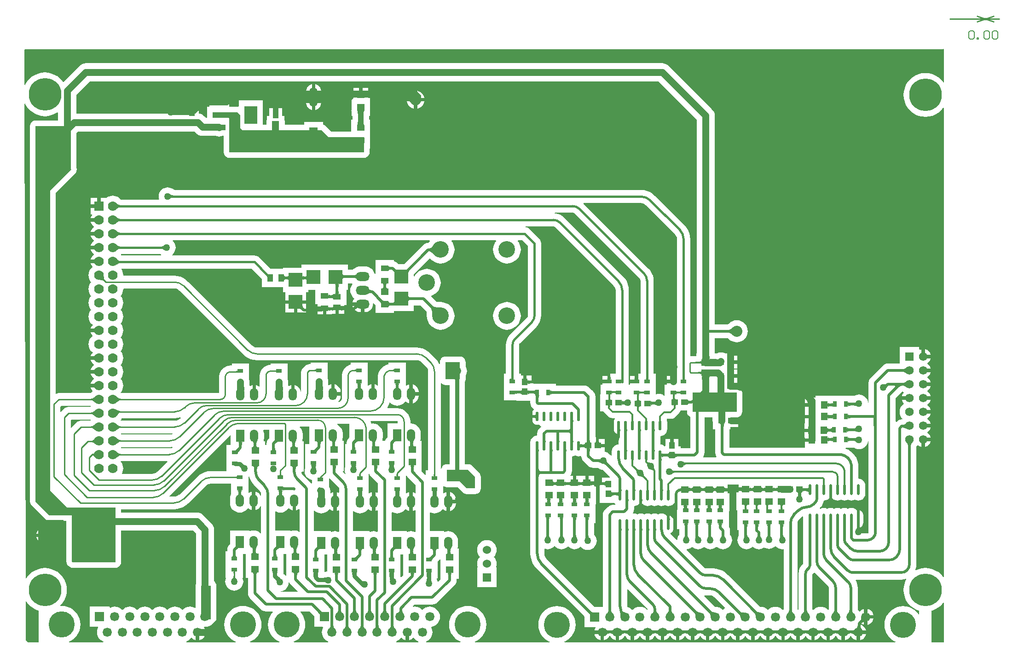
<source format=gtl>
G04*
G04 #@! TF.GenerationSoftware,Altium Limited,Altium Designer,20.0.13 (296)*
G04*
G04 Layer_Physical_Order=1*
G04 Layer_Color=255*
%FSTAX24Y24*%
%MOIN*%
G70*
G01*
G75*
%ADD16C,0.0150*%
%ADD19C,0.0100*%
%ADD23R,0.0433X0.0472*%
%ADD24R,0.0472X0.0433*%
%ADD25R,0.0433X0.0315*%
%ADD26R,0.0315X0.0433*%
%ADD27R,0.0433X0.0550*%
%ADD28R,0.0550X0.0394*%
%ADD29R,0.0550X0.0433*%
%ADD30O,0.0217X0.0787*%
%ADD31O,0.0217X0.0709*%
%ADD32R,0.0984X0.1024*%
%ADD33R,0.0945X0.0394*%
%ADD34R,0.0945X0.1299*%
%ADD35O,0.0591X0.1400*%
%ADD36R,0.0591X0.1400*%
%ADD37R,0.0550X0.0500*%
%ADD38R,0.0500X0.0550*%
%ADD39R,0.0591X0.0512*%
%ADD40R,0.1400X0.0591*%
%ADD41O,0.1400X0.0591*%
%ADD42R,0.1024X0.0984*%
%ADD69C,0.0700*%
%ADD70R,0.0700X0.0700*%
%ADD77C,0.0500*%
%ADD78C,0.0200*%
%ADD79C,0.0200*%
%ADD80C,0.0100*%
%ADD81C,0.0150*%
%ADD82C,0.0120*%
%ADD83C,0.0300*%
%ADD84C,0.0197*%
%ADD85C,0.0400*%
%ADD86C,0.0060*%
%ADD87C,0.1890*%
%ADD88C,0.0665*%
%ADD89R,0.0665X0.0665*%
%ADD90C,0.1200*%
%ADD91O,0.0600X0.0900*%
%ADD92R,0.0600X0.0900*%
%ADD93C,0.0620*%
%ADD94R,0.0620X0.0620*%
%ADD95C,0.0800*%
%ADD96R,0.0600X0.0600*%
%ADD97C,0.0600*%
%ADD98O,0.1000X0.0660*%
%ADD99C,0.0500*%
%ADD100C,0.2362*%
G36*
X0807Y07255D02*
X080795Y072466D01*
X080776Y072471D01*
X080757Y072476D01*
X080738Y072479D01*
X080719Y072481D01*
X0807Y072481D01*
X080681Y072481D01*
X080662Y072479D01*
X080643Y072476D01*
X080624Y072471D01*
X080605Y072466D01*
X080297Y072468D01*
X080314Y072474D01*
X080327Y07248D01*
X080336Y072484D01*
X080342Y072489D01*
X080343Y072492D01*
X080341Y072495D01*
X080334Y072497D01*
X08031Y0725D01*
X080292Y0725D01*
Y0726D01*
X08031Y0726D01*
X080324Y072601D01*
X080334Y072603D01*
X080341Y072605D01*
X080343Y072608D01*
X080342Y072611D01*
X080336Y072615D01*
X080314Y072626D01*
X080297Y072632D01*
X080605Y072634D01*
X080624Y072629D01*
X080643Y072624D01*
X080662Y072621D01*
X080681Y072619D01*
X0807Y072619D01*
X080719Y072619D01*
X080738Y072621D01*
X080757Y072624D01*
X080776Y072629D01*
X080795Y072634D01*
X0807Y07255D01*
D02*
G37*
G36*
X0777Y07035D02*
Y067986D01*
X077652Y067972D01*
X077646Y067982D01*
X077484Y068171D01*
X077295Y068333D01*
X077083Y068463D01*
X076853Y068558D01*
X076611Y068616D01*
X076363Y068636D01*
X076114Y068616D01*
X075873Y068558D01*
X075643Y068463D01*
X07543Y068333D01*
X075241Y068171D01*
X075079Y067982D01*
X074949Y06777D01*
X074854Y06754D01*
X074796Y067298D01*
X074777Y06705D01*
X074796Y066802D01*
X074854Y06656D01*
X074949Y06633D01*
X075079Y066118D01*
X075241Y065929D01*
X07543Y065767D01*
X075643Y065637D01*
X075873Y065542D01*
X076114Y065484D01*
X076363Y065464D01*
X076611Y065484D01*
X076853Y065542D01*
X077083Y065637D01*
X077295Y065767D01*
X077484Y065929D01*
X077646Y066118D01*
X077652Y066128D01*
X0777Y066114D01*
Y032136D01*
X077652Y032122D01*
X077646Y032132D01*
X077484Y032321D01*
X077295Y032483D01*
X077083Y032613D01*
X076853Y032708D01*
X076611Y032766D01*
X076363Y032786D01*
X076114Y032766D01*
X075873Y032708D01*
X075668Y032624D01*
X07563Y032662D01*
X075649Y032709D01*
X07569Y032877D01*
X075702Y033033D01*
X075704Y03305D01*
Y041595D01*
X075708Y0416D01*
X075714Y041607D01*
X075764Y041668D01*
X075799Y041699D01*
X075833Y041676D01*
X075918Y041611D01*
X076054Y041554D01*
X076075Y041552D01*
Y0421D01*
X0762D01*
Y042225D01*
X076748D01*
X076746Y042246D01*
X076689Y042382D01*
X076599Y042499D01*
X076508Y04257D01*
Y04263D01*
X076599Y042701D01*
X076689Y042818D01*
X076746Y042954D01*
X076748Y042975D01*
X0762D01*
Y043225D01*
X076748D01*
X076746Y043246D01*
X076689Y043382D01*
X076599Y043499D01*
X076508Y04357D01*
Y04363D01*
X076599Y043701D01*
X076689Y043818D01*
X076746Y043954D01*
X076748Y043975D01*
X0762D01*
Y044225D01*
X076748D01*
X076746Y044246D01*
X076689Y044382D01*
X076599Y044499D01*
X076508Y04457D01*
Y04463D01*
X076599Y044701D01*
X076689Y044818D01*
X076746Y044954D01*
X076748Y044975D01*
X0762D01*
Y045225D01*
X076748D01*
X076746Y045246D01*
X076689Y045382D01*
X076599Y045499D01*
X076508Y04557D01*
Y04563D01*
X076599Y045701D01*
X076689Y045818D01*
X076746Y045954D01*
X076748Y045975D01*
X0762D01*
Y046225D01*
X076748D01*
X076746Y046246D01*
X076689Y046382D01*
X076599Y046499D01*
X076508Y04657D01*
Y04663D01*
X076599Y046701D01*
X076689Y046818D01*
X076746Y046954D01*
X076748Y046975D01*
X0762D01*
Y047225D01*
X076748D01*
X076746Y047246D01*
X076689Y047382D01*
X076599Y047499D01*
X076508Y04757D01*
Y04763D01*
X076599Y047701D01*
X076689Y047818D01*
X076746Y047954D01*
X076748Y047975D01*
X0762D01*
Y0481D01*
X076075D01*
Y048648D01*
X076054Y048646D01*
X07596Y048607D01*
X07591Y04864D01*
Y04881D01*
X07449D01*
Y047604D01*
X07365D01*
X073519Y047587D01*
X073398Y047537D01*
X073293Y047457D01*
X072393Y046557D01*
X072313Y046452D01*
X072263Y046331D01*
X072246Y0462D01*
Y044778D01*
X072196Y044776D01*
X072191Y044827D01*
X072153Y04495D01*
X072093Y045063D01*
X072012Y045162D01*
X071913Y045243D01*
X0718Y045303D01*
X071677Y045341D01*
X07155Y045353D01*
X071423Y045341D01*
X0713Y045303D01*
X071207Y045254D01*
X071157Y045267D01*
Y045267D01*
X0697D01*
Y045275D01*
X0684D01*
Y045125D01*
X068275D01*
Y0446D01*
X06815D01*
Y044475D01*
X06765D01*
Y044075D01*
Y043875D01*
X06815D01*
Y043625D01*
X06765D01*
Y043275D01*
X0676D01*
Y042875D01*
X0681D01*
Y042625D01*
X0676D01*
Y042225D01*
X06765D01*
Y042175D01*
X06815D01*
Y041925D01*
X06765D01*
Y041525D01*
X067609Y041504D01*
X062154D01*
Y042833D01*
X062236D01*
Y042983D01*
X062786D01*
Y043325D01*
X0623D01*
Y043575D01*
X062786D01*
Y043721D01*
X062793Y043722D01*
X06289Y043762D01*
X062974Y043826D01*
X063038Y04391D01*
X063078Y044007D01*
X063092Y044112D01*
Y045512D01*
X063082Y045583D01*
X063003Y045618D01*
X062919Y045648D01*
X062831Y045671D01*
X06274Y045687D01*
X062645Y045697D01*
X062546Y0457D01*
X06279Y045902D01*
X062736Y045909D01*
Y046233D01*
Y046575D01*
X06225D01*
Y046825D01*
X062736D01*
Y047167D01*
X062186D01*
Y047233D01*
X062736D01*
Y047575D01*
X06225D01*
Y047825D01*
X062736D01*
Y048167D01*
X062186D01*
Y048317D01*
X061869D01*
X0618Y048353D01*
X061677Y048391D01*
X06155Y048403D01*
X061423Y048391D01*
X0613Y048353D01*
X061262Y048333D01*
X061246D01*
X061244Y048333D01*
X061244Y048333D01*
X061243Y048333D01*
X061116Y048333D01*
X061105D01*
X061104Y048346D01*
X061103Y048431D01*
X061103Y048433D01*
Y049433D01*
X06205D01*
X062055Y049431D01*
X062061Y049426D01*
X062104Y049391D01*
X062123Y049372D01*
X062126Y049369D01*
X062248Y049269D01*
X062387Y049195D01*
X062537Y049149D01*
X062694Y049134D01*
X062851Y049149D01*
X063002Y049195D01*
X063141Y049269D01*
X063263Y049369D01*
X063363Y049491D01*
X063437Y04963D01*
X063483Y049781D01*
X063498Y049938D01*
X063483Y050095D01*
X063437Y050245D01*
X063363Y050384D01*
X063263Y050506D01*
X063141Y050606D01*
X063002Y05068D01*
X062851Y050726D01*
X062694Y050742D01*
X062537Y050726D01*
X062387Y05068D01*
X062248Y050606D01*
X062126Y050506D01*
X062123Y050503D01*
X0621Y05048D01*
X062081Y050464D01*
X062066Y050452D01*
X062055Y050445D01*
X06205Y050442D01*
X061103D01*
Y06555D01*
X061091Y065677D01*
X061053Y0658D01*
X060993Y065913D01*
X060912Y066012D01*
X057762Y069162D01*
X057663Y069243D01*
X05755Y069303D01*
X057427Y069341D01*
X0573Y069353D01*
X01555D01*
X015423Y069341D01*
X0153Y069303D01*
X015187Y069243D01*
X015088Y069162D01*
X013932Y068006D01*
X013883Y068012D01*
X013871Y068032D01*
X013709Y068221D01*
X01352Y068383D01*
X013307Y068513D01*
X013077Y068608D01*
X012836Y068666D01*
X012587Y068686D01*
X012339Y068666D01*
X012097Y068608D01*
X011867Y068513D01*
X011655Y068383D01*
X011466Y068221D01*
X011304Y068032D01*
X011174Y06782D01*
X011155Y067774D01*
X011106Y067783D01*
X0111Y070315D01*
X011135Y07035D01*
X0776D01*
X07765Y0704D01*
X0777Y07035D01*
D02*
G37*
G36*
X035719Y065919D02*
X035707Y065907D01*
X035696Y065887D01*
X035686Y065859D01*
X035678Y065823D01*
X035671Y065779D01*
X035662Y065667D01*
X035659Y065523D01*
X035259D01*
X035258Y065599D01*
X035241Y065823D01*
X035233Y065859D01*
X035223Y065887D01*
X035212Y065907D01*
X0352Y065919D01*
X035186Y065923D01*
X035733D01*
X035719Y065919D01*
D02*
G37*
G36*
X03566Y065196D02*
X035677Y064972D01*
X035685Y064936D01*
X035695Y064908D01*
X035706Y064888D01*
X035718Y064876D01*
X035732Y064872D01*
X035185D01*
X035199Y064876D01*
X035211Y064888D01*
X035223Y064908D01*
X035232Y064936D01*
X03524Y064972D01*
X035247Y065016D01*
X035256Y065128D01*
X035259Y065272D01*
X035659D01*
X03566Y065196D01*
D02*
G37*
G36*
X02675Y0656D02*
Y06465D01*
X0269Y0645D01*
X02905D01*
Y06515D01*
X02955D01*
Y0645D01*
X03265D01*
X03315Y064D01*
X0357D01*
Y0629D01*
X02595D01*
Y06535D01*
X0259Y0654D01*
X0256D01*
X025Y0658D01*
X02655D01*
X02675Y0656D01*
D02*
G37*
G36*
X059797Y065279D02*
Y049938D01*
Y04975D01*
Y048435D01*
X059797Y048433D01*
X059796Y04833D01*
X059755D01*
Y048128D01*
X059731Y048128D01*
X059359D01*
X059329Y048154D01*
Y056586D01*
X05933D01*
X059311Y056817D01*
X059257Y057043D01*
X059168Y057257D01*
X059047Y057455D01*
X058896Y057632D01*
X058896Y057632D01*
X056782Y059746D01*
X056782Y059746D01*
X056605Y059897D01*
X056407Y060018D01*
X056193Y060107D01*
X055967Y060161D01*
X055736Y06018D01*
Y060179D01*
X021994D01*
X021943Y060186D01*
X021918D01*
X02184Y06025D01*
X021727Y06031D01*
X021605Y060347D01*
X021477Y06036D01*
X02135Y060347D01*
X021227Y06031D01*
X021115Y06025D01*
X021016Y060169D01*
X020934Y06007D01*
X020874Y059957D01*
X020837Y059834D01*
X020824Y059707D01*
X020837Y059579D01*
X020855Y059519D01*
X020825Y059479D01*
X018093D01*
X018055Y059511D01*
X018034Y059531D01*
X018033Y059533D01*
X017919Y059627D01*
X017788Y059696D01*
X017647Y059739D01*
X0175Y059754D01*
X017353Y059739D01*
X017212Y059696D01*
X017081Y059627D01*
X017049Y0596D01*
X016625D01*
Y059D01*
X0165D01*
Y058875D01*
X0159D01*
Y0584D01*
X015994D01*
X016015Y058355D01*
X015999Y058335D01*
X015943Y058231D01*
X015911Y058125D01*
X0165D01*
Y057875D01*
X015911D01*
X015943Y057769D01*
X015999Y057665D01*
X016074Y057574D01*
X016133Y057525D01*
Y057475D01*
X016074Y057426D01*
X015999Y057335D01*
X015943Y057231D01*
X015911Y057125D01*
X0165D01*
Y056875D01*
X015911D01*
X015943Y056769D01*
X015999Y056665D01*
X016074Y056574D01*
X016133Y056525D01*
Y056475D01*
X016074Y056426D01*
X015999Y056335D01*
X015943Y056231D01*
X015911Y056125D01*
X0165D01*
Y055875D01*
X015911D01*
X015943Y055769D01*
X015999Y055665D01*
X016074Y055574D01*
X016133Y055525D01*
Y055475D01*
X016074Y055426D01*
X015999Y055335D01*
X015943Y055231D01*
X015911Y055125D01*
X0165D01*
Y054875D01*
X015911D01*
X015943Y054769D01*
X015999Y054665D01*
X016051Y054602D01*
X015967Y054533D01*
X015873Y054419D01*
X015804Y054288D01*
X015761Y054147D01*
X015746Y054D01*
X015761Y053853D01*
X015804Y053712D01*
X015873Y053581D01*
X01594Y0535D01*
X015873Y053419D01*
X015804Y053288D01*
X015761Y053147D01*
X015746Y053D01*
X015761Y052853D01*
X015804Y052712D01*
X015873Y052581D01*
X01594Y0525D01*
X015873Y052419D01*
X015804Y052288D01*
X015761Y052147D01*
X015746Y052D01*
X015761Y051853D01*
X015804Y051712D01*
X015873Y051581D01*
X01594Y0515D01*
X015873Y051419D01*
X015804Y051288D01*
X015761Y051147D01*
X015746Y051D01*
X015761Y050853D01*
X015804Y050712D01*
X015873Y050581D01*
X015967Y050467D01*
X016051Y050398D01*
X015999Y050335D01*
X015943Y050231D01*
X015911Y050125D01*
X0165D01*
Y049875D01*
X015911D01*
X015943Y049769D01*
X015999Y049665D01*
X016051Y049602D01*
X015967Y049533D01*
X015873Y049419D01*
X015804Y049288D01*
X015761Y049147D01*
X015746Y049D01*
X015761Y048853D01*
X015804Y048712D01*
X015873Y048581D01*
X015967Y048467D01*
X016051Y048398D01*
X015999Y048335D01*
X015943Y048231D01*
X015911Y048125D01*
X0165D01*
Y047875D01*
X015911D01*
X015943Y047769D01*
X015999Y047665D01*
X016074Y047574D01*
X016133Y047525D01*
Y047475D01*
X016074Y047426D01*
X015999Y047335D01*
X015943Y047231D01*
X015911Y047125D01*
X0165D01*
Y046875D01*
X015911D01*
X015943Y046769D01*
X015999Y046665D01*
X016074Y046574D01*
X016133Y046525D01*
Y046475D01*
X016074Y046426D01*
X015999Y046335D01*
X015943Y046231D01*
X015911Y046125D01*
X0165D01*
Y045875D01*
X015911D01*
X015943Y045769D01*
X015999Y045665D01*
X016051Y045602D01*
X015967Y045533D01*
X015966Y045531D01*
X015937Y045503D01*
X015885Y045457D01*
X015881Y045454D01*
X0136D01*
X0136Y045454D01*
X013483Y045438D01*
X013416Y045411D01*
X013366Y045444D01*
Y059958D01*
X014773Y061365D01*
X014795Y061394D01*
X01482Y061422D01*
X014827Y061436D01*
X014837Y061448D01*
X014851Y061483D01*
X014868Y061516D01*
X014871Y061531D01*
X014877Y061546D01*
X014882Y061582D01*
X01489Y061619D01*
X014889Y061634D01*
X014891Y06165D01*
X014886Y061687D01*
X014884Y061724D01*
X014879Y061739D01*
X014878Y061745D01*
Y064305D01*
X014971Y064397D01*
X023413D01*
X023524Y064286D01*
X023623Y064205D01*
X023736Y064144D01*
X023858Y064107D01*
X023986Y064094D01*
X024952D01*
X024958Y064091D01*
X025081Y064054D01*
X025208Y064041D01*
X025336Y064054D01*
X025458Y064091D01*
X025471Y064098D01*
X025547D01*
Y0629D01*
X02556Y062796D01*
X025601Y062698D01*
X025665Y062615D01*
X025748Y062551D01*
X025846Y06251D01*
X02595Y062497D01*
X0357D01*
X035804Y06251D01*
X035902Y062551D01*
X035985Y062615D01*
X036049Y062698D01*
X03609Y062796D01*
X036103Y0629D01*
Y063179D01*
X036133D01*
Y064079D01*
Y06485D01*
X036136Y064865D01*
X036135Y064868D01*
X036136Y064872D01*
X036133Y064889D01*
Y065273D01*
X036063D01*
X036062Y065276D01*
X036062Y06528D01*
Y065512D01*
X036062Y065515D01*
X036063Y065522D01*
X036135D01*
Y065906D01*
X036137Y065923D01*
X036137Y065926D01*
X036137Y065929D01*
X036135Y065944D01*
Y066822D01*
X035985D01*
Y06685D01*
X03495D01*
X034935Y066835D01*
Y066822D01*
X034922D01*
X034785Y066685D01*
Y065945D01*
X034783Y065931D01*
X034783Y065927D01*
X034782Y065923D01*
X034785Y065906D01*
Y065522D01*
X034856D01*
X034856Y065519D01*
X034856Y065515D01*
Y065283D01*
X034856Y06528D01*
X034856Y065273D01*
X034783D01*
Y064889D01*
X034781Y064872D01*
X034781Y064869D01*
X034781Y064866D01*
X034783Y064851D01*
Y064403D01*
X033317D01*
X032935Y064785D01*
X032852Y064849D01*
X032754Y06489D01*
X032745Y064891D01*
Y0651D01*
X031355D01*
Y064903D01*
X029953D01*
Y06515D01*
X02994Y065254D01*
X029917Y06531D01*
Y065536D01*
X029767D01*
Y066086D01*
X0295D01*
Y06555D01*
X0291D01*
Y066086D01*
X028833D01*
Y065536D01*
X028683D01*
Y06531D01*
X02866Y065254D01*
X028647Y06515D01*
Y064903D01*
X028364D01*
Y06665D01*
X026619D01*
Y066232D01*
X026582Y066199D01*
X02655Y066203D01*
X02655Y066203D01*
X025931D01*
Y066381D01*
X025881D01*
X0258Y0663D01*
X024486D01*
Y066197D01*
X024336D01*
Y065401D01*
X024256D01*
X024145Y065512D01*
X024046Y065593D01*
X023933Y065653D01*
X023867Y065674D01*
Y065686D01*
X023825D01*
X023811Y065691D01*
X023717Y0657D01*
Y065967D01*
X023459Y065709D01*
X023464Y065702D01*
X023458Y065708D01*
X0234Y06565D01*
Y0656D01*
X023036D01*
Y06555D01*
X023034Y065569D01*
X023028Y065586D01*
X023018Y0656D01*
X021851D01*
X02184Y065593D01*
X021841Y0656D01*
X02175D01*
X0217Y06555D01*
X021547Y065703D01*
X014853D01*
Y067079D01*
X015821Y068047D01*
X057029D01*
X059797Y065279D01*
D02*
G37*
G36*
X021676Y059863D02*
X021696Y059846D01*
X021716Y059831D01*
X021737Y059818D01*
X021757Y059807D01*
X021779Y059798D01*
X0218Y059791D01*
X021822Y059786D01*
X021844Y059783D01*
X021866Y059782D01*
Y059632D01*
X021844Y059631D01*
X021822Y059628D01*
X0218Y059623D01*
X021779Y059616D01*
X021757Y059607D01*
X021737Y059596D01*
X021716Y059583D01*
X021696Y059568D01*
X021676Y059551D01*
X021656Y059532D01*
Y059882D01*
X021676Y059863D01*
D02*
G37*
G36*
X017783Y059213D02*
X017847Y059158D01*
X017878Y059136D01*
X017909Y059117D01*
X017939Y059102D01*
X017968Y05909D01*
X017997Y059082D01*
X018024Y059077D01*
X018052Y059075D01*
Y058925D01*
X018024Y058923D01*
X017997Y058918D01*
X017968Y05891D01*
X017939Y058898D01*
X017909Y058882D01*
X017878Y058864D01*
X017847Y058842D01*
X017815Y058816D01*
X01775Y058755D01*
Y059245D01*
X017783Y059213D01*
D02*
G37*
G36*
X017783Y058213D02*
X017847Y058158D01*
X017878Y058136D01*
X017909Y058118D01*
X017939Y058102D01*
X017968Y05809D01*
X017996Y058082D01*
X018024Y058077D01*
X018052Y058075D01*
Y057925D01*
X018024Y057923D01*
X017996Y057918D01*
X017968Y05791D01*
X017939Y057898D01*
X017909Y057883D01*
X017878Y057864D01*
X017847Y057842D01*
X017815Y057816D01*
X01775Y057755D01*
Y058245D01*
X017783Y058213D01*
D02*
G37*
G36*
X017783Y057213D02*
X017847Y057158D01*
X017878Y057136D01*
X017909Y057118D01*
X017939Y057102D01*
X017968Y05709D01*
X017996Y057082D01*
X018024Y057077D01*
X018052Y057075D01*
Y056925D01*
X018024Y056923D01*
X017996Y056918D01*
X017968Y05691D01*
X017939Y056898D01*
X017909Y056883D01*
X017878Y056864D01*
X017847Y056842D01*
X017815Y056816D01*
X01775Y056755D01*
Y057245D01*
X017783Y057213D01*
D02*
G37*
G36*
X021221Y055825D02*
X021202Y055844D01*
X021182Y055861D01*
X021161Y055876D01*
X021141Y055889D01*
X02112Y0559D01*
X021099Y055909D01*
X021077Y055916D01*
X021056Y055921D01*
X021034Y055924D01*
X021012Y055925D01*
X021012Y056075D01*
X021034Y056076D01*
X021056Y056079D01*
X021077Y056084D01*
X021099Y056091D01*
X02112Y0561D01*
X021141Y056111D01*
X021161Y056124D01*
X021182Y056139D01*
X021202Y056156D01*
X021221Y056175D01*
X021221Y055825D01*
D02*
G37*
G36*
X017783Y056213D02*
X017847Y056158D01*
X017878Y056136D01*
X017909Y056118D01*
X017939Y056102D01*
X017968Y05609D01*
X017997Y056082D01*
X018025Y056077D01*
X018052Y056075D01*
Y055925D01*
X018025Y055923D01*
X017997Y055918D01*
X017968Y05591D01*
X017939Y055898D01*
X017909Y055883D01*
X017878Y055864D01*
X017847Y055842D01*
X017815Y055816D01*
X01775Y055755D01*
Y056245D01*
X017783Y056213D01*
D02*
G37*
G36*
X040775Y055484D02*
X040736Y055531D01*
X040697Y055573D01*
X040657Y05561D01*
X040616Y055642D01*
X040574Y055669D01*
X040531Y055691D01*
X040487Y055708D01*
X040442Y05572D01*
X040397Y055728D01*
X04035Y05573D01*
Y05593D01*
X040396Y055933D01*
X04044Y05594D01*
X040483Y055953D01*
X040525Y055971D01*
X040566Y055994D01*
X040606Y056022D01*
X040644Y056055D01*
X040681Y056093D01*
X040717Y056136D01*
X040752Y056184D01*
X040775Y055484D01*
D02*
G37*
G36*
X02101Y055479D02*
X020992Y055429D01*
X018121D01*
X018101Y055454D01*
X018096Y055459D01*
X01809Y055478D01*
X018116Y055521D01*
X020959D01*
X02101Y055479D01*
D02*
G37*
G36*
X047571Y056102D02*
Y051083D01*
X047572Y051074D01*
X047558Y051004D01*
X047519Y050944D01*
X047511Y050939D01*
X046311Y049739D01*
X046305Y049731D01*
X046193Y0496D01*
X046098Y049444D01*
X046028Y049276D01*
X045986Y049099D01*
X045972Y048927D01*
X045971Y048917D01*
Y046857D01*
X045833D01*
Y046473D01*
X045829Y046442D01*
Y046382D01*
X045833Y046351D01*
Y045743D01*
Y044943D01*
X046648D01*
X046665Y04494D01*
X046682Y044943D01*
X046733D01*
Y044914D01*
X047693D01*
Y044883D01*
X047746D01*
Y04475D01*
X047763Y044619D01*
X047813Y044498D01*
X047893Y044393D01*
X047943Y044343D01*
X047994Y044304D01*
Y044265D01*
X047937Y04419D01*
X047901Y044103D01*
X047889Y044009D01*
Y043517D01*
X047901Y043423D01*
X047937Y043336D01*
X047994Y043261D01*
X048069Y043204D01*
X048156Y043168D01*
X04825Y043156D01*
X048344Y043168D01*
X048369Y043178D01*
X048387Y043154D01*
X048494Y043073D01*
X048511Y043066D01*
X048521Y043017D01*
X048393Y042889D01*
X048313Y042785D01*
X048263Y042663D01*
X048246Y042533D01*
Y042395D01*
X048117Y042378D01*
X047994Y042327D01*
X047888Y042246D01*
X047806Y042139D01*
X047755Y042016D01*
X047737Y041883D01*
Y041391D01*
X047742Y041353D01*
X047746Y041191D01*
Y0397D01*
Y033817D01*
X047745D01*
X047764Y033582D01*
X047819Y033352D01*
X047909Y033134D01*
X048033Y032933D01*
X048186Y032753D01*
X048186Y032754D01*
X051664Y029276D01*
X051679Y02926D01*
Y028509D01*
X052461D01*
X052482Y028464D01*
X05247Y028449D01*
X052416Y028348D01*
X052386Y028249D01*
X052957D01*
Y028124D01*
X053082D01*
Y027553D01*
X053181Y027583D01*
X053282Y027637D01*
X053371Y02771D01*
X053444Y027798D01*
X053474Y027855D01*
X05353D01*
X05356Y027798D01*
X053633Y02771D01*
X053722Y027637D01*
X053823Y027583D01*
X053922Y027553D01*
Y028038D01*
X053792Y02791D01*
X053768Y027937D01*
X053744Y027961D01*
X053719Y027982D01*
X053693Y028D01*
X053666Y028015D01*
X053639Y028028D01*
X053611Y028037D01*
X053583Y028044D01*
X053553Y028049D01*
X053523Y02805D01*
X05354Y02825D01*
X053569Y028251D01*
X053598Y028255D01*
X053627Y028261D01*
X053656Y02827D01*
X053685Y028281D01*
X053714Y028295D01*
X053743Y028311D01*
X053771Y02833D01*
X0538Y028351D01*
X053829Y028375D01*
X054047Y028161D01*
X054266Y028375D01*
X054294Y028351D01*
X054323Y02833D01*
X054352Y028311D01*
X054381Y028295D01*
X054409Y028281D01*
X054438Y02827D01*
X054467Y028261D01*
X054496Y028255D01*
X054525Y028251D01*
X054555Y02825D01*
X054571Y02805D01*
X054541Y028049D01*
X054512Y028044D01*
X054483Y028037D01*
X054455Y028028D01*
X054428Y028015D01*
X054402Y028D01*
X054376Y027982D01*
X054351Y027961D01*
X054326Y027937D01*
X054303Y02791D01*
X054172Y028038D01*
Y027553D01*
X054271Y027583D01*
X054373Y027637D01*
X054461Y02771D01*
X054534Y027798D01*
X054564Y027855D01*
X054621D01*
X054651Y027798D01*
X054724Y02771D01*
X054813Y027637D01*
X054914Y027583D01*
X055013Y027553D01*
Y028038D01*
X054883Y02791D01*
X054859Y027937D01*
X054834Y027961D01*
X054809Y027982D01*
X054784Y028D01*
X054757Y028015D01*
X05473Y028028D01*
X054702Y028037D01*
X054673Y028044D01*
X054644Y028049D01*
X054614Y02805D01*
X05463Y02825D01*
X05466Y028251D01*
X054689Y028255D01*
X054718Y028261D01*
X054747Y02827D01*
X054776Y028281D01*
X054804Y028295D01*
X054833Y028311D01*
X054862Y02833D01*
X054891Y028351D01*
X054919Y028375D01*
X055138Y028161D01*
X055356Y028375D01*
X055385Y028351D01*
X055414Y02833D01*
X055442Y028311D01*
X055471Y028295D01*
X0555Y028281D01*
X055529Y02827D01*
X055558Y028261D01*
X055587Y028255D01*
X055616Y028251D01*
X055645Y02825D01*
X055662Y02805D01*
X055632Y028049D01*
X055602Y028044D01*
X055574Y028037D01*
X055546Y028028D01*
X055519Y028015D01*
X055492Y028D01*
X055466Y027982D01*
X055441Y027961D01*
X055417Y027937D01*
X055393Y02791D01*
X055263Y028038D01*
Y027553D01*
X055362Y027583D01*
X055463Y027637D01*
X055552Y02771D01*
X055625Y027798D01*
X055655Y027855D01*
X055711D01*
X055742Y027798D01*
X055814Y02771D01*
X055903Y027637D01*
X056004Y027583D01*
X056103Y027553D01*
Y028038D01*
X055973Y02791D01*
X055949Y027937D01*
X055925Y027961D01*
X0559Y027982D01*
X055874Y028D01*
X055848Y028015D01*
X05582Y028028D01*
X055792Y028037D01*
X055764Y028044D01*
X055734Y028049D01*
X055704Y02805D01*
X055721Y02825D01*
X05575Y028251D01*
X055779Y028255D01*
X055808Y028261D01*
X055837Y02827D01*
X055866Y028281D01*
X055895Y028295D01*
X055924Y028311D01*
X055953Y02833D01*
X055981Y028351D01*
X05601Y028375D01*
X056228Y028161D01*
X056447Y028375D01*
X056475Y028351D01*
X056504Y02833D01*
X056533Y028311D01*
X056562Y028295D01*
X056591Y028281D01*
X05662Y02827D01*
X056648Y028261D01*
X056678Y028255D01*
X056707Y028251D01*
X056736Y02825D01*
X056752Y02805D01*
X056722Y028049D01*
X056693Y028044D01*
X056664Y028037D01*
X056636Y028028D01*
X056609Y028015D01*
X056583Y028D01*
X056557Y027982D01*
X056532Y027961D01*
X056507Y027937D01*
X056484Y02791D01*
X056353Y028038D01*
Y027553D01*
X056452Y027583D01*
X056554Y027637D01*
X056642Y02771D01*
X056715Y027798D01*
X056745Y027855D01*
X056802D01*
X056832Y027798D01*
X056905Y02771D01*
X056994Y027637D01*
X057095Y027583D01*
X057194Y027553D01*
Y028038D01*
X057064Y02791D01*
X05704Y027937D01*
X057016Y027961D01*
X05699Y027982D01*
X056965Y028D01*
X056938Y028015D01*
X056911Y028028D01*
X056883Y028037D01*
X056854Y028044D01*
X056825Y028049D01*
X056795Y02805D01*
X056812Y02825D01*
X056841Y028251D01*
X05687Y028255D01*
X056899Y028261D01*
X056928Y02827D01*
X056957Y028281D01*
X056986Y028295D01*
X057014Y028311D01*
X057043Y02833D01*
X057072Y028351D01*
X0571Y028375D01*
X057319Y028161D01*
X057537Y028375D01*
X057566Y028351D01*
X057595Y02833D01*
X057623Y028311D01*
X057652Y028295D01*
X057681Y028281D01*
X05771Y02827D01*
X057739Y028261D01*
X057768Y028255D01*
X057797Y028251D01*
X057826Y02825D01*
X057843Y02805D01*
X057813Y028049D01*
X057784Y028044D01*
X057755Y028037D01*
X057727Y028028D01*
X0577Y028015D01*
X057673Y028D01*
X057647Y027982D01*
X057622Y027961D01*
X057598Y027937D01*
X057574Y02791D01*
X057444Y028038D01*
Y027553D01*
X057543Y027583D01*
X057644Y027637D01*
X057733Y02771D01*
X057806Y027798D01*
X057836Y027855D01*
X057893D01*
X057923Y027798D01*
X057995Y02771D01*
X058084Y027637D01*
X058185Y027583D01*
X058284Y027553D01*
Y028038D01*
X058154Y02791D01*
X05813Y027937D01*
X058106Y027961D01*
X058081Y027982D01*
X058055Y028D01*
X058029Y028015D01*
X058001Y028028D01*
X057973Y028037D01*
X057945Y028044D01*
X057915Y028049D01*
X057885Y02805D01*
X057902Y02825D01*
X057931Y028251D01*
X05796Y028255D01*
X057989Y028261D01*
X058018Y02827D01*
X058047Y028281D01*
X058076Y028295D01*
X058105Y028311D01*
X058134Y02833D01*
X058162Y028351D01*
X058191Y028375D01*
X058409Y028161D01*
X058628Y028375D01*
X058657Y028351D01*
X058685Y02833D01*
X058714Y028311D01*
X058743Y028295D01*
X058772Y028281D01*
X058801Y02827D01*
X05883Y028261D01*
X058859Y028255D01*
X058888Y028251D01*
X058917Y02825D01*
X058933Y02805D01*
X058903Y028049D01*
X058874Y028044D01*
X058845Y028037D01*
X058817Y028028D01*
X05879Y028015D01*
X058764Y028D01*
X058738Y027982D01*
X058713Y027961D01*
X058688Y027937D01*
X058665Y02791D01*
X058534Y028038D01*
Y027553D01*
X058634Y027583D01*
X058735Y027637D01*
X058823Y02771D01*
X058896Y027798D01*
X058926Y027855D01*
X058983D01*
X059013Y027798D01*
X059086Y02771D01*
X059175Y027637D01*
X059276Y027583D01*
X059375Y027553D01*
Y028038D01*
X059245Y02791D01*
X059221Y027937D01*
X059197Y027961D01*
X059172Y027982D01*
X059146Y028D01*
X059119Y028015D01*
X059092Y028028D01*
X059064Y028037D01*
X059035Y028044D01*
X059006Y028049D01*
X058976Y02805D01*
X058993Y02825D01*
X059022Y028251D01*
X059051Y028255D01*
X05908Y028261D01*
X059109Y02827D01*
X059138Y028281D01*
X059167Y028295D01*
X059195Y028311D01*
X059224Y02833D01*
X059253Y028351D01*
X059282Y028375D01*
X0595Y028161D01*
X059718Y028375D01*
X059747Y028351D01*
X059776Y02833D01*
X059805Y028311D01*
X059833Y028295D01*
X059862Y028281D01*
X059891Y02827D01*
X05992Y028261D01*
X059949Y028255D01*
X059978Y028251D01*
X060007Y02825D01*
X060024Y02805D01*
X059994Y028049D01*
X059965Y028044D01*
X059936Y028037D01*
X059908Y028028D01*
X059881Y028015D01*
X059854Y028D01*
X059828Y027982D01*
X059803Y027961D01*
X059779Y027937D01*
X059755Y02791D01*
X059625Y028038D01*
Y027553D01*
X059724Y027583D01*
X059825Y027637D01*
X059914Y02771D01*
X059987Y027798D01*
X060017Y027855D01*
X060074D01*
X060104Y027798D01*
X060177Y02771D01*
X060265Y027637D01*
X060366Y027583D01*
X060466Y027553D01*
Y028038D01*
X060335Y02791D01*
X060312Y027937D01*
X060287Y027961D01*
X060262Y027982D01*
X060236Y028D01*
X06021Y028015D01*
X060183Y028028D01*
X060155Y028037D01*
X060126Y028044D01*
X060097Y028049D01*
X060067Y02805D01*
X060083Y02825D01*
X060112Y028251D01*
X060141Y028255D01*
X06017Y028261D01*
X060199Y02827D01*
X060228Y028281D01*
X060257Y028295D01*
X060286Y028311D01*
X060315Y02833D01*
X060343Y028351D01*
X060372Y028375D01*
X060591Y028161D01*
X060553Y028124D01*
X060628D01*
X060591Y028161D01*
X060809Y028375D01*
X060838Y028351D01*
X060866Y02833D01*
X060895Y028311D01*
X060924Y028295D01*
X060953Y028281D01*
X060982Y02827D01*
X061011Y028261D01*
X06104Y028255D01*
X061069Y028251D01*
X061098Y02825D01*
X061115Y02805D01*
X061085Y028049D01*
X061055Y028044D01*
X061027Y028037D01*
X060999Y028028D01*
X060971Y028015D01*
X060945Y028D01*
X060919Y027982D01*
X060894Y027961D01*
X060869Y027937D01*
X060846Y02791D01*
X060716Y028038D01*
Y027553D01*
X060815Y027583D01*
X060916Y027637D01*
X061005Y02771D01*
X061077Y027798D01*
X061107Y027855D01*
X061164D01*
X061194Y027798D01*
X061267Y02771D01*
X061356Y027637D01*
X061457Y027583D01*
X061556Y027553D01*
Y028038D01*
X061426Y02791D01*
X061402Y027937D01*
X061378Y027961D01*
X061353Y027982D01*
X061327Y028D01*
X0613Y028015D01*
X061273Y028028D01*
X061245Y028037D01*
X061216Y028044D01*
X061187Y028049D01*
X061157Y02805D01*
X061174Y02825D01*
X061203Y028251D01*
X061232Y028255D01*
X061261Y028261D01*
X06129Y02827D01*
X061319Y028281D01*
X061348Y028295D01*
X061377Y028311D01*
X061405Y02833D01*
X061434Y028351D01*
X061463Y028375D01*
X061681Y028161D01*
X061644Y028124D01*
X061719D01*
X061681Y028161D01*
X0619Y028375D01*
X061928Y028351D01*
X061957Y02833D01*
X061986Y028311D01*
X062014Y028295D01*
X062043Y028281D01*
X062072Y02827D01*
X062101Y028261D01*
X06213Y028255D01*
X062159Y028251D01*
X062188Y02825D01*
X062205Y02805D01*
X062175Y028049D01*
X062146Y028044D01*
X062117Y028037D01*
X062089Y028028D01*
X062062Y028015D01*
X062035Y028D01*
X06201Y027982D01*
X061984Y027961D01*
X06196Y027937D01*
X061936Y02791D01*
X061806Y028038D01*
Y027553D01*
X061905Y027583D01*
X062006Y027637D01*
X062095Y02771D01*
X062168Y027798D01*
X062198Y027855D01*
X062255D01*
X062285Y027798D01*
X062358Y02771D01*
X062446Y027637D01*
X062548Y027583D01*
X062647Y027553D01*
Y028038D01*
X062516Y02791D01*
X062493Y027937D01*
X062468Y027961D01*
X062443Y027982D01*
X062417Y028D01*
X062391Y028015D01*
X062364Y028028D01*
X062336Y028037D01*
X062307Y028044D01*
X062278Y028049D01*
X062248Y02805D01*
X062264Y02825D01*
X062293Y028251D01*
X062322Y028255D01*
X062352Y028261D01*
X06238Y02827D01*
X062409Y028281D01*
X062438Y028295D01*
X062467Y028311D01*
X062496Y02833D01*
X062525Y028351D01*
X062553Y028375D01*
X062772Y028161D01*
X062734Y028124D01*
X062809D01*
X062772Y028161D01*
X06299Y028375D01*
X063019Y028351D01*
X063047Y02833D01*
X063076Y028311D01*
X063105Y028295D01*
X063134Y028281D01*
X063163Y02827D01*
X063192Y028261D01*
X063221Y028255D01*
X06325Y028251D01*
X063279Y02825D01*
X063296Y02805D01*
X063266Y028049D01*
X063236Y028044D01*
X063208Y028037D01*
X06318Y028028D01*
X063152Y028015D01*
X063126Y028D01*
X0631Y027982D01*
X063075Y027961D01*
X063051Y027937D01*
X063027Y02791D01*
X062897Y028038D01*
Y027553D01*
X062996Y027583D01*
X063097Y027637D01*
X063186Y02771D01*
X063258Y027798D01*
X063289Y027855D01*
X063345D01*
X063375Y027798D01*
X063448Y02771D01*
X063537Y027637D01*
X063638Y027583D01*
X063737Y027553D01*
Y028038D01*
X063607Y02791D01*
X063583Y027937D01*
X063559Y027961D01*
X063534Y027982D01*
X063508Y028D01*
X063481Y028015D01*
X063454Y028028D01*
X063426Y028037D01*
X063398Y028044D01*
X063368Y028049D01*
X063338Y02805D01*
X063355Y02825D01*
X063384Y028251D01*
X063413Y028255D01*
X063442Y028261D01*
X063471Y02827D01*
X0635Y028281D01*
X063529Y028295D01*
X063558Y028311D01*
X063586Y02833D01*
X063615Y028351D01*
X063644Y028375D01*
X063862Y028161D01*
X063825Y028124D01*
X0639D01*
X063862Y028161D01*
X064081Y028375D01*
X064109Y028351D01*
X064138Y02833D01*
X064167Y028311D01*
X064196Y028295D01*
X064224Y028281D01*
X064253Y02827D01*
X064282Y028261D01*
X064311Y028255D01*
X06434Y028251D01*
X06437Y02825D01*
X064386Y02805D01*
X064356Y028049D01*
X064327Y028044D01*
X064298Y028037D01*
X06427Y028028D01*
X064243Y028015D01*
X064216Y028D01*
X064191Y027982D01*
X064166Y027961D01*
X064141Y027937D01*
X064117Y02791D01*
X063987Y028038D01*
Y027553D01*
X064086Y027583D01*
X064187Y027637D01*
X064276Y02771D01*
X064349Y027798D01*
X064379Y027855D01*
X064436D01*
X064466Y027798D01*
X064539Y02771D01*
X064627Y027637D01*
X064729Y027583D01*
X064828Y027553D01*
Y028038D01*
X064697Y02791D01*
X064674Y027937D01*
X064649Y027961D01*
X064624Y027982D01*
X064598Y028D01*
X064572Y028015D01*
X064545Y028028D01*
X064517Y028037D01*
X064488Y028044D01*
X064459Y028049D01*
X064429Y02805D01*
X064445Y02825D01*
X064475Y028251D01*
X064504Y028255D01*
X064533Y028261D01*
X064562Y02827D01*
X064591Y028281D01*
X064619Y028295D01*
X064648Y028311D01*
X064677Y02833D01*
X064706Y028351D01*
X064734Y028375D01*
X064953Y028161D01*
X064915Y028124D01*
X06499D01*
X064953Y028161D01*
X065171Y028375D01*
X0652Y028351D01*
X065229Y02833D01*
X065257Y028311D01*
X065286Y028295D01*
X065315Y028281D01*
X065344Y02827D01*
X065373Y028261D01*
X065402Y028255D01*
X065431Y028251D01*
X06546Y02825D01*
X065477Y02805D01*
X065447Y028049D01*
X065417Y028044D01*
X065389Y028037D01*
X065361Y028028D01*
X065334Y028015D01*
X065307Y028D01*
X065281Y027982D01*
X065256Y027961D01*
X065232Y027937D01*
X065208Y02791D01*
X065078Y028038D01*
Y027553D01*
X065177Y027583D01*
X065278Y027637D01*
X065367Y02771D01*
X06544Y027798D01*
X06547Y027855D01*
X065526D01*
X065556Y027798D01*
X065629Y02771D01*
X065718Y027637D01*
X065819Y027583D01*
X065918Y027553D01*
Y028038D01*
X065788Y02791D01*
X065764Y027937D01*
X06574Y027961D01*
X065715Y027982D01*
X065689Y028D01*
X065662Y028015D01*
X065635Y028028D01*
X065607Y028037D01*
X065579Y028044D01*
X065549Y028049D01*
X065519Y02805D01*
X065536Y02825D01*
X065565Y028251D01*
X065594Y028255D01*
X065623Y028261D01*
X065652Y02827D01*
X065681Y028281D01*
X06571Y028295D01*
X065739Y028311D01*
X065768Y02833D01*
X065796Y028351D01*
X065825Y028375D01*
X066043Y028161D01*
X066006Y028124D01*
X066081D01*
X066043Y028161D01*
X066262Y028375D01*
X06629Y028351D01*
X066319Y02833D01*
X066348Y028311D01*
X066377Y028295D01*
X066406Y028281D01*
X066434Y02827D01*
X066463Y028261D01*
X066492Y028255D01*
X066522Y028251D01*
X066551Y02825D01*
X066567Y02805D01*
X066537Y028049D01*
X066508Y028044D01*
X066479Y028037D01*
X066451Y028028D01*
X066424Y028015D01*
X066398Y028D01*
X066372Y027982D01*
X066347Y027961D01*
X066322Y027937D01*
X066299Y02791D01*
X066168Y028038D01*
Y027553D01*
X066267Y027583D01*
X066369Y027637D01*
X066457Y02771D01*
X06653Y027798D01*
X06656Y027855D01*
X066617D01*
X066647Y027798D01*
X06672Y02771D01*
X066809Y027637D01*
X06691Y027583D01*
X067009Y027553D01*
Y028038D01*
X066879Y02791D01*
X066855Y027937D01*
X06683Y027961D01*
X066805Y027982D01*
X06678Y028D01*
X066753Y028015D01*
X066726Y028028D01*
X066698Y028037D01*
X066669Y028044D01*
X06664Y028049D01*
X06661Y02805D01*
X066626Y02825D01*
X066656Y028251D01*
X066685Y028255D01*
X066714Y028261D01*
X066743Y02827D01*
X066772Y028281D01*
X0668Y028295D01*
X066829Y028311D01*
X066858Y02833D01*
X066887Y028351D01*
X066915Y028375D01*
X067134Y028161D01*
X067096Y028124D01*
X067171D01*
X067134Y028161D01*
X067352Y028375D01*
X067381Y028351D01*
X06741Y02833D01*
X067438Y028311D01*
X067467Y028295D01*
X067496Y028281D01*
X067525Y02827D01*
X067554Y028261D01*
X067583Y028255D01*
X067612Y028251D01*
X067641Y02825D01*
X067658Y02805D01*
X067628Y028049D01*
X067598Y028044D01*
X06757Y028037D01*
X067542Y028028D01*
X067515Y028015D01*
X067488Y028D01*
X067462Y027982D01*
X067437Y027961D01*
X067413Y027937D01*
X067389Y02791D01*
X067259Y028038D01*
Y027553D01*
X067358Y027583D01*
X067459Y027637D01*
X067548Y02771D01*
X067621Y027798D01*
X067651Y027855D01*
X067707D01*
X067738Y027798D01*
X06781Y02771D01*
X067899Y027637D01*
X068Y027583D01*
X068099Y027553D01*
Y028038D01*
X067969Y02791D01*
X067945Y027937D01*
X067921Y027961D01*
X067896Y027982D01*
X06787Y028D01*
X067844Y028015D01*
X067816Y028028D01*
X067788Y028037D01*
X06776Y028044D01*
X06773Y028049D01*
X0677Y02805D01*
X067717Y02825D01*
X067746Y028251D01*
X067775Y028255D01*
X067804Y028261D01*
X067833Y02827D01*
X067862Y028281D01*
X067891Y028295D01*
X06792Y028311D01*
X067949Y02833D01*
X067977Y028351D01*
X068006Y028375D01*
X068224Y028161D01*
X068187Y028124D01*
X068262D01*
X068224Y028161D01*
X068443Y028375D01*
X068471Y028351D01*
X0685Y02833D01*
X068529Y028311D01*
X068558Y028295D01*
X068587Y028281D01*
X068616Y02827D01*
X068645Y028261D01*
X068674Y028255D01*
X068703Y028251D01*
X068732Y02825D01*
X068748Y02805D01*
X068718Y028049D01*
X068689Y028044D01*
X06866Y028037D01*
X068632Y028028D01*
X068605Y028015D01*
X068579Y028D01*
X068553Y027982D01*
X068528Y027961D01*
X068503Y027937D01*
X06848Y02791D01*
X068349Y028038D01*
Y027553D01*
X068448Y027583D01*
X06855Y027637D01*
X068638Y02771D01*
X068711Y027798D01*
X068741Y027855D01*
X068798D01*
X068828Y027798D01*
X068901Y02771D01*
X06899Y027637D01*
X069091Y027583D01*
X06919Y027553D01*
Y028038D01*
X06906Y02791D01*
X069036Y027937D01*
X069012Y027961D01*
X068986Y027982D01*
X068961Y028D01*
X068934Y028015D01*
X068907Y028028D01*
X068879Y028037D01*
X06885Y028044D01*
X068821Y028049D01*
X068791Y02805D01*
X068808Y02825D01*
X068837Y028251D01*
X068866Y028255D01*
X068895Y028261D01*
X068924Y02827D01*
X068953Y028281D01*
X068982Y028295D01*
X06901Y028311D01*
X069039Y02833D01*
X069068Y028351D01*
X069097Y028375D01*
X069315Y028161D01*
X069277Y028124D01*
X069353D01*
X069315Y028161D01*
X069533Y028375D01*
X069562Y028351D01*
X069591Y02833D01*
X06962Y028311D01*
X069648Y028295D01*
X069677Y028281D01*
X069706Y02827D01*
X069735Y028261D01*
X069764Y028255D01*
X069793Y028251D01*
X069822Y02825D01*
X069839Y02805D01*
X069809Y028049D01*
X06978Y028044D01*
X069751Y028037D01*
X069723Y028028D01*
X069696Y028015D01*
X069669Y028D01*
X069643Y027982D01*
X069618Y027961D01*
X069594Y027937D01*
X06957Y02791D01*
X06944Y028038D01*
Y027553D01*
X069539Y027583D01*
X06964Y027637D01*
X069729Y02771D01*
X069802Y027798D01*
X069832Y027855D01*
X069889D01*
X069919Y027798D01*
X069991Y02771D01*
X07008Y027637D01*
X070181Y027583D01*
X07028Y027553D01*
Y028038D01*
X07015Y02791D01*
X070127Y027937D01*
X070102Y027961D01*
X070077Y027982D01*
X070051Y028D01*
X070025Y028015D01*
X069997Y028028D01*
X06997Y028037D01*
X069941Y028044D01*
X069912Y028049D01*
X069881Y02805D01*
X069898Y02825D01*
X069927Y028251D01*
X069956Y028255D01*
X069985Y028261D01*
X070014Y02827D01*
X070043Y028281D01*
X070072Y028295D01*
X070101Y028311D01*
X07013Y02833D01*
X070158Y028351D01*
X070187Y028375D01*
X070406Y028161D01*
X070368Y028124D01*
X070443D01*
X070406Y028161D01*
X070624Y028375D01*
X070653Y028351D01*
X070681Y02833D01*
X07071Y028311D01*
X070739Y028295D01*
X070768Y028281D01*
X070797Y02827D01*
X070826Y028261D01*
X070855Y028255D01*
X070884Y028251D01*
X070913Y02825D01*
X07093Y02805D01*
X070899Y028049D01*
X07087Y028044D01*
X070841Y028037D01*
X070814Y028028D01*
X070786Y028015D01*
X07076Y028D01*
X070734Y027982D01*
X070709Y027961D01*
X070684Y027937D01*
X070661Y02791D01*
X070531Y028038D01*
Y027553D01*
X07063Y027583D01*
X070731Y027637D01*
X07082Y02771D01*
X070892Y027798D01*
X070922Y027855D01*
X070979D01*
X071009Y027798D01*
X071082Y02771D01*
X071171Y027637D01*
X071272Y027583D01*
X071371Y027553D01*
Y028124D01*
X071496D01*
Y028249D01*
X072067D01*
X072037Y028348D01*
X071983Y028449D01*
X07191Y028538D01*
X071821Y028611D01*
X07172Y028665D01*
X07161Y028698D01*
X071524Y028706D01*
X071502Y028759D01*
X071561Y02883D01*
X071571Y028838D01*
X071615Y028842D01*
X071627Y028828D01*
X071716Y028755D01*
X071817Y028701D01*
X071916Y028671D01*
Y028897D01*
X071902Y028893D01*
X071872Y028884D01*
X071844Y028873D01*
X071817Y028859D01*
X071792Y028843D01*
X071768Y028826D01*
X071747Y028806D01*
X071605Y028947D01*
X071625Y028969D01*
X071643Y028992D01*
X071659Y029018D01*
X071672Y029044D01*
X071684Y029073D01*
X071693Y029103D01*
X0717Y029134D01*
X071705Y029167D01*
X071708Y029202D01*
X071709Y029238D01*
X071916Y029031D01*
Y029242D01*
Y029813D01*
X071817Y029783D01*
X071716Y029729D01*
X071627Y029656D01*
X071615Y029641D01*
X071571Y029645D01*
X071561Y029653D01*
X071477Y029755D01*
X071474Y029759D01*
X071472Y029761D01*
X071471Y029762D01*
X071471Y029763D01*
X071458Y029776D01*
X071455Y02978D01*
Y031351D01*
X071453Y031368D01*
X071441Y031523D01*
X0714Y031692D01*
X071334Y031852D01*
X071303Y031902D01*
X071327Y031946D01*
X0746D01*
X074617Y031948D01*
X074773Y03196D01*
X07494Y032D01*
X074951Y031994D01*
X074976Y031964D01*
X074949Y03192D01*
X074854Y03169D01*
X074796Y031448D01*
X074777Y0312D01*
X074796Y030952D01*
X074854Y03071D01*
X074949Y03048D01*
X075079Y030268D01*
X075241Y030079D01*
X07543Y029917D01*
X075643Y029787D01*
X075873Y029692D01*
X075909Y029683D01*
Y029443D01*
X075861Y02943D01*
X075839Y029466D01*
X075701Y029627D01*
X07554Y029764D01*
X07536Y029875D01*
X075164Y029956D01*
X074958Y030005D01*
X074747Y030022D01*
X074536Y030005D01*
X07433Y029956D01*
X074135Y029875D01*
X073954Y029764D01*
X073793Y029627D01*
X073656Y029466D01*
X073545Y029285D01*
X073464Y02909D01*
X073415Y028884D01*
X073398Y028673D01*
X073415Y028462D01*
X073464Y028256D01*
X073545Y02806D01*
X073656Y02788D01*
X073793Y027719D01*
X073954Y027581D01*
X074135Y027471D01*
X074187Y027449D01*
X074178Y0274D01*
X05022D01*
X05021Y027449D01*
X050281Y027478D01*
X050461Y027589D01*
X050622Y027726D01*
X05076Y027887D01*
X05087Y028068D01*
X050951Y028263D01*
X051001Y028469D01*
X051017Y02868D01*
X051001Y028891D01*
X050951Y029097D01*
X05087Y029293D01*
X05076Y029473D01*
X050622Y029634D01*
X050461Y029772D01*
X050281Y029882D01*
X050085Y029963D01*
X049879Y030013D01*
X049668Y030029D01*
X049457Y030013D01*
X049251Y029963D01*
X049056Y029882D01*
X048875Y029772D01*
X048714Y029634D01*
X048577Y029473D01*
X048466Y029293D01*
X048385Y029097D01*
X048336Y028891D01*
X048319Y02868D01*
X048336Y028469D01*
X048385Y028263D01*
X048466Y028068D01*
X048577Y027887D01*
X048714Y027726D01*
X048875Y027589D01*
X049056Y027478D01*
X049126Y027449D01*
X049117Y0274D01*
X043739D01*
X043729Y02745D01*
X043822Y027488D01*
X044002Y027599D01*
X044163Y027736D01*
X0443Y027897D01*
X044411Y028078D01*
X044492Y028273D01*
X044541Y028479D01*
X044558Y02869D01*
X044541Y028901D01*
X044492Y029107D01*
X044411Y029303D01*
X0443Y029483D01*
X044163Y029644D01*
X044002Y029782D01*
X043822Y029892D01*
X043626Y029973D01*
X04342Y030023D01*
X043209Y030039D01*
X042998Y030023D01*
X042792Y029973D01*
X042597Y029892D01*
X042416Y029782D01*
X042255Y029644D01*
X042118Y029483D01*
X042007Y029303D01*
X041926Y029107D01*
X041877Y028901D01*
X04186Y02869D01*
X041877Y028479D01*
X041926Y028273D01*
X042007Y028078D01*
X042118Y027897D01*
X042255Y027736D01*
X042416Y027599D01*
X042597Y027488D01*
X042689Y02745D01*
X042679Y0274D01*
X040208D01*
X0402Y02745D01*
X040203Y027451D01*
X040331Y027519D01*
X040442Y027611D01*
X040534Y027722D01*
X040602Y027849D01*
X040644Y027987D01*
X040658Y028131D01*
X040644Y028275D01*
X040602Y028413D01*
X040564Y028483D01*
X040588Y028527D01*
X040606Y028529D01*
X040744Y028571D01*
X040871Y028639D01*
X040983Y028731D01*
X041074Y028842D01*
X041142Y028969D01*
X041184Y029108D01*
X041198Y029251D01*
X041184Y029395D01*
X041142Y029533D01*
X041074Y02966D01*
X040983Y029772D01*
X040871Y029863D01*
X040744Y029931D01*
X040606Y029973D01*
X040462Y029987D01*
X040319Y029973D01*
X04018Y029931D01*
X040053Y029863D01*
X039942Y029772D01*
X039884Y02978D01*
X039785Y029861D01*
X039658Y029929D01*
X03952Y029971D01*
X039376Y029985D01*
X039258Y029974D01*
X039235Y030022D01*
X039359Y030146D01*
X04065D01*
X040781Y030163D01*
X040902Y030213D01*
X041007Y030293D01*
X042257Y031543D01*
X042337Y031648D01*
X042387Y031769D01*
X042404Y0319D01*
Y032D01*
X042575D01*
Y0329D01*
Y0342D01*
X042498D01*
X042468Y03424D01*
X04249Y034313D01*
X042503Y03445D01*
Y03475D01*
X04249Y034887D01*
X04245Y035019D01*
X042385Y035141D01*
X042297Y035247D01*
X042191Y035335D01*
X042069Y0354D01*
X041937Y03544D01*
X0418Y035453D01*
X041663Y03544D01*
X04155Y035406D01*
X0415Y035434D01*
Y03545D01*
X040454D01*
Y036792D01*
X040497Y036818D01*
X040531Y0368D01*
X040663Y03676D01*
X0408Y036747D01*
X040937Y03676D01*
X041069Y0368D01*
X041191Y036865D01*
X041297Y036953D01*
X041364Y037033D01*
X041399Y037053D01*
X041431Y03704D01*
X041523Y03697D01*
X041656Y036914D01*
X041675Y036912D01*
Y0376D01*
Y038288D01*
X041656Y038286D01*
X041523Y03823D01*
X041461Y038183D01*
X041417Y038206D01*
Y0387D01*
X041467Y038725D01*
X041498Y038701D01*
X041596Y03866D01*
X0417Y038647D01*
X042483D01*
X042865Y038265D01*
X042948Y038201D01*
X043046Y03816D01*
X04315Y038147D01*
X04315Y038147D01*
X04375D01*
X043854Y03816D01*
X043952Y038201D01*
X044035Y038265D01*
X044099Y038348D01*
X04414Y038446D01*
X044153Y03855D01*
Y0394D01*
X044153Y0394D01*
X04414Y039504D01*
X044099Y039602D01*
X044035Y039685D01*
X044035Y039685D01*
X043535Y040185D01*
X043452Y040249D01*
X043354Y04029D01*
X04325Y040303D01*
X04325Y040303D01*
X043005D01*
Y046261D01*
X04304Y046346D01*
X043053Y04645D01*
Y046707D01*
X043103Y0468D01*
X043141Y046923D01*
X043153Y04705D01*
X043141Y047177D01*
X043103Y0473D01*
X043053Y047393D01*
Y0477D01*
X04304Y047804D01*
X042999Y047902D01*
X042935Y047985D01*
X042852Y048049D01*
X042754Y04809D01*
X04265Y048103D01*
X0416D01*
X041496Y04809D01*
X041398Y048049D01*
X041315Y047985D01*
X041251Y047902D01*
X04121Y047804D01*
X041197Y0477D01*
Y047565D01*
X041147Y047555D01*
X041112Y04764D01*
X041004Y047815D01*
X040903Y047934D01*
X040871Y047971D01*
X040836Y048006D01*
X040514Y048328D01*
X040514Y048328D01*
X040341Y048477D01*
X040146Y048596D01*
X039935Y048683D01*
X039713Y048737D01*
X039486Y048754D01*
Y048754D01*
X027939D01*
X027927Y048752D01*
X027813Y048767D01*
X027695Y048816D01*
X027603Y048887D01*
X027596Y048896D01*
X027596Y048896D01*
X027596Y048896D01*
X022946Y053546D01*
X022946Y053546D01*
X02278Y053688D01*
X022594Y053802D01*
X022392Y053886D01*
X022179Y053937D01*
X021961Y053954D01*
Y053954D01*
X018286D01*
X018253Y053991D01*
X018254Y054D01*
X018239Y054147D01*
X018196Y054288D01*
X018127Y054419D01*
X018121Y054426D01*
X018142Y054471D01*
X027558D01*
X028274Y053755D01*
X02829Y053737D01*
Y053125D01*
X029838D01*
Y052758D01*
X029988D01*
Y052175D01*
X03075D01*
X031512D01*
Y052758D01*
X031662D01*
Y052938D01*
X032175D01*
Y051903D01*
X032325D01*
Y051725D01*
X03285D01*
Y0516D01*
X032975D01*
Y051153D01*
X033375D01*
Y05119D01*
X033625D01*
Y051656D01*
X03375D01*
Y051781D01*
X034275D01*
Y051827D01*
X034425D01*
Y052938D01*
X034542D01*
Y053396D01*
X034834D01*
X034855Y05335D01*
X03482Y053308D01*
X034752Y053181D01*
X034711Y053043D01*
X034696Y0529D01*
X034711Y052757D01*
X034752Y052619D01*
X03482Y052492D01*
X034911Y052381D01*
X035009Y052301D01*
X034945Y052224D01*
X034892Y052123D01*
X034862Y052025D01*
X0356D01*
Y0519D01*
X035725D01*
Y051317D01*
X03577D01*
X035884Y051328D01*
X035993Y051362D01*
X036094Y051415D01*
X036182Y051488D01*
X036255Y051576D01*
X036308Y051677D01*
X036342Y051786D01*
X036353Y0519D01*
X036349Y051942D01*
X036397Y051965D01*
X03651Y051852D01*
X036525Y051836D01*
Y05125D01*
X037875D01*
Y051396D01*
X03798D01*
X038073Y051408D01*
X039312D01*
Y051796D01*
X039791D01*
X040211Y051376D01*
X040211Y051376D01*
X040217Y05136D01*
X040224Y051334D01*
X040232Y051297D01*
X040237Y051256D01*
X040246Y051128D01*
X040247Y051064D01*
X040245Y05105D01*
X040264Y050854D01*
X040322Y050665D01*
X040415Y050492D01*
X040539Y050339D01*
X040692Y050215D01*
X040865Y050122D01*
X041054Y050064D01*
X04125Y050045D01*
X041446Y050064D01*
X041635Y050122D01*
X041808Y050215D01*
X041961Y050339D01*
X042085Y050492D01*
X042178Y050665D01*
X042236Y050854D01*
X042255Y05105D01*
X042236Y051246D01*
X042178Y051435D01*
X042085Y051608D01*
X041961Y051761D01*
X041808Y051885D01*
X041635Y051978D01*
X041446Y052036D01*
X04125Y052055D01*
X041236Y052053D01*
X041172Y052054D01*
X041044Y052063D01*
X041003Y052068D01*
X040966Y052076D01*
X04094Y052083D01*
X040924Y052089D01*
X040924Y052089D01*
X040559Y052454D01*
X040571Y052502D01*
X040635Y052522D01*
X040808Y052615D01*
X040961Y052739D01*
X041085Y052892D01*
X041178Y053065D01*
X041236Y053254D01*
X041255Y05345D01*
X041236Y053646D01*
X041178Y053835D01*
X041085Y054008D01*
X040961Y054161D01*
X040808Y054285D01*
X040635Y054378D01*
X040446Y054436D01*
X04025Y054455D01*
X040054Y054436D01*
X039865Y054378D01*
X039692Y054285D01*
X039539Y054161D01*
X039415Y054008D01*
X039362Y05391D01*
X039312Y053922D01*
Y054079D01*
X040435Y055202D01*
X040496Y055192D01*
X040539Y055139D01*
X040692Y055015D01*
X040865Y054922D01*
X041054Y054864D01*
X04125Y054845D01*
X041446Y054864D01*
X041635Y054922D01*
X041808Y055015D01*
X041961Y055139D01*
X042085Y055292D01*
X042178Y055465D01*
X042236Y055654D01*
X042255Y05585D01*
X042236Y056046D01*
X042178Y056235D01*
X042085Y056408D01*
X04203Y056476D01*
X042052Y056521D01*
X045248D01*
X04527Y056476D01*
X045215Y056408D01*
X045122Y056235D01*
X045064Y056046D01*
X045045Y05585D01*
X045064Y055654D01*
X045122Y055465D01*
X045215Y055292D01*
X045339Y055139D01*
X045492Y055015D01*
X045665Y054922D01*
X045854Y054864D01*
X04605Y054845D01*
X046246Y054864D01*
X046435Y054922D01*
X046608Y055015D01*
X046761Y055139D01*
X046885Y055292D01*
X046978Y055465D01*
X047036Y055654D01*
X047055Y05585D01*
X047036Y056046D01*
X046978Y056235D01*
X046885Y056408D01*
X04683Y056476D01*
X046852Y056521D01*
X047152D01*
X047571Y056102D01*
D02*
G37*
G36*
X04047Y056476D02*
X040415Y056408D01*
X040411Y056401D01*
X040398Y056383D01*
X040381Y056363D01*
X040367Y056349D01*
X040357Y05634D01*
X040351Y056335D01*
X040349Y056334D01*
X040347Y056334D01*
X040328Y056333D01*
X040302Y056328D01*
X040219Y056317D01*
X040098Y056267D01*
X039993Y056187D01*
X038614Y054807D01*
X038597Y054792D01*
X038201D01*
X038137Y054857D01*
X038032Y054937D01*
X037911Y054987D01*
X037875Y054992D01*
Y055097D01*
X037491D01*
X037474Y055099D01*
X037457Y055097D01*
X036525D01*
Y054098D01*
X036475Y054091D01*
X036448Y054181D01*
X03638Y054308D01*
X036289Y054419D01*
X036178Y05451D01*
X036051Y054578D01*
X035913Y054619D01*
X03577Y054634D01*
X03543D01*
X035287Y054619D01*
X035149Y054578D01*
X035022Y05451D01*
X034911Y054419D01*
X0349Y054404D01*
X034542D01*
Y054762D01*
X031158D01*
Y054542D01*
X029838D01*
Y054475D01*
X028909D01*
X028095Y055289D01*
X027996Y055365D01*
X02788Y055413D01*
X027756Y055429D01*
X021808D01*
X02179Y055479D01*
X021862Y055538D01*
X021943Y055637D01*
X022003Y05575D01*
X022041Y055873D01*
X022053Y056D01*
X022041Y056127D01*
X022003Y05625D01*
X021943Y056363D01*
X021862Y056462D01*
X021847Y056474D01*
X021864Y056521D01*
X040448D01*
X04047Y056476D01*
D02*
G37*
G36*
X017809Y055172D02*
X017836Y055141D01*
X017863Y055114D01*
X017891Y05509D01*
X017918Y05507D01*
X017946Y055054D01*
X017974Y055041D01*
X018002Y055032D01*
X018031Y055027D01*
X018059Y055025D01*
X018037Y054875D01*
X018011Y054873D01*
X017984Y054869D01*
X017956Y054861D01*
X017926Y05485D01*
X017894Y054837D01*
X017861Y05482D01*
X01779Y054777D01*
X017752Y054751D01*
X017712Y054722D01*
X017782Y055207D01*
X017809Y055172D01*
D02*
G37*
G36*
X039052Y054391D02*
X039012Y05435D01*
X03895Y054276D01*
X038928Y054244D01*
X038911Y054214D01*
X038899Y054187D01*
X038894Y054163D01*
Y054142D01*
X038899Y054124D01*
X038911Y054108D01*
X038628Y054391D01*
X038643Y05438D01*
X038662Y054374D01*
X038683D01*
X038707Y05438D01*
X038734Y054391D01*
X038764Y054408D01*
X038796Y054431D01*
X038831Y054459D01*
X038911Y054532D01*
X039052Y054391D01*
D02*
G37*
G36*
X037476Y054677D02*
X037482Y054661D01*
X037492Y054647D01*
X037506Y054634D01*
X037524Y054624D01*
X037546Y054615D01*
X037572Y054609D01*
X037602Y054604D01*
X037636Y054601D01*
X037674Y0546D01*
Y0544D01*
X037636Y054399D01*
X037602Y054396D01*
X037572Y054391D01*
X037546Y054385D01*
X037524Y054376D01*
X037506Y054366D01*
X037492Y054353D01*
X037482Y054339D01*
X037476Y054323D01*
X037474Y054304D01*
Y054696D01*
X037476Y054677D01*
D02*
G37*
G36*
X037924Y054498D02*
X038011Y054423D01*
X038034Y054406D01*
X038055Y054394D01*
X038072Y054387D01*
X038087Y054383D01*
X038099Y054384D01*
X038108Y05439D01*
X037891Y054173D01*
X037896Y054182D01*
X037897Y054194D01*
X037894Y054208D01*
X037886Y054226D01*
X037874Y054246D01*
X037857Y054269D01*
X037837Y054296D01*
X037782Y054356D01*
X037748Y054391D01*
X037889Y054532D01*
X037924Y054498D01*
D02*
G37*
G36*
X03156Y0536D02*
X031558Y053619D01*
X031552Y053636D01*
X031542Y053651D01*
X031528Y053664D01*
X03151Y053675D01*
X031488Y053684D01*
X031462Y053691D01*
X031432Y053696D01*
X03141Y053698D01*
X031389Y053696D01*
X031359Y053691D01*
X031333Y053684D01*
X031311Y053675D01*
X031293Y053664D01*
X031279Y053651D01*
X031269Y053636D01*
X031263Y053619D01*
X031261Y0536D01*
Y054D01*
X031263Y053981D01*
X031269Y053964D01*
X031279Y053949D01*
X031293Y053936D01*
X031311Y053925D01*
X031333Y053916D01*
X031359Y053909D01*
X031389Y053904D01*
X03141Y053902D01*
X031432Y053904D01*
X031462Y053909D01*
X031488Y053916D01*
X03151Y053925D01*
X031528Y053936D01*
X031542Y053949D01*
X031552Y053964D01*
X031558Y053981D01*
X03156Y054D01*
Y0536D01*
D02*
G37*
G36*
X030241D02*
X030239Y053619D01*
X030233Y053636D01*
X030222Y053651D01*
X030208Y053664D01*
X03019Y053675D01*
X030168Y053684D01*
X030142Y053691D01*
X030112Y053696D01*
X030078Y053699D01*
X030074Y053699D01*
X030071Y053699D01*
X030037Y053696D01*
X030006Y053691D01*
X02998Y053684D01*
X029958Y053675D01*
X02994Y053664D01*
X029926Y053651D01*
X029916Y053636D01*
X02991Y053619D01*
X029908Y0536D01*
Y054D01*
X02991Y053981D01*
X029916Y053964D01*
X029926Y053949D01*
X02994Y053936D01*
X029958Y053925D01*
X02998Y053916D01*
X030006Y053909D01*
X030037Y053904D01*
X030071Y053901D01*
X030074Y053901D01*
X030078Y053901D01*
X030112Y053904D01*
X030142Y053909D01*
X030168Y053916D01*
X03019Y053925D01*
X030208Y053936D01*
X030222Y053949D01*
X030233Y053964D01*
X030239Y053981D01*
X030241Y054D01*
Y0536D01*
D02*
G37*
G36*
X028666Y054148D02*
X028725Y054097D01*
X02875Y054079D01*
X028773Y054066D01*
X028793Y054058D01*
X02881Y054054D01*
X028824Y054056D01*
X028836Y054062D01*
X028845Y054073D01*
X028692Y053803D01*
X028697Y053818D01*
X028698Y053835D01*
X028694Y053855D01*
X028685Y053878D01*
X028671Y053903D01*
X028653Y053931D01*
X02863Y053961D01*
X028569Y05403D01*
X028532Y054068D01*
X028633Y05418D01*
X028666Y054148D01*
D02*
G37*
G36*
X03517Y053701D02*
X035167Y05372D01*
X03516Y053736D01*
X035147Y053751D01*
X035129Y053764D01*
X035106Y053775D01*
X035079Y053784D01*
X035046Y053791D01*
X035008Y053796D01*
X034965Y053799D01*
X034917Y0538D01*
Y054D01*
X034965Y054001D01*
X035046Y054009D01*
X035079Y054016D01*
X035106Y054025D01*
X035129Y054036D01*
X035147Y054049D01*
X03516Y054064D01*
X035167Y05408D01*
X03517Y054099D01*
Y053701D01*
D02*
G37*
G36*
X034142Y054081D02*
X034148Y054064D01*
X034158Y054049D01*
X034172Y054036D01*
X03419Y054025D01*
X034212Y054016D01*
X034238Y054009D01*
X034268Y054004D01*
X034303Y054001D01*
X034341Y054D01*
Y0538D01*
X034303Y053799D01*
X034268Y053796D01*
X034238Y053791D01*
X034212Y053784D01*
X03419Y053775D01*
X034172Y053764D01*
X034158Y053751D01*
X034148Y053736D01*
X034142Y053719D01*
X03414Y0537D01*
Y0541D01*
X034142Y054081D01*
D02*
G37*
G36*
X01685Y053944D02*
X016856Y05385D01*
X016861Y053809D01*
X016868Y053771D01*
X016877Y053738D01*
X016887Y053708D01*
X0169Y053682D01*
X016913Y05366D01*
X016929Y053642D01*
X016858Y053571D01*
X01684Y053587D01*
X016818Y0536D01*
X016792Y053613D01*
X016762Y053623D01*
X016729Y053632D01*
X016691Y053639D01*
X01665Y053644D01*
X016556Y05365D01*
X016503Y05365D01*
X01685Y053997D01*
X01685Y053944D01*
D02*
G37*
G36*
X033931Y053337D02*
X033914Y053331D01*
X033899Y053321D01*
X033886Y053307D01*
X033875Y053289D01*
X033866Y053267D01*
X033859Y053241D01*
X033854Y053211D01*
X033851Y053177D01*
X03385Y053139D01*
X03365D01*
X033649Y053177D01*
X033646Y053211D01*
X033641Y053241D01*
X033634Y053267D01*
X033625Y053289D01*
X033614Y053307D01*
X033601Y053321D01*
X033586Y053331D01*
X033569Y053337D01*
X03355Y053339D01*
X03395D01*
X033931Y053337D01*
D02*
G37*
G36*
X037381Y053404D02*
X037364Y053398D01*
X037349Y053387D01*
X037336Y053373D01*
X037325Y053355D01*
X037316Y053333D01*
X037309Y053307D01*
X037304Y053277D01*
X037301Y053243D01*
X037301Y053227D01*
X037301Y053211D01*
X037304Y053176D01*
X037309Y053146D01*
X037316Y05312D01*
X037325Y053098D01*
X037336Y05308D01*
X037349Y053066D01*
X037364Y053056D01*
X037381Y05305D01*
X0374Y053048D01*
X037D01*
X037019Y05305D01*
X037036Y053056D01*
X037051Y053066D01*
X037064Y05308D01*
X037075Y053098D01*
X037084Y05312D01*
X037091Y053146D01*
X037096Y053176D01*
X037099Y053211D01*
X037099Y053227D01*
X037099Y053243D01*
X037096Y053277D01*
X037091Y053307D01*
X037084Y053333D01*
X037075Y053355D01*
X037064Y053373D01*
X037051Y053387D01*
X037036Y053398D01*
X037019Y053404D01*
X037Y053406D01*
X0374D01*
X037381Y053404D01*
D02*
G37*
G36*
X033851Y052821D02*
X033854Y052787D01*
X033859Y052756D01*
X033866Y05273D01*
X033875Y052708D01*
X033886Y05269D01*
X033899Y052676D01*
X033914Y052666D01*
X033931Y05266D01*
X03395Y052658D01*
X03355D01*
X033569Y05266D01*
X033586Y052666D01*
X033601Y052676D01*
X033614Y05269D01*
X033625Y052708D01*
X033634Y05273D01*
X033641Y052756D01*
X033646Y052787D01*
X033649Y052821D01*
X03365Y052859D01*
X03385D01*
X033851Y052821D01*
D02*
G37*
G36*
X036075Y052993D02*
X036077Y052976D01*
X036084Y052961D01*
X036097Y052948D01*
X036115Y052937D01*
X036138Y052928D01*
X036168Y052921D01*
X036202Y052916D01*
X036242Y052913D01*
X036288Y052912D01*
X036241Y052712D01*
X036205Y052711D01*
X036139Y052704D01*
X036108Y052698D01*
X036078Y05269D01*
X03605Y052681D01*
X036024Y05267D01*
X035999Y052656D01*
X035975Y052642D01*
X035954Y052625D01*
X036078Y053012D01*
X036075Y052993D01*
D02*
G37*
G36*
X033477Y052247D02*
X033475Y052266D01*
X033469Y052283D01*
X033459Y052298D01*
X033445Y052311D01*
X033427Y052322D01*
X033405Y052331D01*
X033379Y052338D01*
X033349Y052343D01*
X033314Y052346D01*
X03329Y052347D01*
X033286Y052346D01*
X033196Y05234D01*
X033174Y052336D01*
X033156Y052332D01*
X033142Y052326D01*
X033132Y05232D01*
X033126Y052312D01*
X033124Y052304D01*
X033123Y052647D01*
X033125Y052628D01*
X033131Y052611D01*
X033141Y052596D01*
X033155Y052583D01*
X033173Y052572D01*
X033195Y052563D01*
X033221Y052556D01*
X033251Y052551D01*
X033286Y052548D01*
X0333Y052547D01*
X033314Y052548D01*
X033349Y052551D01*
X033379Y052556D01*
X033405Y052563D01*
X033427Y052572D01*
X033445Y052583D01*
X033459Y052596D01*
X033469Y052611D01*
X033475Y052628D01*
X033477Y052647D01*
Y052247D01*
D02*
G37*
G36*
X038913Y052481D02*
X038919Y052464D01*
X038929Y052449D01*
X038943Y052436D01*
X038961Y052425D01*
X038983Y052416D01*
X039009Y052409D01*
X039039Y052404D01*
X039073Y052401D01*
X039111Y0524D01*
Y0522D01*
X039073Y052199D01*
X039039Y052196D01*
X039009Y052191D01*
X038983Y052184D01*
X038961Y052175D01*
X038943Y052164D01*
X038929Y052151D01*
X038919Y052136D01*
X038913Y052119D01*
X038911Y0521D01*
Y0525D01*
X038913Y052481D01*
D02*
G37*
G36*
X036967Y052251D02*
X037041Y052188D01*
X037073Y052166D01*
X037103Y052149D01*
X03713Y052137D01*
X037154Y052132D01*
X037175D01*
X037193Y052137D01*
X037209Y052149D01*
X036926Y051866D01*
X036938Y051882D01*
X036943Y0519D01*
Y051921D01*
X036938Y051945D01*
X036926Y051972D01*
X036909Y052002D01*
X036887Y052034D01*
X036858Y05207D01*
X036785Y052149D01*
X036926Y05229D01*
X036967Y052251D01*
D02*
G37*
G36*
X037889Y051809D02*
X037887Y051807D01*
X037881Y051806D01*
X037871Y051804D01*
X037839Y051802D01*
X037689Y0518D01*
Y052D01*
X037728Y052001D01*
X037762Y052004D01*
X037792Y052009D01*
X037818Y052016D01*
X03784Y052025D01*
X037858Y052036D01*
X037872Y052049D01*
X037882Y052064D01*
X037889Y052081D01*
X037891Y0521D01*
X037889Y051809D01*
D02*
G37*
G36*
X037475Y052081D02*
X037481Y052064D01*
X037491Y052049D01*
X037505Y052036D01*
X037523Y052025D01*
X037545Y052016D01*
X037571Y052009D01*
X037601Y052004D01*
X037636Y052001D01*
X037674Y052D01*
Y0518D01*
X037636Y051799D01*
X037601Y051796D01*
X037571Y051791D01*
X037545Y051784D01*
X037523Y051775D01*
X037505Y051764D01*
X037491Y051751D01*
X037481Y051736D01*
X037475Y051719D01*
X037473Y0517D01*
Y0521D01*
X037475Y052081D01*
D02*
G37*
G36*
X033476Y051441D02*
X033474Y051443D01*
X033468Y051444D01*
X033458Y051446D01*
X033426Y051448D01*
X033297Y05145D01*
X033286Y05145D01*
X033196Y051443D01*
X033174Y051439D01*
X033156Y051434D01*
X033142Y051428D01*
X033132Y051421D01*
X033126Y051413D01*
X033124Y051404D01*
X033123Y05175D01*
X033125Y051731D01*
X033131Y051714D01*
X033141Y051699D01*
X033155Y051686D01*
X033173Y051675D01*
X033195Y051666D01*
X033221Y051659D01*
X033251Y051654D01*
X033286Y051651D01*
X0333Y051651D01*
X033314Y051651D01*
X033348Y051654D01*
X033379Y051659D01*
X033405Y051666D01*
X033427Y051675D01*
X033445Y051686D01*
X033459Y051699D01*
X033469Y051714D01*
X033475Y051731D01*
X033477Y05175D01*
X033476Y051441D01*
D02*
G37*
G36*
X04068Y051765D02*
X040719Y05174D01*
X040764Y051718D01*
X040814Y0517D01*
X040871Y051684D01*
X040934Y051671D01*
X041002Y051661D01*
X041157Y051651D01*
X041244Y05165D01*
X04065Y051056D01*
X040649Y051143D01*
X040639Y051298D01*
X040629Y051366D01*
X040616Y051429D01*
X0406Y051486D01*
X040582Y051536D01*
X04056Y051581D01*
X040535Y05162D01*
X040506Y051652D01*
X040648Y051794D01*
X04068Y051765D01*
D02*
G37*
G36*
X060708Y049867D02*
X060708Y049866D01*
X060708Y049861D01*
X0607Y049735D01*
X060435Y05D01*
X060567Y050008D01*
X060708Y049867D01*
D02*
G37*
G36*
X062409Y049658D02*
X062373Y049692D01*
X062304Y04975D01*
X062269Y049773D01*
X062235Y049793D01*
X062201Y049809D01*
X062167Y049822D01*
X062133Y049831D01*
X0621Y049836D01*
X062067Y049838D01*
Y050038D01*
X0621Y05004D01*
X062133Y050045D01*
X062167Y050054D01*
X062201Y050067D01*
X062235Y050083D01*
X062269Y050103D01*
X062304Y050126D01*
X062338Y050153D01*
X062373Y050184D01*
X062409Y050218D01*
Y049658D01*
D02*
G37*
G36*
X0607Y048334D02*
X060722Y047974D01*
X060728Y047949D01*
X060736Y047934D01*
X060744Y047929D01*
X060156D01*
X060164Y047934D01*
X060172Y047949D01*
X060178Y047974D01*
X060184Y048009D01*
X060189Y048054D01*
X060198Y048249D01*
X0602Y048429D01*
X0607D01*
X0607Y048334D01*
D02*
G37*
G36*
X060273Y047497D02*
X060245Y047521D01*
X06021Y047543D01*
X060169Y047562D01*
X060121Y047578D01*
X060068Y047592D01*
X060008Y047604D01*
X059942Y047613D01*
X05979Y047623D01*
X059705Y047624D01*
Y047724D01*
X05979Y047725D01*
X060008Y047744D01*
X060068Y047756D01*
X060121Y04777D01*
X060169Y047786D01*
X06021Y047805D01*
X060245Y047827D01*
X060273Y047851D01*
Y047497D01*
D02*
G37*
G36*
X061244Y04743D02*
X060744Y047419D01*
Y047929D01*
X061244Y04793D01*
Y04743D01*
D02*
G37*
G36*
X037885Y047D02*
X037884Y04701D01*
X037881Y047018D01*
X037876Y047025D01*
X037869Y047032D01*
X03786Y047038D01*
X037849Y047042D01*
X037836Y047045D01*
X037821Y047048D01*
X037804Y047049D01*
X037785Y04705D01*
Y04715D01*
X037804Y047151D01*
X037821Y047152D01*
X037836Y047154D01*
X037849Y047158D01*
X03786Y047162D01*
X037869Y047168D01*
X037876Y047175D01*
X037881Y047182D01*
X037884Y04719D01*
X037885Y0472D01*
Y047D01*
D02*
G37*
G36*
X035135D02*
X035134Y04701D01*
X035131Y047018D01*
X035126Y047025D01*
X035119Y047032D01*
X03511Y047038D01*
X035099Y047042D01*
X035086Y047045D01*
X035071Y047048D01*
X035054Y047049D01*
X035035Y04705D01*
Y04715D01*
X035054Y047151D01*
X035071Y047152D01*
X035086Y047154D01*
X035099Y047158D01*
X03511Y047162D01*
X035119Y047168D01*
X035126Y047175D01*
X035131Y047182D01*
X035134Y04719D01*
X035135Y0472D01*
Y047D01*
D02*
G37*
G36*
X032235D02*
X032234Y04701D01*
X032231Y047018D01*
X032226Y047025D01*
X032219Y047032D01*
X03221Y047038D01*
X032199Y047042D01*
X032186Y047045D01*
X032171Y047048D01*
X032154Y047049D01*
X032135Y04705D01*
Y04715D01*
X032154Y047151D01*
X032171Y047152D01*
X032186Y047154D01*
X032199Y047158D01*
X03221Y047162D01*
X032219Y047168D01*
X032226Y047175D01*
X032231Y047182D01*
X032234Y04719D01*
X032235Y0472D01*
Y047D01*
D02*
G37*
G36*
X029335Y04695D02*
X029334Y04696D01*
X029331Y046968D01*
X029326Y046975D01*
X029319Y046982D01*
X02931Y046988D01*
X029299Y046992D01*
X029286Y046996D01*
X029271Y046998D01*
X029254Y047D01*
X029235Y047D01*
Y0471D01*
X029254Y047101D01*
X029271Y047102D01*
X029286Y047105D01*
X029299Y047108D01*
X02931Y047112D01*
X029319Y047118D01*
X029326Y047125D01*
X029331Y047132D01*
X029334Y04714D01*
X029335Y04715D01*
Y04695D01*
D02*
G37*
G36*
X026535Y0469D02*
X026534Y046909D01*
X026531Y046918D01*
X026526Y046926D01*
X026519Y046932D01*
X02651Y046937D01*
X026499Y046942D01*
X026486Y046946D01*
X026471Y046948D01*
X026454Y04695D01*
X026435Y04695D01*
Y04705D01*
X026454Y04705D01*
X026471Y047052D01*
X026486Y047055D01*
X026499Y047058D01*
X02651Y047063D01*
X026519Y047068D01*
X026526Y047074D01*
X026531Y047082D01*
X026534Y047091D01*
X026535Y0471D01*
Y0469D01*
D02*
G37*
G36*
X074979Y046883D02*
X074955Y046905D01*
X074932Y046925D01*
X074907Y046943D01*
X074882Y046958D01*
X074857Y046971D01*
X074831Y046981D01*
X074804Y046989D01*
X074777Y046995D01*
X074749Y046999D01*
X074721Y047D01*
Y0472D01*
X074749Y047201D01*
X074777Y047205D01*
X074804Y047211D01*
X074831Y047219D01*
X074857Y047229D01*
X074882Y047242D01*
X074907Y047257D01*
X074932Y047275D01*
X074955Y047295D01*
X074979Y047317D01*
Y046883D01*
D02*
G37*
G36*
X060273Y046749D02*
X060245Y046773D01*
X06021Y046795D01*
X060169Y046814D01*
X060121Y04683D01*
X060068Y046844D01*
X060008Y046856D01*
X059942Y046865D01*
X05979Y046875D01*
X059705Y046876D01*
Y046976D01*
X05979Y046977D01*
X060008Y046996D01*
X060068Y047008D01*
X060121Y047022D01*
X060169Y047038D01*
X06021Y047057D01*
X060245Y047079D01*
X060273Y047103D01*
Y046749D01*
D02*
G37*
G36*
X060749Y047179D02*
X060764Y047177D01*
X060789Y047175D01*
X061244Y04717D01*
Y04667D01*
X060744Y046671D01*
Y047181D01*
X060749Y047179D01*
D02*
G37*
G36*
X058926Y046578D02*
X058928Y046552D01*
X058932Y046529D01*
X058937Y04651D01*
X058944Y046493D01*
X058952Y046479D01*
X058962Y046469D01*
X058973Y046461D01*
X058986Y046457D01*
X059Y046455D01*
X0587D01*
X058714Y046457D01*
X058727Y046461D01*
X058738Y046469D01*
X058748Y046479D01*
X058756Y046493D01*
X058763Y04651D01*
X058768Y046529D01*
X058772Y046552D01*
X058774Y046578D01*
X058775Y046606D01*
X058925D01*
X058926Y046578D01*
D02*
G37*
G36*
X056276D02*
X056278Y046552D01*
X056282Y046529D01*
X056287Y04651D01*
X056294Y046493D01*
X056302Y046479D01*
X056312Y046469D01*
X056323Y046461D01*
X056336Y046457D01*
X05635Y046455D01*
X05605D01*
X056064Y046457D01*
X056077Y046461D01*
X056088Y046469D01*
X056098Y046479D01*
X056106Y046493D01*
X056113Y04651D01*
X056118Y046529D01*
X056122Y046552D01*
X056124Y046578D01*
X056125Y046606D01*
X056275D01*
X056276Y046578D01*
D02*
G37*
G36*
X050896Y058508D02*
X050956Y058469D01*
X050961Y058461D01*
X055636Y053786D01*
X055636Y053786D01*
X055636Y053786D01*
X055641Y053782D01*
X055684Y053727D01*
X055713Y053657D01*
X055722Y053588D01*
X055721Y053582D01*
Y046857D01*
X055583D01*
Y046707D01*
X055575D01*
Y046459D01*
X055581Y046457D01*
X0556Y046455D01*
X055575Y046455D01*
Y0463D01*
X05545D01*
Y046175D01*
X054983D01*
Y046057D01*
X054879D01*
X054852Y046099D01*
X054863Y046126D01*
X054879Y04625D01*
Y052886D01*
X05488D01*
X054861Y053117D01*
X054807Y053343D01*
X054718Y053557D01*
X054597Y053755D01*
X054446Y053932D01*
X054446Y053932D01*
X050239Y058139D01*
X050239Y058139D01*
X050239Y058139D01*
X05023Y058145D01*
X0501Y058257D01*
X049944Y058352D01*
X049776Y058422D01*
X049599Y058464D01*
X049515Y058471D01*
X049517Y058521D01*
X050817D01*
X050826Y058522D01*
X050896Y058508D01*
D02*
G37*
G36*
X053551Y046618D02*
X053554Y046584D01*
X053559Y046554D01*
X053566Y046528D01*
X053575Y046505D01*
X053586Y046487D01*
X053599Y046473D01*
X053614Y046463D01*
X053631Y046457D01*
X05365Y046455D01*
X05325D01*
X053269Y046457D01*
X053286Y046463D01*
X053301Y046473D01*
X053314Y046487D01*
X053325Y046505D01*
X053334Y046528D01*
X053341Y046554D01*
X053346Y046584D01*
X053349Y046618D01*
X05335Y046656D01*
X05355D01*
X053551Y046618D01*
D02*
G37*
G36*
X046526Y046578D02*
X046528Y046552D01*
X046532Y046529D01*
X046537Y04651D01*
X046544Y046493D01*
X046552Y046479D01*
X046562Y046469D01*
X046573Y046461D01*
X046586Y046457D01*
X0466Y046455D01*
X0463D01*
X046314Y046457D01*
X046327Y046461D01*
X046338Y046469D01*
X046348Y046479D01*
X046356Y046493D01*
X046363Y04651D01*
X046368Y046529D01*
X046372Y046552D01*
X046374Y046578D01*
X046375Y046606D01*
X046525D01*
X046526Y046578D01*
D02*
G37*
G36*
X04265Y04645D02*
X0416D01*
Y0477D01*
X04265D01*
Y04645D01*
D02*
G37*
G36*
X060736Y046666D02*
X060728Y046651D01*
X060722Y046626D01*
X060716Y046591D01*
X060711Y046546D01*
X060702Y046351D01*
X0607Y046171D01*
X0602D01*
X0602Y046266D01*
X060178Y046626D01*
X060172Y046651D01*
X060164Y046666D01*
X060156Y046671D01*
X060744D01*
X060736Y046666D01*
D02*
G37*
G36*
X049496Y057508D02*
X049555Y057469D01*
X049561Y057461D01*
X049561Y057461D01*
X049561Y057461D01*
X053768Y053254D01*
X053779Y053246D01*
X053854Y053148D01*
X053907Y053022D01*
X053923Y052899D01*
X053921Y052886D01*
Y046857D01*
X053533D01*
Y046707D01*
X052983D01*
Y046425D01*
X053212D01*
X053217Y046428D01*
X053227Y046436D01*
X053233Y046446D01*
X053235Y046456D01*
Y046425D01*
X05345D01*
Y046175D01*
X053235D01*
Y046144D01*
X053233Y046154D01*
X053227Y046164D01*
X053217Y046172D01*
X053212Y046175D01*
X052983D01*
Y046057D01*
X052833D01*
Y045367D01*
X052814D01*
Y044133D01*
X053042D01*
X053048Y044118D01*
X053122Y044022D01*
X053372Y043772D01*
X053372Y043772D01*
X053468Y043698D01*
X05358Y043652D01*
X0537Y043636D01*
X053862D01*
X053883Y043586D01*
X053837Y043527D01*
X053801Y04344D01*
X053789Y043346D01*
Y042854D01*
X053801Y04276D01*
X053837Y042673D01*
X053894Y042598D01*
X053969Y042541D01*
X054056Y042505D01*
X054146Y042493D01*
Y041732D01*
X054017Y041715D01*
X053894Y041664D01*
X053787Y041583D01*
X053706Y041476D01*
X053655Y041353D01*
X053637Y04122D01*
Y040926D01*
X053587Y04092D01*
X053512Y041012D01*
X053413Y041093D01*
X0533Y041153D01*
X053177Y041191D01*
X053136Y041195D01*
Y041525D01*
X05265D01*
Y041775D01*
X053136D01*
Y042117D01*
X052586D01*
Y042267D01*
X052454D01*
Y045216D01*
X052437Y045347D01*
X052387Y045468D01*
X052307Y045573D01*
X05229Y04559D01*
X052185Y04567D01*
X05217Y045676D01*
X051989Y045857D01*
X051885Y045937D01*
X051763Y045987D01*
X051633Y046004D01*
X049607D01*
Y046117D01*
X04811D01*
X048092Y046119D01*
X048076Y046117D01*
X047967D01*
Y046186D01*
X047817D01*
Y046736D01*
X047475D01*
Y04625D01*
X047225D01*
Y046736D01*
X047067D01*
Y046857D01*
X046929D01*
Y048917D01*
X046928Y048926D01*
X046942Y048996D01*
X046981Y049056D01*
X046989Y049061D01*
X048189Y050261D01*
X048195Y050269D01*
X048307Y0504D01*
X048402Y050556D01*
X048472Y050724D01*
X048514Y050901D01*
X048528Y051073D01*
X048529Y051083D01*
Y0563D01*
X048513Y056424D01*
X048465Y05654D01*
X048389Y056639D01*
X047689Y057339D01*
X04759Y057415D01*
X047474Y057463D01*
X047412Y057471D01*
X047416Y057521D01*
X049417D01*
X049426Y057522D01*
X049496Y057508D01*
D02*
G37*
G36*
X073655Y045982D02*
X073638Y045964D01*
X073608Y045928D01*
X073594Y04591D01*
X073583Y045891D01*
X073572Y045872D01*
X073563Y045853D01*
X073555Y045834D01*
X073549Y045815D01*
X073544Y045795D01*
X07336Y046093D01*
X073379Y046089D01*
X073399Y046088D01*
X073418Y046089D01*
X073438Y046092D01*
X073457Y046098D01*
X073476Y046105D01*
X073494Y046116D01*
X073513Y046128D01*
X073532Y046143D01*
X07355Y04616D01*
X073655Y045982D01*
D02*
G37*
G36*
X047566Y046431D02*
X047572Y046414D01*
X047582Y046399D01*
X047596Y046386D01*
X047614Y046375D01*
X047637Y046366D01*
X047663Y046359D01*
X047693Y046354D01*
X047727Y046351D01*
X047765Y04635D01*
Y04615D01*
X047727Y046149D01*
X047693Y046146D01*
X047663Y046141D01*
X047637Y046134D01*
X047614Y046125D01*
X047596Y046114D01*
X047582Y046101D01*
X047572Y046086D01*
X047566Y046069D01*
X047564Y04605D01*
Y04645D01*
X047566Y046431D01*
D02*
G37*
G36*
X074979Y045883D02*
X074955Y045905D01*
X074932Y045925D01*
X074907Y045943D01*
X074882Y045958D01*
X074857Y045971D01*
X074831Y045981D01*
X074804Y045989D01*
X074777Y045995D01*
X074749Y045999D01*
X07473Y046D01*
X074702Y045999D01*
X074664Y045994D01*
X074627Y045987D01*
X074591Y045977D01*
X074556Y045965D01*
X074523Y045949D01*
X07449Y045931D01*
X074459Y045909D01*
X074429Y045885D01*
X0744Y045859D01*
X074117D01*
X074142Y045885D01*
X07416Y045909D01*
X074171Y045931D01*
X074176Y045949D01*
X074173Y045965D01*
X074164Y045977D01*
X074148Y045987D01*
X074125Y045994D01*
X074095Y045999D01*
X074059Y046D01*
X0745Y0462D01*
X074721Y046017D01*
Y0462D01*
X074749Y046201D01*
X074777Y046205D01*
X074804Y046211D01*
X074831Y046219D01*
X074857Y046229D01*
X074882Y046242D01*
X074907Y046257D01*
X074932Y046275D01*
X074955Y046295D01*
X074979Y046317D01*
Y045883D01*
D02*
G37*
G36*
X038281Y046143D02*
X038264Y046137D01*
X038249Y046127D01*
X038236Y046113D01*
X038225Y046095D01*
X038216Y046072D01*
X038209Y046046D01*
X038204Y046016D01*
X038201Y045982D01*
X038209Y045899D01*
X038216Y045865D01*
X038225Y045837D01*
X038236Y045813D01*
X038249Y045795D01*
X038264Y045782D01*
X03828Y045774D01*
X038299Y045771D01*
X037901D01*
X03792Y045774D01*
X037936Y045782D01*
X037951Y045795D01*
X037964Y045813D01*
X037975Y045837D01*
X037984Y045865D01*
X037991Y045899D01*
X037996Y045938D01*
X037999Y045982D01*
X037996Y046016D01*
X037991Y046046D01*
X037984Y046072D01*
X037975Y046095D01*
X037964Y046113D01*
X037951Y046127D01*
X037936Y046137D01*
X037919Y046143D01*
X0379Y046145D01*
X0383D01*
X038281Y046143D01*
D02*
G37*
G36*
X035531D02*
X035514Y046137D01*
X035499Y046127D01*
X035486Y046113D01*
X035475Y046095D01*
X035466Y046072D01*
X035459Y046046D01*
X035454Y046016D01*
X035451Y045982D01*
X035459Y045899D01*
X035466Y045865D01*
X035475Y045837D01*
X035486Y045813D01*
X035499Y045795D01*
X035514Y045782D01*
X03553Y045774D01*
X035549Y045771D01*
X035151D01*
X03517Y045774D01*
X035186Y045782D01*
X035201Y045795D01*
X035214Y045813D01*
X035225Y045837D01*
X035234Y045865D01*
X035241Y045899D01*
X035246Y045938D01*
X035249Y045982D01*
X035246Y046016D01*
X035241Y046046D01*
X035234Y046072D01*
X035225Y046095D01*
X035214Y046113D01*
X035201Y046127D01*
X035186Y046137D01*
X035169Y046143D01*
X03515Y046145D01*
X03555D01*
X035531Y046143D01*
D02*
G37*
G36*
X032727Y045665D02*
X032173D01*
X032178Y04568D01*
X032182Y045703D01*
X032187Y045736D01*
X032193Y045828D01*
X0322Y046216D01*
X0327D01*
X032727Y045665D01*
D02*
G37*
G36*
X029827Y045615D02*
X029273D01*
X029278Y04563D01*
X029282Y045653D01*
X029287Y045686D01*
X029293Y045778D01*
X0293Y046166D01*
X0298D01*
X029827Y045615D01*
D02*
G37*
G36*
X027027D02*
X026473D01*
X026478Y04563D01*
X026482Y045653D01*
X026487Y045686D01*
X026493Y045778D01*
X0265Y046166D01*
X027D01*
X027027Y045615D01*
D02*
G37*
G36*
X053936Y045405D02*
X053935Y045416D01*
X053931Y045427D01*
X053925Y045436D01*
X053916Y045443D01*
X053906Y04545D01*
X053892Y045455D01*
X053876Y04546D01*
X053858Y045463D01*
X053838Y045464D01*
X053815Y045465D01*
Y045585D01*
X053838Y045586D01*
X053858Y045587D01*
X053876Y04559D01*
X053892Y045595D01*
X053906Y0456D01*
X053916Y045607D01*
X053925Y045614D01*
X053931Y045623D01*
X053935Y045634D01*
X053936Y045645D01*
Y045405D01*
D02*
G37*
G36*
X053667Y045634D02*
X05367Y045623D01*
X053676Y045614D01*
X053685Y045607D01*
X053695Y0456D01*
X053709Y045595D01*
X053724Y04559D01*
X053742Y045587D01*
X053763Y045586D01*
X053785Y045585D01*
Y045465D01*
X053763Y045464D01*
X053742Y045463D01*
X053724Y04546D01*
X053709Y045455D01*
X053695Y04545D01*
X053685Y045443D01*
X053676Y045436D01*
X05367Y045427D01*
X053667Y045416D01*
X053665Y045405D01*
Y045645D01*
X053667Y045634D01*
D02*
G37*
G36*
X058636Y04538D02*
X058635Y045391D01*
X058631Y045402D01*
X058625Y045411D01*
X058616Y045418D01*
X058606Y045425D01*
X058592Y04543D01*
X058576Y045435D01*
X058558Y045438D01*
X058538Y045439D01*
X058515Y04544D01*
Y04556D01*
X058538Y045561D01*
X058558Y045562D01*
X058576Y045565D01*
X058592Y04557D01*
X058606Y045575D01*
X058616Y045582D01*
X058625Y045589D01*
X058631Y045598D01*
X058635Y045609D01*
X058636Y04562D01*
Y04538D01*
D02*
G37*
G36*
X058317Y045609D02*
X05832Y045598D01*
X058326Y045589D01*
X058335Y045582D01*
X058345Y045575D01*
X058359Y04557D01*
X058374Y045565D01*
X058392Y045562D01*
X058413Y045561D01*
X058435Y04556D01*
Y04544D01*
X058413Y045439D01*
X058392Y045438D01*
X058374Y045435D01*
X058359Y04543D01*
X058345Y045425D01*
X058335Y045418D01*
X058326Y045411D01*
X05832Y045402D01*
X058317Y045391D01*
X058315Y04538D01*
Y04562D01*
X058317Y045609D01*
D02*
G37*
G36*
X055986Y04538D02*
X055985Y045391D01*
X055981Y045402D01*
X055975Y045411D01*
X055966Y045418D01*
X055956Y045425D01*
X055942Y04543D01*
X055926Y045435D01*
X055908Y045438D01*
X055888Y045439D01*
X055865Y04544D01*
Y04556D01*
X055888Y045561D01*
X055908Y045562D01*
X055926Y045565D01*
X055942Y04557D01*
X055956Y045575D01*
X055966Y045582D01*
X055975Y045589D01*
X055981Y045598D01*
X055985Y045609D01*
X055986Y04562D01*
Y04538D01*
D02*
G37*
G36*
X055667Y045609D02*
X05567Y045598D01*
X055676Y045589D01*
X055685Y045582D01*
X055695Y045575D01*
X055709Y04557D01*
X055724Y045565D01*
X055742Y045562D01*
X055763Y045561D01*
X055785Y04556D01*
Y04544D01*
X055763Y045439D01*
X055742Y045438D01*
X055724Y045435D01*
X055709Y04543D01*
X055695Y045425D01*
X055685Y045418D01*
X055676Y045411D01*
X05567Y045402D01*
X055667Y045391D01*
X055665Y04538D01*
Y04562D01*
X055667Y045609D01*
D02*
G37*
G36*
X046667Y04565D02*
X046673Y045645D01*
X046683Y04564D01*
X046697Y045636D01*
X046715Y045633D01*
X046737Y04563D01*
X046793Y045626D01*
X046865Y045625D01*
Y045425D01*
X046827Y045424D01*
X046763Y045418D01*
X046737Y045412D01*
X046715Y045405D01*
X046697Y045396D01*
X046683Y045385D01*
X046673Y045373D01*
X046667Y045359D01*
X046665Y045344D01*
Y045656D01*
X046667Y04565D01*
D02*
G37*
G36*
X048095Y045325D02*
X048093Y045344D01*
X048087Y045361D01*
X048077Y045376D01*
X048063Y045389D01*
X048044Y0454D01*
X048022Y045409D01*
X047996Y045416D01*
X047966Y045421D01*
X047932Y045424D01*
X047894Y045425D01*
Y045625D01*
X047932Y045626D01*
X047966Y045629D01*
X047996Y045633D01*
X048022Y045639D01*
X048044Y045648D01*
X048062Y045658D01*
X048076Y045669D01*
X048086Y045683D01*
X048092Y045698D01*
X048094Y045715D01*
X048095Y045325D01*
D02*
G37*
G36*
X047566Y045706D02*
X047572Y045689D01*
X047582Y045674D01*
X047596Y045661D01*
X047614Y04565D01*
X047637Y045641D01*
X047663Y045634D01*
X047693Y045629D01*
X047727Y045626D01*
X047765Y045625D01*
Y045425D01*
X047727Y045424D01*
X047693Y045421D01*
X047663Y045416D01*
X047637Y045409D01*
X047614Y0454D01*
X047596Y045389D01*
X047582Y045376D01*
X047572Y045361D01*
X047566Y045344D01*
X047564Y045325D01*
Y045725D01*
X047566Y045706D01*
D02*
G37*
G36*
X047136Y045325D02*
X047134Y045344D01*
X047128Y045361D01*
X047118Y045376D01*
X047104Y045389D01*
X047086Y0454D01*
X047063Y045409D01*
X047037Y045416D01*
X047007Y045421D01*
X046973Y045424D01*
X046935Y045425D01*
Y045625D01*
X046973Y045626D01*
X047007Y045629D01*
X047037Y045634D01*
X047063Y045641D01*
X047086Y04565D01*
X047104Y045661D01*
X047118Y045674D01*
X047128Y045689D01*
X047134Y045706D01*
X047136Y045725D01*
Y045325D01*
D02*
G37*
G36*
X049207Y045681D02*
X049213Y045664D01*
X049223Y045649D01*
X049237Y045636D01*
X049255Y045625D01*
X049278Y045616D01*
X049304Y045609D01*
X049334Y045604D01*
X049368Y045601D01*
X049406Y0456D01*
Y0454D01*
X049368Y045399D01*
X049334Y045396D01*
X049304Y045391D01*
X049278Y045384D01*
X049255Y045375D01*
X049237Y045364D01*
X049223Y045351D01*
X049213Y045336D01*
X049207Y045319D01*
X049205Y0453D01*
Y0457D01*
X049207Y045681D01*
D02*
G37*
G36*
X055872Y059207D02*
X055998Y059154D01*
X056096Y059079D01*
X056104Y059068D01*
X058218Y056954D01*
X058229Y056946D01*
X058304Y056848D01*
X058357Y056722D01*
X058373Y056599D01*
X058371Y056586D01*
Y046857D01*
X058233D01*
Y046707D01*
X058225D01*
Y0463D01*
X0581D01*
Y046175D01*
X057633D01*
Y046057D01*
X057483D01*
Y045294D01*
X057438Y045272D01*
X057413Y045293D01*
X0573Y045353D01*
X057177Y045391D01*
X05705Y045403D01*
X056923Y045391D01*
X056857Y045371D01*
X056817Y0454D01*
Y045743D01*
Y046857D01*
X056679D01*
Y053582D01*
X056678Y053587D01*
X056663Y053777D01*
X056618Y053967D01*
X056543Y054148D01*
X056441Y054315D01*
X056317Y05446D01*
X056314Y054464D01*
X056314Y054464D01*
X056314Y054464D01*
X051639Y059139D01*
X051631Y059145D01*
X051597Y059174D01*
X051614Y059221D01*
X055736D01*
X055749Y059223D01*
X055872Y059207D01*
D02*
G37*
G36*
X058259Y045344D02*
X058248Y04534D01*
X058239Y045334D01*
X058232Y045326D01*
X058225Y045315D01*
X05822Y045301D01*
X058215Y045286D01*
X058212Y045267D01*
X058211Y045247D01*
X05821Y045224D01*
X05809D01*
X058089Y045247D01*
X058088Y045267D01*
X058085Y045286D01*
X05808Y045301D01*
X058075Y045315D01*
X058068Y045326D01*
X058061Y045334D01*
X058052Y04534D01*
X058041Y045344D01*
X05803Y045345D01*
X05827D01*
X058259Y045344D01*
D02*
G37*
G36*
X055665Y045344D02*
X055655Y045343D01*
X055645Y045339D01*
X055637Y045333D01*
X05563Y045325D01*
X055624Y045314D01*
X055619Y045301D01*
X055615Y045285D01*
X055612Y045267D01*
X055611Y045247D01*
X05561Y045224D01*
X05549D01*
X055489Y045247D01*
X055488Y045267D01*
X055485Y045285D01*
X05548Y045301D01*
X055475Y045314D01*
X055468Y045325D01*
X055461Y045334D01*
X055452Y04534D01*
X055441Y045344D01*
X05543Y045345D01*
X055665Y045344D01*
D02*
G37*
G36*
X053584Y045344D02*
X053573Y04534D01*
X053564Y045334D01*
X053557Y045326D01*
X05355Y045315D01*
X053545Y045301D01*
X05354Y045286D01*
X053537Y045267D01*
X053536Y045247D01*
X053535Y045224D01*
X053415D01*
X053414Y045247D01*
X053413Y045267D01*
X05341Y045286D01*
X053405Y045301D01*
X0534Y045315D01*
X053393Y045326D01*
X053386Y045334D01*
X053377Y04534D01*
X053366Y045344D01*
X053355Y045345D01*
X053595D01*
X053584Y045344D01*
D02*
G37*
G36*
X048396Y045283D02*
X048386Y045277D01*
X048378Y045267D01*
X04837Y045253D01*
X048364Y045235D01*
X048359Y045213D01*
X048355Y045187D01*
X048352Y045157D01*
X04835Y045085D01*
X04815D01*
X048149Y045123D01*
X048145Y045187D01*
X048141Y045213D01*
X048136Y045235D01*
X04813Y045253D01*
X048122Y045267D01*
X048114Y045277D01*
X048104Y045283D01*
X048094Y045285D01*
X048406D01*
X048396Y045283D01*
D02*
G37*
G36*
X058211Y045112D02*
X058212Y045092D01*
X058215Y045074D01*
X05822Y045058D01*
X058225Y045044D01*
X058232Y045034D01*
X058239Y045025D01*
X058248Y045019D01*
X058259Y045015D01*
X05827Y045014D01*
X05803D01*
X058041Y045015D01*
X058052Y045019D01*
X058061Y045025D01*
X058068Y045034D01*
X058075Y045044D01*
X05808Y045058D01*
X058085Y045074D01*
X058088Y045092D01*
X058089Y045112D01*
X05809Y045135D01*
X05821D01*
X058211Y045112D01*
D02*
G37*
G36*
X053536Y045062D02*
X053537Y045042D01*
X05354Y045024D01*
X053545Y045008D01*
X05355Y044994D01*
X053557Y044984D01*
X053564Y044975D01*
X053573Y044969D01*
X053584Y044965D01*
X053595Y044964D01*
X053355D01*
X053366Y044965D01*
X053377Y044969D01*
X053386Y044975D01*
X053393Y044984D01*
X0534Y044994D01*
X053405Y045008D01*
X05341Y045024D01*
X053413Y045042D01*
X053414Y045062D01*
X053415Y045085D01*
X053535D01*
X053536Y045062D01*
D02*
G37*
G36*
X055611Y045012D02*
X055612Y044992D01*
X055615Y044974D01*
X05562Y044958D01*
X055625Y044944D01*
X055632Y044934D01*
X055639Y044925D01*
X055648Y044919D01*
X055659Y044915D01*
X05567Y044914D01*
X05543D01*
X055441Y044915D01*
X055452Y044919D01*
X055461Y044925D01*
X055468Y044934D01*
X055475Y044944D01*
X05548Y044958D01*
X055485Y044974D01*
X055488Y044992D01*
X055489Y045012D01*
X05549Y045035D01*
X05561D01*
X055611Y045012D01*
D02*
G37*
G36*
X017787Y045208D02*
X017858Y045146D01*
X017891Y04512D01*
X017922Y045099D01*
X017952Y045081D01*
X01798Y045068D01*
X018007Y045058D01*
X018033Y045052D01*
X018056Y04505D01*
Y04495D01*
X018033Y044948D01*
X018007Y044942D01*
X01798Y044932D01*
X017952Y044919D01*
X017922Y044901D01*
X017891Y04488D01*
X017858Y044854D01*
X017787Y044792D01*
X01775Y044755D01*
Y045245D01*
X017787Y045208D01*
D02*
G37*
G36*
X01625Y044755D02*
X016213Y044792D01*
X016142Y044854D01*
X016109Y04488D01*
X016078Y044901D01*
X016048Y044919D01*
X01602Y044932D01*
X015993Y044942D01*
X015967Y044948D01*
X015944Y04495D01*
Y04505D01*
X015967Y045052D01*
X015993Y045058D01*
X01602Y045068D01*
X016048Y045081D01*
X016078Y045099D01*
X016109Y04512D01*
X016142Y045146D01*
X016213Y045208D01*
X01625Y045245D01*
Y044755D01*
D02*
G37*
G36*
X022087Y053033D02*
X022205Y052984D01*
X022297Y052913D01*
X022304Y052904D01*
X026954Y048254D01*
X026954Y048254D01*
X026991Y048222D01*
X026991D01*
X02712Y048112D01*
X027306Y047998D01*
X027508Y047914D01*
X027721Y047863D01*
X027939Y047846D01*
Y047846D01*
X039486D01*
X039499Y047848D01*
X039628Y047831D01*
X039761Y047776D01*
X039864Y047697D01*
X039872Y047686D01*
X040229Y047329D01*
X040229Y047329D01*
X04026Y047292D01*
X040295Y047247D01*
X040335Y04715D01*
X040347Y047055D01*
X040346Y047046D01*
Y039857D01*
X040183D01*
Y039545D01*
X040137Y039526D01*
X039901Y039762D01*
X039875Y0398D01*
X039875D01*
X039875Y0398D01*
Y0407D01*
Y042D01*
X039798D01*
X039768Y04204D01*
X03979Y042113D01*
X039803Y04225D01*
Y04255D01*
X03979Y042687D01*
X03975Y042819D01*
X039685Y042941D01*
X039597Y043047D01*
X039491Y043135D01*
X039369Y0432D01*
X039237Y04324D01*
X0391Y043253D01*
X039091Y043252D01*
X039054Y043286D01*
Y0434D01*
X039055D01*
X039036Y043586D01*
X038982Y043765D01*
X038894Y04393D01*
X038775Y044075D01*
X03863Y044194D01*
X038465Y044282D01*
X038286Y044336D01*
X0381Y044355D01*
Y044354D01*
X037414D01*
X037389Y044398D01*
X037446Y04449D01*
X037533Y044701D01*
X037546Y044752D01*
X037594Y044763D01*
X037603Y044753D01*
X037709Y044665D01*
X037831Y0446D01*
X037963Y04456D01*
X0381Y044547D01*
X038237Y04456D01*
X038369Y0446D01*
X038491Y044665D01*
X038597Y044753D01*
X038664Y044833D01*
X038699Y044853D01*
X038731Y04484D01*
X038823Y04477D01*
X038956Y044714D01*
X038975Y044712D01*
Y0454D01*
Y046088D01*
X038956Y046086D01*
X038823Y04603D01*
X038761Y045983D01*
X038717Y046006D01*
Y046543D01*
Y047657D01*
X037483D01*
Y047538D01*
X037464Y047536D01*
X037435Y047528D01*
X03742Y047526D01*
X037396Y047516D01*
X037285Y047482D01*
X03712Y047394D01*
X036975Y047275D01*
X036856Y04713D01*
X036768Y046965D01*
X036734Y046854D01*
X036725Y04683D01*
X036722Y046815D01*
X036714Y046786D01*
X036695Y0466D01*
X036696D01*
Y046034D01*
X036651Y046012D01*
X036627Y04603D01*
X036494Y046086D01*
X036475Y046088D01*
Y0454D01*
X036225D01*
Y046088D01*
X036206Y046086D01*
X036073Y04603D01*
X036011Y045983D01*
X035967Y046006D01*
Y046543D01*
Y047657D01*
X034733D01*
Y047523D01*
X034715Y047521D01*
X034681Y047507D01*
X034623Y047489D01*
X034475Y04741D01*
X034346Y047304D01*
X03424Y047175D01*
X034161Y047027D01*
X034143Y046969D01*
X034129Y046935D01*
X034126Y046913D01*
X034112Y046867D01*
X034096Y0467D01*
X034096D01*
Y0451D01*
X034097Y045095D01*
X034087Y045023D01*
X034058Y044951D01*
X03401Y04489D01*
X033949Y044842D01*
X033877Y044813D01*
X033863Y044811D01*
X033843Y044855D01*
X033843Y044859D01*
X03393Y044973D01*
X033986Y045106D01*
X034005Y04525D01*
Y045275D01*
X03345D01*
Y0454D01*
X033325D01*
Y046088D01*
X033306Y046086D01*
X033173Y04603D01*
X033158Y046019D01*
X033113Y04604D01*
X033103Y046232D01*
Y0463D01*
X033091Y046427D01*
X033067Y046507D01*
Y047657D01*
X031833D01*
Y047554D01*
X03175D01*
X031633Y047538D01*
X031523Y047493D01*
X031429Y047421D01*
X031279Y047271D01*
X031207Y047177D01*
X031162Y047067D01*
X031146Y04695D01*
Y045569D01*
X031096Y045566D01*
X031086Y045644D01*
X03103Y045777D01*
X030942Y045892D01*
X030827Y04598D01*
X030694Y046036D01*
X030675Y046038D01*
Y04535D01*
X030425D01*
Y046038D01*
X030406Y046036D01*
X030273Y04598D01*
X030258Y045969D01*
X030213Y04599D01*
X030203Y046182D01*
Y04625D01*
X030191Y046377D01*
X030167Y046457D01*
Y047607D01*
X028933D01*
Y047502D01*
X028793Y047488D01*
X028642Y047443D01*
X028503Y047368D01*
X028382Y047268D01*
X028282Y047147D01*
X028207Y047008D01*
X028162Y046857D01*
X028146Y0467D01*
X028146Y0467D01*
Y045952D01*
X028096Y045928D01*
X028027Y04598D01*
X027894Y046036D01*
X027875Y046038D01*
Y04535D01*
X027625D01*
Y046038D01*
X027606Y046036D01*
X027473Y04598D01*
X027458Y045969D01*
X027413Y04599D01*
X027403Y046182D01*
Y04625D01*
X027391Y046377D01*
X027367Y046457D01*
Y047607D01*
X026133D01*
Y047454D01*
X02605D01*
Y047454D01*
X025883Y047438D01*
X025837Y047424D01*
X025815Y047421D01*
X025781Y047407D01*
X025723Y047389D01*
X025575Y04731D01*
X025446Y047204D01*
X02534Y047075D01*
X025261Y046927D01*
X025243Y046869D01*
X025229Y046835D01*
X025226Y046813D01*
X025212Y046767D01*
X025196Y0466D01*
X025196D01*
Y045454D01*
X018119D01*
X018115Y045457D01*
X018063Y045503D01*
X018063Y045503D01*
X018127Y045581D01*
X018196Y045712D01*
X018239Y045853D01*
X018254Y046D01*
X018239Y046147D01*
X018196Y046288D01*
X018127Y046419D01*
X01806Y0465D01*
X018127Y046581D01*
X018196Y046712D01*
X018239Y046853D01*
X018254Y047D01*
X018239Y047147D01*
X018196Y047288D01*
X018127Y047419D01*
X01806Y0475D01*
X018127Y047581D01*
X018196Y047712D01*
X018239Y047853D01*
X018254Y048D01*
X018239Y048147D01*
X018196Y048288D01*
X018127Y048419D01*
X01806Y0485D01*
X018127Y048581D01*
X018196Y048712D01*
X018239Y048853D01*
X018254Y049D01*
X018239Y049147D01*
X018196Y049288D01*
X018127Y049419D01*
X01806Y0495D01*
X018127Y049581D01*
X018196Y049712D01*
X018239Y049853D01*
X018254Y05D01*
X018239Y050147D01*
X018196Y050288D01*
X018127Y050419D01*
X01806Y0505D01*
X018127Y050581D01*
X018196Y050712D01*
X018239Y050853D01*
X018254Y051D01*
X018239Y051147D01*
X018196Y051288D01*
X018127Y051419D01*
X01806Y0515D01*
X018127Y051581D01*
X018196Y051712D01*
X018239Y051853D01*
X018254Y052D01*
X018239Y052147D01*
X018196Y052288D01*
X018127Y052419D01*
X01806Y0525D01*
X018127Y052581D01*
X018196Y052712D01*
X018239Y052853D01*
X018254Y053D01*
X018253Y053009D01*
X018286Y053046D01*
X021961D01*
X021973Y053048D01*
X022087Y053033D01*
D02*
G37*
G36*
X069644Y044435D02*
X069642Y044447D01*
X069636Y044458D01*
X069626Y044468D01*
X069612Y044476D01*
X069594Y044484D01*
X069572Y04449D01*
X069546Y044494D01*
X069516Y044497D01*
X069467Y044499D01*
X069461Y044499D01*
X069426Y044496D01*
X069396Y044491D01*
X06937Y044484D01*
X069348Y044475D01*
X06933Y044464D01*
X069316Y044451D01*
X069306Y044436D01*
X0693Y044419D01*
X069298Y0444D01*
Y0448D01*
X0693Y044781D01*
X069306Y044764D01*
X069316Y044749D01*
X06933Y044736D01*
X069348Y044725D01*
X06937Y044716D01*
X069396Y044709D01*
X069426Y044704D01*
X069461Y044701D01*
X069471Y044701D01*
X069482Y044701D01*
X069516Y044704D01*
X069546Y044709D01*
X069572Y044716D01*
X069594Y044725D01*
X069613Y044736D01*
X069627Y044749D01*
X069637Y044764D01*
X069643Y044781D01*
X069645Y0448D01*
X069644Y044435D01*
D02*
G37*
G36*
X059137Y044981D02*
X059143Y044964D01*
X059153Y044949D01*
X059167Y044936D01*
X059185Y044925D01*
X059207Y044916D01*
X059233Y044909D01*
X059263Y044904D01*
X059297Y044901D01*
X059335Y0449D01*
Y0447D01*
X059297Y044699D01*
X059263Y044696D01*
X059233Y044691D01*
X059207Y044684D01*
X059185Y044675D01*
X059167Y044664D01*
X059153Y044651D01*
X059143Y044636D01*
X059137Y044619D01*
X059135Y0446D01*
Y045D01*
X059137Y044981D01*
D02*
G37*
G36*
X054387Y044931D02*
X054393Y044914D01*
X054403Y044899D01*
X054417Y044886D01*
X054435Y044875D01*
X054457Y044866D01*
X054483Y044859D01*
X054494Y044857D01*
X054514Y044862D01*
X054535Y044869D01*
X054554Y044877D01*
X054573Y044887D01*
X05459Y044898D01*
X054606Y044911D01*
X054621Y044925D01*
Y044575D01*
X054606Y044589D01*
X05459Y044602D01*
X054573Y044613D01*
X054554Y044623D01*
X054535Y044631D01*
X054514Y044638D01*
X054494Y044643D01*
X054483Y044641D01*
X054457Y044634D01*
X054435Y044625D01*
X054417Y044614D01*
X054403Y044601D01*
X054393Y044586D01*
X054387Y044569D01*
X054385Y04455D01*
Y04495D01*
X054387Y044931D01*
D02*
G37*
G36*
X056487Y044898D02*
X056493Y044883D01*
X056503Y044869D01*
X056517Y044858D01*
X056535Y044848D01*
X056557Y044839D01*
X056583Y044833D01*
X056613Y044829D01*
X056647Y044826D01*
X056671Y044825D01*
X056687Y044826D01*
X05671Y044828D01*
X056733Y044832D01*
X056754Y044838D01*
X056774Y044845D01*
X056793Y044854D01*
X05681Y044865D01*
X056826Y044877D01*
X056841Y044891D01*
X056855Y044906D01*
X05689Y044558D01*
X056873Y044571D01*
X056856Y044582D01*
X056838Y044592D01*
X056818Y044601D01*
X056798Y044608D01*
X056777Y044614D01*
X056755Y044619D01*
X056732Y044622D01*
X056708Y044624D01*
X056684Y044625D01*
X056647Y044624D01*
X056613Y044621D01*
X056583Y044616D01*
X056557Y044609D01*
X056535Y0446D01*
X056517Y044589D01*
X056503Y044576D01*
X056493Y044561D01*
X056487Y044544D01*
X056485Y044525D01*
Y044915D01*
X056487Y044898D01*
D02*
G37*
G36*
X07141Y044493D02*
X071393Y044504D01*
X071375Y044513D01*
X071356Y044522D01*
X071336Y044529D01*
X071315Y044536D01*
X071294Y044541D01*
X071272Y044545D01*
X071249Y044548D01*
X0712Y04455D01*
X071155Y04475D01*
X07118Y044751D01*
X071204Y044753D01*
X071226Y044758D01*
X071247Y044764D01*
X071266Y044771D01*
X071284Y044781D01*
X0713Y044792D01*
X071315Y044805D01*
X071328Y044819D01*
X07134Y044836D01*
X07141Y044493D01*
D02*
G37*
G36*
X058309Y044585D02*
X058298Y044581D01*
X058289Y044575D01*
X058282Y044566D01*
X058275Y044556D01*
X05827Y044542D01*
X058265Y044526D01*
X058262Y044508D01*
X058261Y044488D01*
X05826Y044465D01*
X05814D01*
X058139Y044488D01*
X058138Y044508D01*
X058135Y044526D01*
X05813Y044542D01*
X058125Y044556D01*
X058118Y044566D01*
X058111Y044575D01*
X058102Y044581D01*
X058091Y044585D01*
X05808Y044586D01*
X05832D01*
X058309Y044585D01*
D02*
G37*
G36*
X070757Y044831D02*
X070763Y044814D01*
X070773Y044799D01*
X070787Y044786D01*
X070805Y044775D01*
X070828Y044766D01*
X070854Y044759D01*
X070884Y044754D01*
X070918Y044751D01*
X070956Y04475D01*
Y04455D01*
X070918Y044549D01*
X070884Y044546D01*
X070854Y044541D01*
X070828Y044534D01*
X070805Y044525D01*
X070787Y044514D01*
X070773Y044501D01*
X070763Y044486D01*
X070757Y044469D01*
X070755Y04445D01*
Y04485D01*
X070757Y044831D01*
D02*
G37*
G36*
X053559Y044535D02*
X053548Y044531D01*
X053539Y044525D01*
X053532Y044516D01*
X053525Y044506D01*
X05352Y044492D01*
X053515Y044476D01*
X053512Y044458D01*
X053511Y044438D01*
X05351Y044415D01*
X05339D01*
X053389Y044438D01*
X053388Y044458D01*
X053385Y044476D01*
X05338Y044492D01*
X053375Y044506D01*
X053368Y044516D01*
X053361Y044525D01*
X053352Y044531D01*
X053341Y044535D01*
X05333Y044536D01*
X05357D01*
X053559Y044535D01*
D02*
G37*
G36*
X055659Y044485D02*
X055648Y044481D01*
X055639Y044475D01*
X055632Y044466D01*
X055625Y044456D01*
X05562Y044442D01*
X055615Y044426D01*
X055612Y044408D01*
X055611Y044388D01*
X05561Y044365D01*
X05549D01*
X055489Y044388D01*
X055488Y044408D01*
X055485Y044426D01*
X05548Y044442D01*
X055475Y044456D01*
X055468Y044466D01*
X055461Y044475D01*
X055452Y044481D01*
X055441Y044485D01*
X05543Y044486D01*
X05567D01*
X055659Y044485D01*
D02*
G37*
G36*
X015885Y044543D02*
X015891Y044538D01*
X015892Y044481D01*
X015864Y044454D01*
X0143D01*
X014183Y044438D01*
X014073Y044393D01*
X013979Y044321D01*
X01375Y044092D01*
X013704Y044111D01*
Y044462D01*
X013788Y044546D01*
X015881D01*
X015885Y044543D01*
D02*
G37*
G36*
X062688Y044112D02*
X061755D01*
X061753Y044104D01*
X061751Y044081D01*
X06175Y044055D01*
X06155Y0441D01*
X06155Y044112D01*
X059488D01*
Y045512D01*
X062688D01*
Y044112D01*
D02*
G37*
G36*
X069645Y04355D02*
X069643Y043569D01*
X069637Y043586D01*
X069627Y043601D01*
X069613Y043614D01*
X069595Y043625D01*
X069572Y043634D01*
X069546Y043641D01*
X069516Y043646D01*
X069482Y043649D01*
X069471Y043649D01*
X069461Y043649D01*
X069426Y043646D01*
X069396Y043641D01*
X06937Y043634D01*
X069348Y043625D01*
X06933Y043614D01*
X069316Y043601D01*
X069306Y043586D01*
X0693Y043569D01*
X069298Y04355D01*
Y04395D01*
X0693Y043931D01*
X069306Y043914D01*
X069316Y043899D01*
X06933Y043886D01*
X069348Y043875D01*
X06937Y043866D01*
X069396Y043859D01*
X069426Y043854D01*
X069461Y043851D01*
X069471Y043851D01*
X069482Y043851D01*
X069516Y043854D01*
X069546Y043859D01*
X069572Y043866D01*
X069595Y043875D01*
X069613Y043886D01*
X069627Y043899D01*
X069637Y043914D01*
X069643Y043931D01*
X069645Y04395D01*
Y04355D01*
D02*
G37*
G36*
X017724Y044277D02*
X017963Y044164D01*
X017988Y044156D01*
X018009Y044152D01*
X018026Y04415D01*
X018056Y04405D01*
X01803Y044048D01*
X018004Y044041D01*
X017978Y044031D01*
X017952Y044016D01*
X017928Y043997D01*
X017903Y043973D01*
X017879Y043945D01*
X017855Y043913D01*
X017832Y043877D01*
X01781Y043837D01*
X01767Y044306D01*
X017724Y044277D01*
D02*
G37*
G36*
X01625Y043755D02*
X016213Y043792D01*
X016142Y043854D01*
X016109Y04388D01*
X016078Y043901D01*
X016048Y043919D01*
X01602Y043932D01*
X015993Y043942D01*
X015967Y043948D01*
X015944Y04395D01*
Y04405D01*
X015967Y044052D01*
X015993Y044058D01*
X01602Y044068D01*
X016048Y044081D01*
X016078Y044099D01*
X016109Y04412D01*
X016142Y044146D01*
X016213Y044208D01*
X01625Y044245D01*
Y043755D01*
D02*
G37*
G36*
X061751Y043827D02*
X061753Y043793D01*
X061758Y043763D01*
X061764Y043737D01*
X061771Y043715D01*
X061781Y043697D01*
X061792Y043683D01*
X061804Y043673D01*
X061819Y043667D01*
X061835Y043665D01*
X06145Y043664D01*
X061469Y043666D01*
X061486Y043672D01*
X061501Y043682D01*
X061514Y043696D01*
X061525Y043715D01*
X061534Y043737D01*
X061541Y043763D01*
X061546Y043793D01*
X061549Y043827D01*
X06155Y043865D01*
X06175D01*
X061751Y043827D01*
D02*
G37*
G36*
X02242Y043662D02*
X022372Y043614D01*
X022364Y043603D01*
X022261Y043524D01*
X022128Y043469D01*
X021999Y043452D01*
X021986Y043454D01*
X018119D01*
X018115Y043457D01*
X018063Y043503D01*
X018063Y043503D01*
X018127Y043581D01*
X018148Y043621D01*
X018161Y043639D01*
X018165Y043646D01*
X021986D01*
Y043646D01*
X022213Y043663D01*
X022394Y043707D01*
X02242Y043662D01*
D02*
G37*
G36*
X059085Y044112D02*
X059099Y044007D01*
X059139Y04391D01*
X059203Y043826D01*
X059287Y043762D01*
X059346Y043738D01*
Y041454D01*
X058617D01*
Y041586D01*
X058467D01*
Y042136D01*
X058125D01*
Y041935D01*
D01*
X058136Y041917D01*
X058149Y041903D01*
X058164Y041893D01*
X058181Y041887D01*
X0582Y041885D01*
X058125D01*
Y04165D01*
X057875D01*
Y041885D01*
X0578D01*
X057819Y041887D01*
X057836Y041893D01*
X057851Y041903D01*
X057864Y041917D01*
X057875Y041935D01*
Y042136D01*
X057533D01*
Y04163D01*
X057483Y041605D01*
X057406Y041664D01*
X057283Y041715D01*
X057154Y041732D01*
Y042342D01*
X057283Y042359D01*
X057406Y04241D01*
X057512Y042491D01*
X057594Y042598D01*
X057645Y042721D01*
X057663Y042854D01*
Y043346D01*
X057645Y043479D01*
X057626Y043524D01*
X057625Y043532D01*
X057618Y043546D01*
X05764Y043578D01*
X057647Y043586D01*
X0579D01*
X0579Y043586D01*
X05802Y043602D01*
X058132Y043648D01*
X058228Y043722D01*
X058528Y044022D01*
X058528Y044022D01*
X058602Y044118D01*
X058629Y044183D01*
X059085D01*
Y044112D01*
D02*
G37*
G36*
X048143Y043566D02*
X048141Y043585D01*
X048135Y043602D01*
X048125Y043616D01*
X048112Y043629D01*
X048094Y04364D01*
X048072Y043649D01*
X048046Y043656D01*
X048016Y043661D01*
X047983Y043664D01*
X047945Y043665D01*
Y043861D01*
X047983Y043862D01*
X048016Y043865D01*
X048046Y04387D01*
X048072Y043877D01*
X048094Y043886D01*
X048112Y043897D01*
X048125Y04391D01*
X048135Y043924D01*
X048141Y043941D01*
X048143Y04396D01*
Y043566D01*
D02*
G37*
G36*
X070757Y043931D02*
X070763Y043914D01*
X070773Y043899D01*
X070787Y043886D01*
X070805Y043875D01*
X070828Y043866D01*
X070854Y043859D01*
X070884Y043854D01*
X070918Y043851D01*
X070956Y04385D01*
Y04365D01*
X070918Y043649D01*
X070884Y043646D01*
X070854Y043641D01*
X070828Y043634D01*
X070805Y043625D01*
X070787Y043614D01*
X070773Y043601D01*
X070763Y043586D01*
X070757Y043569D01*
X070755Y04355D01*
Y04395D01*
X070757Y043931D01*
D02*
G37*
G36*
X015885Y043543D02*
X015891Y043538D01*
X015892Y043481D01*
X015864Y043454D01*
X0152D01*
X0152Y043454D01*
X015083Y043438D01*
X014973Y043393D01*
X014879Y043321D01*
X0145Y042942D01*
X014454Y042961D01*
Y043512D01*
X014488Y043546D01*
X015881D01*
X015885Y043543D01*
D02*
G37*
G36*
X05721Y043533D02*
X057213Y043494D01*
X057215Y043477D01*
X057222Y043446D01*
X057226Y043432D01*
X057231Y04342D01*
X057237Y043409D01*
X057244Y0434D01*
X057056D01*
X057063Y043409D01*
X057069Y04342D01*
X057074Y043432D01*
X057078Y043446D01*
X057082Y043461D01*
X057085Y043477D01*
X057089Y043513D01*
X05709Y043533D01*
X05709Y043555D01*
X05721D01*
X05721Y043533D01*
D02*
G37*
G36*
X05621D02*
X056213Y043494D01*
X056215Y043477D01*
X056222Y043446D01*
X056226Y043432D01*
X056231Y04342D01*
X056237Y043409D01*
X056244Y0434D01*
X056056D01*
X056063Y043409D01*
X056069Y04342D01*
X056074Y043432D01*
X056078Y043446D01*
X056082Y043461D01*
X056085Y043477D01*
X056089Y043513D01*
X05609Y043533D01*
X05609Y043555D01*
X05621D01*
X05621Y043533D01*
D02*
G37*
G36*
X05521D02*
X055213Y043494D01*
X055215Y043477D01*
X055222Y043446D01*
X055226Y043432D01*
X055231Y04342D01*
X055237Y043409D01*
X055244Y0434D01*
X055056D01*
X055063Y043409D01*
X055069Y04342D01*
X055074Y043432D01*
X055078Y043446D01*
X055082Y043461D01*
X055085Y043477D01*
X055089Y043513D01*
X05509Y043533D01*
X05509Y043555D01*
X05521D01*
X05521Y043533D01*
D02*
G37*
G36*
X074707Y045587D02*
X074768Y045536D01*
X074799Y045501D01*
X074776Y045468D01*
X074711Y045382D01*
X074654Y045246D01*
X074652Y045225D01*
X0752D01*
Y044975D01*
X074652D01*
X074654Y044954D01*
X074711Y044818D01*
X074776Y044732D01*
X074799Y044699D01*
X074768Y044664D01*
X074696Y044604D01*
X074607Y044496D01*
X074541Y044373D01*
X0745Y044239D01*
X074487Y0441D01*
X0745Y043961D01*
X074541Y043827D01*
X074607Y043704D01*
X074692Y0436D01*
X074654Y043554D01*
X07465D01*
X074519Y043537D01*
X074398Y043487D01*
X074293Y043407D01*
X074251Y043364D01*
X074204Y043383D01*
Y045091D01*
X074694Y045581D01*
X074699Y045585D01*
X074703Y045588D01*
X074704Y045588D01*
X074707Y045587D01*
D02*
G37*
G36*
X050853Y043485D02*
X050853Y043477D01*
X050851Y043431D01*
X05085Y043279D01*
X05065D01*
X050646Y043489D01*
X050854D01*
X050853Y043485D01*
D02*
G37*
G36*
X061835Y043235D02*
X061819Y043233D01*
X061804Y043227D01*
X061792Y043217D01*
X061781Y043203D01*
X061771Y043185D01*
X061764Y043163D01*
X061758Y043137D01*
X061753Y043107D01*
X061751Y043073D01*
X06175Y043035D01*
X06155D01*
X061549Y043073D01*
X061546Y043107D01*
X061541Y043137D01*
X061534Y043163D01*
X061525Y043185D01*
X061514Y043204D01*
X061501Y043218D01*
X061486Y043228D01*
X061469Y043234D01*
X06145Y043236D01*
X061835Y043235D01*
D02*
G37*
G36*
X069594Y042585D02*
X069592Y042602D01*
X069586Y042617D01*
X069576Y042631D01*
X069562Y042642D01*
X069544Y042652D01*
X069522Y042661D01*
X069496Y042667D01*
X069466Y042671D01*
X069432Y042674D01*
X069423Y042674D01*
X069411Y042674D01*
X069376Y042671D01*
X069346Y042666D01*
X06932Y042659D01*
X069298Y04265D01*
X06928Y042639D01*
X069266Y042626D01*
X069256Y042611D01*
X06925Y042594D01*
X069248Y042575D01*
Y042975D01*
X06925Y042956D01*
X069256Y042939D01*
X069266Y042924D01*
X06928Y042911D01*
X069298Y0429D01*
X06932Y042891D01*
X069346Y042884D01*
X069376Y042879D01*
X069411Y042876D01*
X069421Y042876D01*
X069432Y042876D01*
X069466Y042879D01*
X069496Y042884D01*
X069522Y042891D01*
X069544Y0429D01*
X069563Y042911D01*
X069577Y042924D01*
X069587Y042939D01*
X069593Y042956D01*
X069595Y042975D01*
X069594Y042585D01*
D02*
G37*
G36*
X075017Y04285D02*
X074989Y042869D01*
X074935Y042901D01*
X074907Y042914D01*
X07488Y042925D01*
X074853Y042934D01*
X074825Y042941D01*
X074798Y042946D01*
X07477Y042949D01*
X074743Y04295D01*
X074708Y04315D01*
X074737Y043151D01*
X074765Y043155D01*
X074792Y043162D01*
X074817Y043171D01*
X074842Y043182D01*
X074865Y043196D01*
X074887Y043213D01*
X074908Y043232D01*
X074928Y043254D01*
X074947Y043278D01*
X075017Y04285D01*
D02*
G37*
G36*
X017787Y043208D02*
X017858Y043146D01*
X017891Y04312D01*
X017922Y043099D01*
X017952Y043081D01*
X01798Y043068D01*
X018007Y043058D01*
X018033Y043052D01*
X018056Y04305D01*
Y04295D01*
X018033Y042948D01*
X018007Y042942D01*
X01798Y042932D01*
X017952Y042919D01*
X017922Y042901D01*
X017891Y04288D01*
X017858Y042854D01*
X017787Y042792D01*
X01775Y042755D01*
Y043245D01*
X017787Y043208D01*
D02*
G37*
G36*
X01625Y042755D02*
X016213Y042792D01*
X016142Y042854D01*
X016109Y04288D01*
X016078Y042901D01*
X016048Y042919D01*
X01602Y042932D01*
X015993Y042942D01*
X015967Y042948D01*
X015944Y04295D01*
Y04305D01*
X015967Y043052D01*
X015993Y043058D01*
X01602Y043068D01*
X016048Y043081D01*
X016078Y043099D01*
X016109Y04312D01*
X016142Y043146D01*
X016213Y043208D01*
X01625Y043245D01*
Y042755D01*
D02*
G37*
G36*
X07141Y042643D02*
X071393Y042654D01*
X071375Y042663D01*
X071356Y042672D01*
X071336Y042679D01*
X071315Y042686D01*
X071294Y042691D01*
X071272Y042695D01*
X071249Y042698D01*
X0712Y0427D01*
X071155Y0429D01*
X07118Y042901D01*
X071204Y042903D01*
X071226Y042908D01*
X071247Y042914D01*
X071266Y042921D01*
X071284Y042931D01*
X0713Y042942D01*
X071315Y042955D01*
X071328Y042969D01*
X07134Y042986D01*
X07141Y042643D01*
D02*
G37*
G36*
X056753Y042822D02*
X056753Y042814D01*
X056751Y042768D01*
X05675Y042616D01*
X05655D01*
X056546Y042826D01*
X056754D01*
X056753Y042822D01*
D02*
G37*
G36*
X055753D02*
X055753Y042814D01*
X055751Y042768D01*
X05575Y042616D01*
X05555D01*
X055546Y042826D01*
X055754D01*
X055753Y042822D01*
D02*
G37*
G36*
X054753D02*
X054753Y042814D01*
X054751Y042768D01*
X05475Y042616D01*
X05455D01*
X054546Y042826D01*
X054754D01*
X054753Y042822D01*
D02*
G37*
G36*
X054253D02*
X054253Y042814D01*
X054251Y042768D01*
X05425Y042616D01*
X05405D01*
X054046Y042826D01*
X054254D01*
X054253Y042822D01*
D02*
G37*
G36*
X070707Y042981D02*
X070713Y042964D01*
X070723Y042949D01*
X070737Y042936D01*
X070755Y042925D01*
X070778Y042916D01*
X070804Y042909D01*
X070834Y042904D01*
X070868Y042901D01*
X070906Y0429D01*
Y0427D01*
X070868Y042699D01*
X070834Y042696D01*
X070804Y042691D01*
X070778Y042684D01*
X070755Y042675D01*
X070737Y042664D01*
X070723Y042651D01*
X070713Y042636D01*
X070707Y042619D01*
X070705Y0426D01*
Y043D01*
X070707Y042981D01*
D02*
G37*
G36*
X021843Y042496D02*
X021778Y042469D01*
X021649Y042452D01*
X021636Y042454D01*
X018119D01*
X018115Y042457D01*
X018109Y042462D01*
X018108Y042519D01*
X018136Y042546D01*
X021834D01*
X021843Y042496D01*
D02*
G37*
G36*
X05085Y0427D02*
X05065Y0424D01*
X050648Y042438D01*
X050642Y042472D01*
X050632Y042502D01*
X050618Y042528D01*
X0506Y04255D01*
X050578Y042568D01*
X050552Y042582D01*
X050522Y042592D01*
X050488Y042598D01*
X05045Y0426D01*
Y0428D01*
X050488Y042802D01*
X050522Y042808D01*
X050552Y042818D01*
X050578Y042832D01*
X0506Y04285D01*
X050618Y042872D01*
X050632Y042898D01*
X050642Y042928D01*
X050648Y042962D01*
X05065Y043D01*
X05085Y0427D01*
D02*
G37*
G36*
X069645Y0419D02*
X069643Y041919D01*
X069637Y041936D01*
X069627Y041951D01*
X069613Y041964D01*
X069595Y041975D01*
X069572Y041984D01*
X069546Y041991D01*
X069516Y041996D01*
X069482Y041999D01*
X069471Y041999D01*
X069461Y041999D01*
X069426Y041996D01*
X069396Y041991D01*
X06937Y041984D01*
X069348Y041975D01*
X06933Y041964D01*
X069316Y041951D01*
X069306Y041936D01*
X0693Y041919D01*
X069298Y0419D01*
Y0423D01*
X0693Y042281D01*
X069306Y042264D01*
X069316Y042249D01*
X06933Y042236D01*
X069348Y042225D01*
X06937Y042216D01*
X069396Y042209D01*
X069426Y042204D01*
X069461Y042201D01*
X069471Y042201D01*
X069482Y042201D01*
X069516Y042204D01*
X069546Y042209D01*
X069572Y042216D01*
X069595Y042225D01*
X069613Y042236D01*
X069627Y042249D01*
X069637Y042264D01*
X069643Y042281D01*
X069645Y0423D01*
Y0419D01*
D02*
G37*
G36*
X038134Y043434D02*
X038147Y043405D01*
X038146Y0434D01*
Y04325D01*
X0374D01*
Y042263D01*
X0374Y042263D01*
X037343Y042207D01*
X037263Y042102D01*
X037221Y042D01*
X037048D01*
X037018Y04204D01*
X03704Y042113D01*
X037053Y04225D01*
Y04255D01*
X03704Y042687D01*
X037Y042819D01*
X036935Y042941D01*
X036847Y043047D01*
X036741Y043135D01*
X036619Y0432D01*
X036487Y04324D01*
X03635Y043253D01*
X036243Y043243D01*
X03624Y043253D01*
X036181Y043396D01*
X036214Y043446D01*
X0381D01*
X038105Y043447D01*
X038134Y043434D01*
D02*
G37*
G36*
X038004Y041951D02*
X037996Y041955D01*
X037986Y041955D01*
X037973Y041951D01*
X037957Y041943D01*
X037938Y041931D01*
X037916Y041915D01*
X037864Y04187D01*
X037801Y04181D01*
X03766Y041951D01*
X037692Y041984D01*
X037781Y042088D01*
X037793Y042107D01*
X037801Y042123D01*
X037805Y042136D01*
X037805Y042146D01*
X037801Y042154D01*
X038004Y041951D01*
D02*
G37*
G36*
X035254D02*
X035246Y041955D01*
X035236Y041955D01*
X035223Y041951D01*
X035207Y041943D01*
X035188Y041931D01*
X035166Y041915D01*
X035114Y04187D01*
X035051Y04181D01*
X03491Y041951D01*
X034942Y041984D01*
X035031Y042088D01*
X035043Y042107D01*
X035051Y042123D01*
X035055Y042136D01*
X035055Y042146D01*
X035051Y042154D01*
X035254Y041951D01*
D02*
G37*
G36*
X07134Y041914D02*
X071328Y041931D01*
X071315Y041945D01*
X0713Y041958D01*
X071284Y041969D01*
X071266Y041979D01*
X071247Y041986D01*
X071226Y041992D01*
X071204Y041997D01*
X07118Y041999D01*
X071155Y042D01*
X0712Y0422D01*
X071225Y042201D01*
X071272Y042205D01*
X071294Y042209D01*
X071315Y042214D01*
X071336Y042221D01*
X071356Y042228D01*
X071375Y042237D01*
X071393Y042246D01*
X07141Y042257D01*
X07134Y041914D01*
D02*
G37*
G36*
X050854Y041911D02*
X050646D01*
X050647Y041915D01*
X050647Y041923D01*
X050649Y041969D01*
X05065Y042121D01*
X05085D01*
X050854Y041911D01*
D02*
G37*
G36*
X049854D02*
X049646D01*
X049647Y041915D01*
X049647Y041923D01*
X049649Y041969D01*
X04965Y042121D01*
X04985D01*
X049854Y041911D01*
D02*
G37*
G36*
X048854D02*
X048646D01*
X048647Y041915D01*
X048647Y041923D01*
X048649Y041969D01*
X04865Y042121D01*
X04885D01*
X048854Y041911D01*
D02*
G37*
G36*
X029454Y041901D02*
X029446Y041905D01*
X029436Y041905D01*
X029423Y041901D01*
X029407Y041893D01*
X029388Y041881D01*
X029366Y041865D01*
X029314Y04182D01*
X029251Y04176D01*
X02911Y041901D01*
X029142Y041934D01*
X029231Y042038D01*
X029243Y042057D01*
X029251Y042073D01*
X029255Y042086D01*
X029255Y042096D01*
X029251Y042104D01*
X029454Y041901D01*
D02*
G37*
G36*
X070757Y042281D02*
X070763Y042264D01*
X070773Y042249D01*
X070787Y042236D01*
X070805Y042225D01*
X070828Y042216D01*
X070854Y042209D01*
X070884Y042204D01*
X070918Y042201D01*
X070956Y0422D01*
Y042D01*
X070918Y041999D01*
X070884Y041996D01*
X070854Y041991D01*
X070828Y041984D01*
X070805Y041975D01*
X070787Y041964D01*
X070773Y041951D01*
X070763Y041936D01*
X070757Y041919D01*
X070755Y0419D01*
Y0423D01*
X070757Y042281D01*
D02*
G37*
G36*
X052701Y042027D02*
X052704Y041993D01*
X052709Y041963D01*
X052716Y041937D01*
X052725Y041915D01*
X052736Y041896D01*
X052749Y041882D01*
X052764Y041872D01*
X052781Y041866D01*
X0528Y041864D01*
X052415Y041865D01*
X052431Y041867D01*
X052446Y041873D01*
X052458Y041883D01*
X052469Y041897D01*
X052479Y041915D01*
X052486Y041937D01*
X052492Y041963D01*
X052497Y041993D01*
X052499Y042027D01*
X0525Y042065D01*
X0527D01*
X052701Y042027D01*
D02*
G37*
G36*
X052051Y042027D02*
X052054Y041993D01*
X052059Y041963D01*
X052066Y041937D01*
X052075Y041914D01*
X052086Y041896D01*
X052099Y041882D01*
X052114Y041872D01*
X052131Y041866D01*
X05215Y041864D01*
X05175D01*
X051769Y041866D01*
X051786Y041872D01*
X051801Y041882D01*
X051814Y041896D01*
X051825Y041914D01*
X051834Y041937D01*
X051841Y041963D01*
X051846Y041993D01*
X051849Y042027D01*
X05185Y042065D01*
X05205D01*
X052051Y042027D01*
D02*
G37*
G36*
X017787Y042208D02*
X017858Y042146D01*
X017891Y04212D01*
X017922Y042099D01*
X017952Y042081D01*
X01798Y042068D01*
X018007Y042058D01*
X018033Y042052D01*
X018056Y04205D01*
Y04195D01*
X018033Y041948D01*
X018007Y041942D01*
X01798Y041932D01*
X017952Y041919D01*
X017922Y041901D01*
X017891Y04188D01*
X017858Y041854D01*
X017787Y041792D01*
X01775Y041755D01*
Y042245D01*
X017787Y042208D01*
D02*
G37*
G36*
X032631Y041949D02*
X032614Y041943D01*
X032599Y041933D01*
X032586Y041919D01*
X032575Y041901D01*
X032566Y041879D01*
X032559Y041853D01*
X032554Y041823D01*
X032551Y041789D01*
X03255Y041751D01*
X03235D01*
X032349Y041789D01*
X032346Y041823D01*
X032341Y041853D01*
X032334Y041879D01*
X032325Y041901D01*
X032314Y041919D01*
X032301Y041933D01*
X032286Y041943D01*
X032269Y041949D01*
X03225Y041951D01*
X03265D01*
X032631Y041949D01*
D02*
G37*
G36*
X051716Y041444D02*
X051714Y041462D01*
X051708Y04148D01*
X051698Y041494D01*
X051684Y041508D01*
X051666Y041519D01*
X051644Y041528D01*
X051618Y041535D01*
X051587Y04154D01*
X051553Y041543D01*
X051536Y041543D01*
X05152Y041543D01*
X051486Y04154D01*
X051455Y041535D01*
X051429Y041528D01*
X051407Y041519D01*
X051389Y041508D01*
X051375Y041494D01*
X051365Y04148D01*
X051359Y041462D01*
X051357Y041444D01*
Y041844D01*
X051359Y041824D01*
X051365Y041807D01*
X051375Y041792D01*
X051389Y041779D01*
X051407Y041768D01*
X051429Y04176D01*
X051455Y041753D01*
X051486Y041747D01*
X05152Y041744D01*
X051536Y041744D01*
X051553Y041744D01*
X051587Y041747D01*
X051618Y041753D01*
X051644Y04176D01*
X051666Y041768D01*
X051684Y041779D01*
X051698Y041792D01*
X051708Y041807D01*
X051714Y041824D01*
X051716Y041844D01*
Y041444D01*
D02*
G37*
G36*
X016288Y041722D02*
X016242Y041756D01*
X016088Y041855D01*
X016056Y041871D01*
X016026Y041884D01*
X016Y041893D01*
X015976Y041898D01*
X015955Y0419D01*
X01594Y042D01*
X015965Y042002D01*
X015991Y042008D01*
X016018Y042019D01*
X016045Y042033D01*
X016072Y042052D01*
X016101Y042074D01*
X016129Y042101D01*
X016158Y042132D01*
X016188Y042167D01*
X016218Y042207D01*
X016288Y041722D01*
D02*
G37*
G36*
X02885Y042213D02*
X02885Y042213D01*
X028793Y042157D01*
X028713Y042052D01*
X028663Y041931D01*
X028646Y0418D01*
Y041707D01*
X028533D01*
X028525Y041754D01*
Y04195D01*
X028448D01*
X028418Y04199D01*
X02844Y042063D01*
X028453Y0422D01*
Y0425D01*
X02844Y042637D01*
X028407Y042746D01*
X028437Y042796D01*
X02885D01*
Y042213D01*
D02*
G37*
G36*
X026931Y041899D02*
X026914Y041893D01*
X026899Y041883D01*
X026886Y041869D01*
X026875Y041851D01*
X026866Y041829D01*
X026859Y041803D01*
X026854Y041773D01*
X026851Y041739D01*
X02685Y041701D01*
X02665D01*
X026649Y041739D01*
X026646Y041773D01*
X026641Y041803D01*
X026634Y041829D01*
X026625Y041851D01*
X026614Y041869D01*
X026601Y041883D01*
X026586Y041893D01*
X026569Y041899D01*
X02655Y041901D01*
X02695D01*
X026931Y041899D01*
D02*
G37*
G36*
X075395Y041855D02*
X075375Y041832D01*
X075357Y041807D01*
X075342Y041782D01*
X075329Y041757D01*
X075319Y041731D01*
X075311Y041704D01*
X075305Y041677D01*
X075301Y041649D01*
X0753Y041621D01*
X0751D01*
X075099Y041649D01*
X075095Y041677D01*
X075089Y041704D01*
X075081Y041731D01*
X075071Y041757D01*
X075058Y041782D01*
X075043Y041807D01*
X075025Y041832D01*
X075005Y041855D01*
X074983Y041879D01*
X075417D01*
X075395Y041855D01*
D02*
G37*
G36*
X039331Y042058D02*
X039314Y042033D01*
X039299Y042006D01*
X039286Y041978D01*
X039275Y04195D01*
X039266Y04192D01*
X039259Y041889D01*
X039254Y041858D01*
X039251Y041825D01*
X03925Y041795D01*
X039251Y041761D01*
X039254Y041726D01*
X039259Y041696D01*
X039266Y04167D01*
X039275Y041648D01*
X039286Y04163D01*
X039299Y041616D01*
X039314Y041606D01*
X039331Y0416D01*
X03935Y041598D01*
X03895D01*
X038969Y0416D01*
X038986Y041606D01*
X039001Y041616D01*
X039014Y04163D01*
X039025Y041648D01*
X039034Y04167D01*
X039041Y041696D01*
X039046Y041726D01*
X039049Y041761D01*
X039049Y04178D01*
X039049Y041804D01*
X039041Y041885D01*
X039034Y041918D01*
X039025Y041944D01*
X039014Y041965D01*
X039001Y041981D01*
X038986Y04199D01*
X038969Y041994D01*
X038951Y041992D01*
X03935Y042083D01*
X039331Y042058D01*
D02*
G37*
G36*
X036581D02*
X036564Y042033D01*
X036549Y042006D01*
X036536Y041978D01*
X036525Y04195D01*
X036516Y04192D01*
X036509Y041889D01*
X036504Y041858D01*
X036501Y041825D01*
X0365Y041795D01*
X036501Y041761D01*
X036504Y041726D01*
X036509Y041696D01*
X036516Y04167D01*
X036525Y041648D01*
X036536Y04163D01*
X036549Y041616D01*
X036564Y041606D01*
X036581Y0416D01*
X0366Y041598D01*
X036276Y041599D01*
X036281Y041601D01*
X036285Y041607D01*
X036288Y041617D01*
X036291Y041631D01*
X036294Y041649D01*
X036298Y041697D01*
X0363Y041777D01*
X036299Y041804D01*
X036291Y041885D01*
X036284Y041918D01*
X036275Y041944D01*
X036264Y041965D01*
X036251Y041981D01*
X036236Y04199D01*
X036219Y041994D01*
X036201Y041992D01*
X0366Y042083D01*
X036581Y042058D01*
D02*
G37*
G36*
X033681D02*
X033664Y042033D01*
X033649Y042006D01*
X033636Y041978D01*
X033625Y04195D01*
X033616Y04192D01*
X033609Y041889D01*
X033604Y041858D01*
X033601Y041825D01*
X0336Y041795D01*
X033601Y041761D01*
X033604Y041726D01*
X033609Y041696D01*
X033616Y04167D01*
X033625Y041648D01*
X033636Y04163D01*
X033649Y041616D01*
X033664Y041606D01*
X033681Y0416D01*
X0337Y041598D01*
X0333D01*
X033319Y0416D01*
X033336Y041606D01*
X033351Y041616D01*
X033364Y04163D01*
X033375Y041648D01*
X033384Y04167D01*
X033391Y041696D01*
X033396Y041726D01*
X033399Y041761D01*
X0334Y04178D01*
X033399Y041804D01*
X033391Y041885D01*
X033384Y041918D01*
X033375Y041944D01*
X033364Y041965D01*
X033351Y041981D01*
X033336Y04199D01*
X033319Y041994D01*
X033301Y041992D01*
X0337Y042083D01*
X033681Y042058D01*
D02*
G37*
G36*
X030781Y042008D02*
X030764Y041983D01*
X030749Y041956D01*
X030736Y041928D01*
X030725Y0419D01*
X030716Y04187D01*
X030709Y041839D01*
X030704Y041808D01*
X030701Y041775D01*
X0307Y041745D01*
X030701Y041711D01*
X030704Y041676D01*
X030709Y041646D01*
X030716Y04162D01*
X030725Y041598D01*
X030736Y04158D01*
X030749Y041566D01*
X030764Y041556D01*
X030781Y04155D01*
X0308Y041548D01*
X0304D01*
X030419Y04155D01*
X030436Y041556D01*
X030451Y041566D01*
X030464Y04158D01*
X030475Y041598D01*
X030484Y04162D01*
X030491Y041646D01*
X030496Y041676D01*
X030499Y041711D01*
X030499Y04173D01*
X030499Y041754D01*
X030491Y041835D01*
X030484Y041868D01*
X030475Y041894D01*
X030464Y041915D01*
X030451Y041931D01*
X030436Y04194D01*
X030419Y041944D01*
X030401Y041942D01*
X0308Y042033D01*
X030781Y042008D01*
D02*
G37*
G36*
X027981D02*
X027964Y041983D01*
X027949Y041956D01*
X027936Y041928D01*
X027925Y0419D01*
X027916Y04187D01*
X027909Y041839D01*
X027904Y041808D01*
X027901Y041775D01*
X0279Y041745D01*
X027901Y041711D01*
X027904Y041676D01*
X027909Y041646D01*
X027916Y04162D01*
X027925Y041598D01*
X027936Y04158D01*
X027949Y041566D01*
X027964Y041556D01*
X027981Y04155D01*
X028Y041548D01*
X0276D01*
X027619Y04155D01*
X027636Y041556D01*
X027651Y041566D01*
X027664Y04158D01*
X027675Y041598D01*
X027684Y04162D01*
X027691Y041646D01*
X027696Y041676D01*
X027699Y041711D01*
X027699Y04173D01*
X027699Y041754D01*
X027691Y041835D01*
X027684Y041868D01*
X027675Y041894D01*
X027664Y041915D01*
X027651Y041931D01*
X027636Y04194D01*
X027619Y041944D01*
X027601Y041942D01*
X028Y042033D01*
X027981Y042008D01*
D02*
G37*
G36*
X021828Y041511D02*
X021728Y041469D01*
X021599Y041452D01*
X021586Y041454D01*
X018119D01*
X018115Y041457D01*
X018109Y041462D01*
X018108Y041519D01*
X018136Y041546D01*
X021636D01*
Y041546D01*
X021816Y04156D01*
X021828Y041511D01*
D02*
G37*
G36*
X072246Y041972D02*
Y0354D01*
X072246Y035396D01*
X072239Y035363D01*
X072218Y035332D01*
X072187Y035311D01*
X072154Y035304D01*
X07215Y035304D01*
X071504D01*
Y035579D01*
X071325D01*
X071339Y035594D01*
X071352Y03561D01*
X071363Y035627D01*
X071373Y035646D01*
X071381Y035665D01*
X071388Y035686D01*
X071393Y035708D01*
X071397Y03573D01*
X071399Y035754D01*
X0714Y035779D01*
X0716D01*
X071601Y035754D01*
X071603Y03573D01*
X071607Y035708D01*
X071681Y035739D01*
X071756Y035796D01*
X071813Y035871D01*
X071849Y035958D01*
X071861Y036052D01*
Y036622D01*
X071849Y036716D01*
X071813Y036803D01*
X071756Y036878D01*
X071681Y036935D01*
X071594Y036971D01*
X0715Y036984D01*
X071406Y036971D01*
X071381Y036961D01*
X071363Y036985D01*
X071256Y037066D01*
X071133Y037118D01*
X071Y037135D01*
X070867Y037118D01*
X07075Y037069D01*
X070633Y037118D01*
X0705Y037135D01*
X070367Y037118D01*
X07025Y037069D01*
X070133Y037118D01*
X07Y037135D01*
X069867Y037118D01*
X06975Y037069D01*
X069633Y037118D01*
X0695Y037135D01*
X069367Y037118D01*
X06925Y037069D01*
X069133Y037118D01*
X069Y037135D01*
X068867Y037118D01*
X068752Y03707D01*
X06871Y03709D01*
X068701Y037138D01*
X068738Y037174D01*
X068738Y037174D01*
X068738Y037175D01*
X068749Y037188D01*
X068768Y037212D01*
X068768Y037212D01*
X068768Y037212D01*
X068851Y037312D01*
X068935Y03747D01*
X068987Y037641D01*
X068988Y037656D01*
X069Y037665D01*
X069133Y037682D01*
X069256Y037734D01*
X069363Y037815D01*
X069381Y037839D01*
X069406Y037829D01*
X0695Y037816D01*
X069594Y037829D01*
X069619Y037839D01*
X069637Y037815D01*
X069744Y037734D01*
X069867Y037682D01*
X07Y037665D01*
X070133Y037682D01*
X07025Y037731D01*
X070367Y037682D01*
X0705Y037665D01*
X070633Y037682D01*
X07075Y037731D01*
X070867Y037682D01*
X071Y037665D01*
X071133Y037682D01*
X07125Y037731D01*
X071367Y037682D01*
X0715Y037665D01*
X071633Y037682D01*
X071756Y037734D01*
X071863Y037815D01*
X071944Y037921D01*
X071995Y038045D01*
X072013Y038178D01*
Y038748D01*
X071995Y038881D01*
X071944Y039005D01*
X071863Y039111D01*
X071756Y039192D01*
X071633Y039244D01*
X071504Y039261D01*
Y04015D01*
X071504Y040153D01*
X071487Y040362D01*
X071487Y040365D01*
X071478Y0404D01*
X071476Y040416D01*
X071472Y040426D01*
X071438Y040568D01*
X071357Y040765D01*
X071246Y040946D01*
X071108Y041108D01*
X070946Y041246D01*
X070765Y041357D01*
X070579Y041433D01*
X070589Y041483D01*
X071157D01*
Y041483D01*
X071207Y041496D01*
X0713Y041447D01*
X071423Y041409D01*
X07155Y041397D01*
X071677Y041409D01*
X0718Y041447D01*
X071913Y041507D01*
X072012Y041588D01*
X072093Y041687D01*
X072153Y0418D01*
X072191Y041923D01*
X072196Y041974D01*
X072246Y041972D01*
D02*
G37*
G36*
X037801Y041518D02*
X037804Y041484D01*
X037809Y041454D01*
X037816Y041428D01*
X037825Y041405D01*
X037836Y041387D01*
X037849Y041373D01*
X037864Y041363D01*
X037881Y041357D01*
X0379Y041355D01*
X0375D01*
X037519Y041357D01*
X037536Y041363D01*
X037551Y041373D01*
X037564Y041387D01*
X037575Y041405D01*
X037584Y041428D01*
X037591Y041454D01*
X037596Y041484D01*
X037599Y041518D01*
X0376Y041556D01*
X0378D01*
X037801Y041518D01*
D02*
G37*
G36*
X035051D02*
X035054Y041484D01*
X035059Y041454D01*
X035066Y041428D01*
X035075Y041405D01*
X035086Y041387D01*
X035099Y041373D01*
X035114Y041363D01*
X035131Y041357D01*
X03515Y041355D01*
X03475D01*
X034769Y041357D01*
X034786Y041363D01*
X034801Y041373D01*
X034814Y041387D01*
X034825Y041405D01*
X034834Y041428D01*
X034841Y041454D01*
X034846Y041484D01*
X034849Y041518D01*
X03485Y041556D01*
X03505D01*
X035051Y041518D01*
D02*
G37*
G36*
X032407Y041356D02*
X032367Y041315D01*
X032305Y041242D01*
X032282Y041209D01*
X032265Y041179D01*
X032254Y041153D01*
X032248Y041129D01*
Y041107D01*
X032254Y041089D01*
X032265Y041073D01*
X031982Y041356D01*
X031998Y041345D01*
X032016Y041339D01*
X032038D01*
X032062Y041345D01*
X032089Y041356D01*
X032118Y041373D01*
X032151Y041396D01*
X032186Y041424D01*
X032265Y041498D01*
X032407Y041356D01*
D02*
G37*
G36*
X029251Y041468D02*
X029254Y041434D01*
X029259Y041404D01*
X029266Y041378D01*
X029275Y041355D01*
X029286Y041337D01*
X029299Y041323D01*
X029314Y041313D01*
X029331Y041307D01*
X02935Y041305D01*
X02895D01*
X028969Y041307D01*
X028986Y041313D01*
X029001Y041323D01*
X029014Y041337D01*
X029025Y041355D01*
X029034Y041378D01*
X029041Y041404D01*
X029046Y041434D01*
X029049Y041468D01*
X02905Y041506D01*
X02925D01*
X029251Y041468D01*
D02*
G37*
G36*
X026707Y041306D02*
X026667Y041265D01*
X026605Y041192D01*
X026582Y041159D01*
X026565Y041129D01*
X026554Y041103D01*
X026548Y041079D01*
Y041057D01*
X026554Y041039D01*
X026565Y041023D01*
X026282Y041306D01*
X026298Y041295D01*
X026316Y041289D01*
X026338D01*
X026362Y041295D01*
X026389Y041306D01*
X026418Y041323D01*
X026451Y041346D01*
X026486Y041374D01*
X026565Y041448D01*
X026707Y041306D01*
D02*
G37*
G36*
X056754Y041248D02*
X056546D01*
X056547Y041252D01*
X056547Y04126D01*
X056549Y041306D01*
X05655Y041458D01*
X05675D01*
X056754Y041248D01*
D02*
G37*
G36*
X055754D02*
X055546D01*
X055547Y041252D01*
X055547Y04126D01*
X055549Y041306D01*
X05555Y041458D01*
X05575D01*
X055754Y041248D01*
D02*
G37*
G36*
X054754D02*
X054546D01*
X054547Y041252D01*
X054547Y04126D01*
X054549Y041306D01*
X05455Y041458D01*
X05475D01*
X054754Y041248D01*
D02*
G37*
G36*
X052131Y041434D02*
X052114Y041428D01*
X052099Y041418D01*
X052086Y041404D01*
X052075Y041386D01*
X052066Y041363D01*
X052059Y041337D01*
X052054Y041307D01*
X052051Y041273D01*
X05205Y041235D01*
X05185D01*
X051849Y041273D01*
X051846Y041307D01*
X051841Y041337D01*
X051834Y041363D01*
X051825Y041386D01*
X051814Y041404D01*
X051801Y041418D01*
X051786Y041428D01*
X051769Y041434D01*
X05175Y041436D01*
X05215D01*
X052131Y041434D01*
D02*
G37*
G36*
X050353Y041359D02*
X050353Y041351D01*
X050351Y041305D01*
X05035Y041153D01*
X05015D01*
X050146Y041363D01*
X050354D01*
X050353Y041359D01*
D02*
G37*
G36*
X049353D02*
X049353Y041351D01*
X049351Y041305D01*
X04935Y041153D01*
X04915D01*
X049146Y041363D01*
X049354D01*
X049353Y041359D01*
D02*
G37*
G36*
X048353D02*
X048353Y041351D01*
X048351Y041305D01*
X04835Y041153D01*
X04815D01*
X048146Y041363D01*
X048354D01*
X048353Y041359D01*
D02*
G37*
G36*
X016197Y040825D02*
X016182Y040849D01*
X016166Y04087D01*
X016149Y040889D01*
X016131Y040905D01*
X016112Y040919D01*
X016091Y04093D01*
X01607Y040939D01*
X016048Y040945D01*
X016024Y040949D01*
X016Y04095D01*
Y04105D01*
X016024Y041051D01*
X016048Y041055D01*
X01607Y041061D01*
X016091Y04107D01*
X016112Y041081D01*
X016131Y041095D01*
X016149Y041111D01*
X016166Y04113D01*
X016182Y041151D01*
X016197Y041175D01*
Y040825D01*
D02*
G37*
G36*
X060947Y04345D02*
X060959Y043323D01*
X060964Y043308D01*
Y042833D01*
X061146D01*
Y041117D01*
X061163Y040987D01*
X061213Y040865D01*
X061218Y040859D01*
X061196Y040814D01*
X060279D01*
X060257Y040859D01*
X060287Y040898D01*
X060337Y041019D01*
X060354Y04115D01*
Y043708D01*
X060947D01*
Y04345D01*
D02*
G37*
G36*
X057786Y040762D02*
X057784Y040781D01*
X057778Y040798D01*
X057768Y040813D01*
X057754Y040826D01*
X057736Y040837D01*
X057713Y040846D01*
X057687Y040853D01*
X057657Y040858D01*
X057623Y040861D01*
X057585Y040862D01*
Y041062D01*
X057623Y041063D01*
X057657Y041066D01*
X057687Y041071D01*
X057713Y041078D01*
X057736Y041087D01*
X057754Y041098D01*
X057768Y041111D01*
X057778Y041126D01*
X057784Y041143D01*
X057786Y041162D01*
Y040762D01*
D02*
G37*
G36*
X057259Y041143D02*
X057265Y041126D01*
X057275Y041111D01*
X057289Y041098D01*
X057307Y041087D01*
X057329Y041078D01*
X057355Y041071D01*
X057386Y041066D01*
X05742Y041063D01*
X057458Y041062D01*
Y040862D01*
X05742Y040861D01*
X057386Y040858D01*
X057355Y040853D01*
X057329Y040846D01*
X057307Y040837D01*
X057289Y040826D01*
X057275Y040813D01*
X057265Y040798D01*
X057259Y040781D01*
X057257Y040762D01*
Y041162D01*
X057259Y041143D01*
D02*
G37*
G36*
X017787Y041208D02*
X017858Y041146D01*
X017891Y04112D01*
X017922Y041099D01*
X017952Y041081D01*
X01798Y041068D01*
X018007Y041058D01*
X018033Y041052D01*
X018056Y04105D01*
Y04095D01*
X018033Y040948D01*
X018007Y040942D01*
X01798Y040932D01*
X017952Y040919D01*
X017922Y040901D01*
X017891Y04088D01*
X017858Y040854D01*
X017787Y040792D01*
X01775Y040755D01*
Y041245D01*
X017787Y041208D01*
D02*
G37*
G36*
X058216Y041131D02*
X058222Y041114D01*
X058232Y041099D01*
X058246Y041086D01*
X058264Y041075D01*
X058287Y041066D01*
X058313Y041059D01*
X058343Y041054D01*
X058377Y041051D01*
X058415Y04105D01*
Y04085D01*
X058377Y040849D01*
X058343Y040846D01*
X058313Y040841D01*
X058287Y040834D01*
X058264Y040825D01*
X058246Y040814D01*
X058232Y040801D01*
X058222Y040786D01*
X058216Y040769D01*
X058214Y04075D01*
Y04115D01*
X058216Y041131D01*
D02*
G37*
G36*
X056237Y040665D02*
X056231Y040654D01*
X056226Y040642D01*
X056222Y040628D01*
X056218Y040613D01*
X056215Y040597D01*
X056211Y040561D01*
X05621Y040541D01*
X05621Y040519D01*
X05609D01*
X05609Y040541D01*
X056087Y04058D01*
X056085Y040597D01*
X056078Y040628D01*
X056074Y040642D01*
X056069Y040654D01*
X056063Y040665D01*
X056056Y040674D01*
X056244D01*
X056237Y040665D01*
D02*
G37*
G36*
X055237D02*
X055231Y040654D01*
X055226Y040642D01*
X055222Y040628D01*
X055218Y040613D01*
X055215Y040597D01*
X055211Y040561D01*
X05521Y040541D01*
X05521Y040519D01*
X05509D01*
X05509Y040541D01*
X055087Y04058D01*
X055085Y040597D01*
X055078Y040628D01*
X055074Y040642D01*
X055069Y040654D01*
X055063Y040665D01*
X055056Y040674D01*
X055244D01*
X055237Y040665D01*
D02*
G37*
G36*
X057253Y040696D02*
X057253Y040688D01*
X057251Y040642D01*
X05725Y04049D01*
X05705D01*
X057046Y0407D01*
X057254D01*
X057253Y040696D01*
D02*
G37*
G36*
X052871Y040375D02*
X052856Y040389D01*
X05284Y040402D01*
X052823Y040413D01*
X052804Y040423D01*
X052785Y040431D01*
X052764Y040438D01*
X052742Y040443D01*
X05272Y040447D01*
X052696Y040449D01*
X052671Y04045D01*
Y04065D01*
X052696Y040651D01*
X05272Y040653D01*
X052742Y040657D01*
X052764Y040662D01*
X052785Y040669D01*
X052804Y040677D01*
X052823Y040687D01*
X05284Y040698D01*
X052856Y040711D01*
X052871Y040725D01*
Y040375D01*
D02*
G37*
G36*
X053301Y040527D02*
X053303Y040506D01*
X053308Y040486D01*
X053314Y040466D01*
X053322Y040446D01*
X053331Y040427D01*
X053343Y040408D01*
X053356Y040389D01*
X053372Y040371D01*
X053389Y040353D01*
X053247Y040211D01*
X053229Y040228D01*
X053211Y040244D01*
X053192Y040257D01*
X053173Y040269D01*
X053154Y040278D01*
X053134Y040286D01*
X053114Y040292D01*
X053094Y040297D01*
X053073Y040299D01*
X053053Y0403D01*
X0533Y040547D01*
X053301Y040527D01*
D02*
G37*
G36*
X056242Y040469D02*
X05626Y040457D01*
X056278Y040446D01*
X056299Y040437D01*
X056321Y040429D01*
X056345Y040423D01*
X056371Y040418D01*
X056399Y040415D01*
X056429Y040413D01*
X05646Y040412D01*
X056213Y040165D01*
X056212Y040196D01*
X056207Y040254D01*
X056202Y04028D01*
X056196Y040304D01*
X056188Y040326D01*
X056179Y040347D01*
X056168Y040365D01*
X056156Y040383D01*
X056142Y040398D01*
X056227Y040483D01*
X056242Y040469D01*
D02*
G37*
G36*
X058818Y040489D02*
X058897Y040445D01*
X058921Y040434D01*
X058943Y040426D01*
X058965Y040419D01*
X058986Y040414D01*
X059006Y040411D01*
X059025Y04041D01*
X05905Y04029D01*
X059028Y040289D01*
X059007Y040285D01*
X058987Y040279D01*
X058967Y04027D01*
X058948Y040259D01*
X058929Y040245D01*
X058911Y040228D01*
X058894Y04021D01*
X058876Y040188D01*
X05886Y040164D01*
X05879Y040507D01*
X058818Y040489D01*
D02*
G37*
G36*
X026929Y040334D02*
X026995Y040276D01*
X027008Y040266D01*
X02702Y040259D01*
X027031Y040254D01*
X02704Y040251D01*
X027048Y04025D01*
X0268Y040002D01*
X026799Y04001D01*
X026796Y040019D01*
X026791Y04003D01*
X026784Y040042D01*
X026774Y040055D01*
X026749Y040085D01*
X026716Y040121D01*
X026696Y040141D01*
X026909Y040354D01*
X026929Y040334D01*
D02*
G37*
G36*
X039381Y0402D02*
X039364Y040194D01*
X039349Y040184D01*
X039336Y04017D01*
X039325Y040152D01*
X039316Y04013D01*
X039309Y040104D01*
X039304Y040074D01*
X039301Y040039D01*
X0393Y040001D01*
X0391D01*
X039099Y040039D01*
X039096Y040074D01*
X039091Y040104D01*
X039084Y04013D01*
X039075Y040152D01*
X039064Y04017D01*
X039051Y040184D01*
X039036Y040194D01*
X039019Y0402D01*
X039Y040202D01*
X0394D01*
X039381Y0402D01*
D02*
G37*
G36*
X036731D02*
X036714Y040194D01*
X036699Y040184D01*
X036686Y04017D01*
X036675Y040152D01*
X036666Y04013D01*
X036659Y040104D01*
X036654Y040074D01*
X036651Y040039D01*
X03665Y040001D01*
X03645D01*
X036449Y040039D01*
X036446Y040074D01*
X036441Y040104D01*
X036434Y04013D01*
X036425Y040152D01*
X036414Y04017D01*
X036401Y040184D01*
X036386Y040194D01*
X036369Y0402D01*
X03635Y040202D01*
X03675D01*
X036731Y0402D01*
D02*
G37*
G36*
X033731D02*
X033714Y040194D01*
X033699Y040184D01*
X033686Y04017D01*
X033675Y040152D01*
X033666Y04013D01*
X033659Y040104D01*
X033654Y040074D01*
X033651Y040039D01*
X03365Y040001D01*
X03345D01*
X033449Y040039D01*
X033446Y040074D01*
X033441Y040104D01*
X033434Y04013D01*
X033425Y040152D01*
X033414Y04017D01*
X033401Y040184D01*
X033386Y040194D01*
X033369Y0402D01*
X03335Y040202D01*
X03375D01*
X033731Y0402D01*
D02*
G37*
G36*
X041315Y046165D02*
X041398Y046101D01*
X041496Y04606D01*
X0416Y046047D01*
X041895D01*
Y040303D01*
X0417D01*
X041596Y04029D01*
X041498Y040249D01*
X041415Y040185D01*
X041351Y040102D01*
X04131Y040004D01*
X041304Y039956D01*
X041254Y039959D01*
Y046166D01*
X041301Y046182D01*
X041315Y046165D01*
D02*
G37*
G36*
X030831Y04015D02*
X030814Y040144D01*
X030799Y040134D01*
X030786Y04012D01*
X030775Y040102D01*
X030766Y04008D01*
X030759Y040054D01*
X030754Y040024D01*
X030751Y039989D01*
X03075Y039951D01*
X03055D01*
X030549Y039989D01*
X030546Y040024D01*
X030541Y040054D01*
X030534Y04008D01*
X030525Y040102D01*
X030514Y04012D01*
X030501Y040134D01*
X030486Y040144D01*
X030469Y04015D01*
X03045Y040152D01*
X03085D01*
X030831Y04015D01*
D02*
G37*
G36*
X028031D02*
X028014Y040144D01*
X027999Y040134D01*
X027986Y04012D01*
X027975Y040102D01*
X027966Y04008D01*
X027959Y040054D01*
X027954Y040024D01*
X027951Y039989D01*
X02795Y039951D01*
X02775D01*
X027749Y039989D01*
X027746Y040024D01*
X027741Y040054D01*
X027734Y04008D01*
X027725Y040102D01*
X027714Y04012D01*
X027701Y040134D01*
X027686Y040144D01*
X027669Y04015D01*
X02765Y040152D01*
X02805D01*
X028031Y04015D01*
D02*
G37*
G36*
X03785Y040244D02*
X037915D01*
X037903Y040241D01*
X037892Y040232D01*
X037882Y040217D01*
X037874Y040196D01*
X037866Y040169D01*
X03786Y040136D01*
X037859Y04012D01*
X037859Y040118D01*
X037862Y040104D01*
X037866Y040093D01*
X03787Y040085D01*
X037875Y040079D01*
X037855D01*
X037851Y040001D01*
X03785Y039944D01*
X03755D01*
X037549Y040001D01*
X037544Y040079D01*
X037525D01*
X03753Y040085D01*
X037534Y040093D01*
X037538Y040104D01*
X037541Y040117D01*
X03754Y040136D01*
X037534Y040169D01*
X037526Y040196D01*
X037518Y040217D01*
X037508Y040232D01*
X037497Y040241D01*
X037485Y040244D01*
X03755D01*
X03755Y04025D01*
X03785D01*
X03785Y040244D01*
D02*
G37*
G36*
X0351D02*
X035165D01*
X035153Y040241D01*
X035142Y040232D01*
X035132Y040217D01*
X035124Y040196D01*
X035116Y040169D01*
X03511Y040136D01*
X035109Y04012D01*
X035109Y040118D01*
X035112Y040104D01*
X035116Y040093D01*
X03512Y040085D01*
X035125Y040079D01*
X035105D01*
X035101Y040001D01*
X0351Y039944D01*
X0348D01*
X034799Y040001D01*
X034794Y040079D01*
X034775D01*
X03478Y040085D01*
X034784Y040093D01*
X034788Y040104D01*
X034791Y040117D01*
X03479Y040136D01*
X034784Y040169D01*
X034776Y040196D01*
X034768Y040217D01*
X034758Y040232D01*
X034747Y040241D01*
X034735Y040244D01*
X0348D01*
X0348Y04025D01*
X0351D01*
X0351Y040244D01*
D02*
G37*
G36*
X032253Y040241D02*
X032242Y040232D01*
X032232Y040217D01*
X032224Y040196D01*
X032216Y040169D01*
X03221Y040136D01*
X032206Y040097D01*
X032204Y040065D01*
X032206Y040034D01*
X032209Y040018D01*
X032212Y040004D01*
X032216Y039993D01*
X03222Y039985D01*
X032225Y039979D01*
X0322D01*
X0322Y039944D01*
X0319D01*
X0319Y039979D01*
X031875D01*
X03188Y039985D01*
X031884Y039993D01*
X031888Y040004D01*
X031891Y040018D01*
X031894Y040034D01*
X031896Y040052D01*
X03189Y040136D01*
X031884Y040169D01*
X031876Y040196D01*
X031868Y040217D01*
X031858Y040232D01*
X031847Y040241D01*
X031835Y040244D01*
X032265D01*
X032253Y040241D01*
D02*
G37*
G36*
X056709Y040106D02*
X056708Y040078D01*
X05671Y040051D01*
X056713Y040026D01*
X056718Y040002D01*
X056724Y03998D01*
X056733Y039959D01*
X056743Y03994D01*
X056755Y039923D01*
X056769Y039907D01*
X056676Y039831D01*
X056662Y039844D01*
X056645Y039856D01*
X056626Y039867D01*
X056606Y039877D01*
X056583Y039886D01*
X056559Y039893D01*
X056532Y0399D01*
X056504Y039906D01*
X056442Y039913D01*
X056711Y040137D01*
X056709Y040106D01*
D02*
G37*
G36*
X02605Y042393D02*
Y041707D01*
X025733D01*
Y040593D01*
Y039804D01*
X024614D01*
Y039804D01*
X024387Y039787D01*
X024165Y039733D01*
X023954Y039646D01*
X023759Y039527D01*
X023586Y039378D01*
X023586Y039378D01*
X023551Y039343D01*
X022322Y038114D01*
X022314Y038103D01*
X022211Y038024D01*
X022078Y037969D01*
X021949Y037952D01*
X021936Y037954D01*
X021611D01*
X021592Y038D01*
X026004Y042412D01*
X02605Y042393D01*
D02*
G37*
G36*
X05548Y039956D02*
X055497Y039944D01*
X055516Y039934D01*
X055536Y039924D01*
X055559Y039917D01*
X055583Y03991D01*
X055609Y039906D01*
X055637Y039902D01*
X055666Y0399D01*
X055697Y0399D01*
X05545Y039653D01*
X05545Y039684D01*
X055444Y039741D01*
X05544Y039767D01*
X055433Y039791D01*
X055426Y039814D01*
X055416Y039834D01*
X055406Y039853D01*
X055394Y03987D01*
X05538Y039885D01*
X055465Y03997D01*
X05548Y039956D01*
D02*
G37*
G36*
X021458Y0405D02*
X020722Y039764D01*
X020714Y039753D01*
X020611Y039674D01*
X020478Y039619D01*
X020349Y039602D01*
X020336Y039604D01*
X018187D01*
X018162Y039647D01*
X018196Y039712D01*
X018239Y039853D01*
X018254Y04D01*
X018239Y040147D01*
X018196Y040288D01*
X018127Y040419D01*
X018063Y040497D01*
X018063Y040497D01*
X018115Y040543D01*
X018119Y040546D01*
X021439D01*
X021458Y0405D01*
D02*
G37*
G36*
X03465Y042263D02*
X03465Y042263D01*
X034593Y042207D01*
X034513Y042102D01*
X034463Y041981D01*
X034446Y04185D01*
Y041757D01*
X034333D01*
Y040643D01*
Y040261D01*
X034331Y040244D01*
X034332Y040239D01*
X034331Y040234D01*
X034333Y04022D01*
Y040107D01*
X034309Y040027D01*
X034297Y0399D01*
X034309Y039773D01*
X034347Y03965D01*
X034361Y039623D01*
X034321Y039593D01*
X034159Y039754D01*
X034179Y0398D01*
X034225D01*
Y0407D01*
Y042D01*
X034148D01*
X034118Y04204D01*
X03414Y042113D01*
X034153Y04225D01*
Y04255D01*
X03414Y042687D01*
X0341Y042819D01*
X034035Y042941D01*
X033947Y043047D01*
X033841Y043135D01*
X033768Y043174D01*
X033753Y043238D01*
X033759Y043246D01*
X03465D01*
Y042263D01*
D02*
G37*
G36*
X058001Y039903D02*
X058045Y039866D01*
X058067Y039851D01*
X058088Y039839D01*
X05811Y039828D01*
X058131Y03982D01*
X058152Y039815D01*
X058172Y039811D01*
X058193Y03981D01*
Y03969D01*
X058172Y039689D01*
X058152Y039685D01*
X058131Y03968D01*
X05811Y039672D01*
X058088Y039661D01*
X058067Y039649D01*
X058045Y039634D01*
X058023Y039616D01*
X058001Y039597D01*
X057979Y039575D01*
Y039925D01*
X058001Y039903D01*
D02*
G37*
G36*
X029701Y039587D02*
X029702Y03957D01*
X029704Y039555D01*
X029708Y039542D01*
X029713Y03953D01*
X029718Y039521D01*
X029725Y039514D01*
X029732Y039509D01*
X029741Y039506D01*
X02975Y039505D01*
X02955D01*
X02956Y039506D01*
X029568Y039509D01*
X029576Y039514D01*
X029582Y039521D01*
X029588Y03953D01*
X029592Y039542D01*
X029595Y039555D01*
X029598Y03957D01*
X029599Y039587D01*
X0296Y039606D01*
X0297D01*
X029701Y039587D01*
D02*
G37*
G36*
X040851Y039537D02*
X040852Y03952D01*
X040855Y039505D01*
X040858Y039492D01*
X040862Y03948D01*
X040868Y039471D01*
X040875Y039464D01*
X040882Y039459D01*
X04089Y039456D01*
X0409Y039455D01*
X0407D01*
X04071Y039456D01*
X040718Y039459D01*
X040725Y039464D01*
X040732Y039471D01*
X040738Y03948D01*
X040742Y039492D01*
X040746Y039505D01*
X040748Y03952D01*
X04075Y039537D01*
X04075Y039556D01*
X04085D01*
X040851Y039537D01*
D02*
G37*
G36*
X03815D02*
X038152Y03952D01*
X038154Y039505D01*
X038158Y039492D01*
X038163Y03948D01*
X038168Y039471D01*
X038175Y039464D01*
X038182Y039459D01*
X038191Y039456D01*
X0382Y039455D01*
X038D01*
X03801Y039456D01*
X038018Y039459D01*
X038026Y039464D01*
X038032Y039471D01*
X038038Y03948D01*
X038042Y039492D01*
X038045Y039505D01*
X038048Y03952D01*
X038049Y039537D01*
X03805Y039556D01*
X03815D01*
X03815Y039537D01*
D02*
G37*
G36*
X035449D02*
X035451Y03952D01*
X035453Y039505D01*
X035457Y039492D01*
X035461Y03948D01*
X035467Y039471D01*
X035473Y039464D01*
X035481Y039459D01*
X035489Y039456D01*
X035499Y039455D01*
X035299D01*
X035308Y039456D01*
X035317Y039459D01*
X035324Y039464D01*
X035331Y039471D01*
X035336Y03948D01*
X035341Y039492D01*
X035344Y039505D01*
X035347Y03952D01*
X035348Y039537D01*
X035349Y039556D01*
X035449D01*
X035449Y039537D01*
D02*
G37*
G36*
X032785Y039513D02*
X032775Y039501D01*
X032768Y03949D01*
X032763Y039481D01*
X032762Y039473D01*
X032763Y039467D01*
X032768Y039462D01*
X032775Y039458D01*
X032785Y039456D01*
X032798Y039455D01*
X032515D01*
X032529Y039456D01*
X032543Y039458D01*
X032557Y039462D01*
X032571Y039467D01*
X032585Y039473D01*
X032599Y039481D01*
X032613Y03949D01*
X032628Y039501D01*
X032642Y039513D01*
X032656Y039527D01*
X032798D01*
X032785Y039513D01*
D02*
G37*
G36*
X048352Y039962D02*
X048358Y039928D01*
X048368Y039898D01*
X048382Y039872D01*
X0484Y03985D01*
X048422Y039832D01*
X048448Y039818D01*
X048478Y039808D01*
X048512Y039802D01*
X04855Y0398D01*
Y0396D01*
X048512Y039598D01*
X048478Y039592D01*
X048448Y039582D01*
X048422Y039568D01*
X0484Y03955D01*
X048382Y039528D01*
X048368Y039502D01*
X048358Y039472D01*
X048352Y039438D01*
X04835Y0394D01*
X04815Y0397D01*
X04835Y04D01*
X048352Y039962D01*
D02*
G37*
G36*
X05595Y039616D02*
X055956Y039559D01*
X05596Y039533D01*
X055967Y039509D01*
X055974Y039486D01*
X055984Y039466D01*
X055994Y039447D01*
X056006Y03943D01*
X05602Y039415D01*
X055935Y03933D01*
X05592Y039344D01*
X055903Y039356D01*
X055884Y039366D01*
X055864Y039376D01*
X055841Y039383D01*
X055817Y03939D01*
X055791Y039394D01*
X055763Y039398D01*
X055734Y0394D01*
X055703Y0394D01*
X05595Y039648D01*
X05595Y039616D01*
D02*
G37*
G36*
X026485Y03925D02*
X026484Y03926D01*
X026481Y039268D01*
X026476Y039276D01*
X026469Y039282D01*
X02646Y039288D01*
X026449Y039292D01*
X026436Y039295D01*
X026421Y039298D01*
X026404Y039299D01*
X026385Y0393D01*
Y0394D01*
X026404Y0394D01*
X026421Y039402D01*
X026436Y039404D01*
X026449Y039408D01*
X02646Y039413D01*
X026469Y039418D01*
X026476Y039425D01*
X026481Y039432D01*
X026484Y039441D01*
X026485Y03945D01*
Y03925D01*
D02*
G37*
G36*
X049674Y038701D02*
X049672Y03872D01*
X049666Y038737D01*
X049656Y038752D01*
X049642Y038764D01*
X049624Y038775D01*
X049602Y038784D01*
X049576Y038791D01*
X049546Y038796D01*
X049524Y038798D01*
X049502Y038796D01*
X049472Y038791D01*
X049446Y038784D01*
X049424Y038775D01*
X049406Y038764D01*
X049392Y038752D01*
X049382Y038737D01*
X049376Y03872D01*
X049374Y038701D01*
Y0391D01*
X049376Y039081D01*
X049382Y039064D01*
X049392Y039049D01*
X049406Y039036D01*
X049424Y039025D01*
X049446Y039016D01*
X049472Y039009D01*
X049502Y039004D01*
X049524Y039002D01*
X049547Y039004D01*
X049577Y039009D01*
X049603Y039016D01*
X049625Y039025D01*
X049643Y039036D01*
X049657Y039049D01*
X049668Y039064D01*
X049674Y039081D01*
X049676Y0391D01*
X049674Y038701D01*
D02*
G37*
G36*
X051576D02*
X051574Y03872D01*
X051568Y038737D01*
X051558Y038752D01*
X051544Y038764D01*
X051526Y038775D01*
X051504Y038784D01*
X051478Y038791D01*
X051448Y038796D01*
X051414Y038799D01*
X0514Y038799D01*
X051386Y038799D01*
X051352Y038796D01*
X051322Y038791D01*
X051296Y038784D01*
X051274Y038775D01*
X051256Y038764D01*
X051242Y038752D01*
X051232Y038737D01*
X051226Y03872D01*
X051224Y038701D01*
Y0391D01*
X051226Y039081D01*
X051232Y039064D01*
X051242Y039049D01*
X051256Y039036D01*
X051274Y039025D01*
X051296Y039016D01*
X051322Y039009D01*
X051352Y039004D01*
X051386Y039001D01*
X0514Y039001D01*
X051414Y039001D01*
X051449Y039004D01*
X051479Y039009D01*
X051505Y039016D01*
X051527Y039025D01*
X051545Y039036D01*
X051559Y039049D01*
X051569Y039064D01*
X051575Y039081D01*
X051577Y0391D01*
X051576Y038701D01*
D02*
G37*
G36*
X03175Y041757D02*
X031433D01*
Y040643D01*
Y040261D01*
X031431Y040244D01*
X031432Y040239D01*
X031431Y040234D01*
X031433Y04022D01*
Y040007D01*
X031409Y039927D01*
X031397Y0398D01*
X031409Y039673D01*
X031447Y03955D01*
X031507Y039437D01*
X031588Y039338D01*
X031687Y039257D01*
X0318Y039197D01*
X031923Y039159D01*
X031933Y039158D01*
Y03893D01*
X031883Y038913D01*
X031811Y039001D01*
X031807Y039007D01*
X031207Y039607D01*
X0312Y039612D01*
X031165Y039663D01*
X031158Y0397D01*
X031192Y03975D01*
X031325D01*
Y04065D01*
Y04195D01*
X031248D01*
X031218Y04199D01*
X03124Y042063D01*
X031253Y0422D01*
Y0425D01*
X03124Y042637D01*
X0312Y042769D01*
X031135Y042891D01*
X031048Y042996D01*
X03105Y043013D01*
X031062Y043046D01*
X03175D01*
Y041757D01*
D02*
G37*
G36*
X07056Y038936D02*
X070563Y038897D01*
X070565Y038879D01*
X070572Y038848D01*
X070576Y038835D01*
X070581Y038823D01*
X070587Y038812D01*
X070594Y038802D01*
X070406D01*
X070413Y038812D01*
X070419Y038823D01*
X070424Y038835D01*
X070428Y038848D01*
X070432Y038863D01*
X070435Y038879D01*
X070439Y038916D01*
X07044Y038936D01*
X07044Y038957D01*
X07056D01*
X07056Y038936D01*
D02*
G37*
G36*
X07006D02*
X070063Y038897D01*
X070065Y038879D01*
X070072Y038848D01*
X070076Y038835D01*
X070081Y038823D01*
X070087Y038812D01*
X070094Y038802D01*
X069906D01*
X069913Y038812D01*
X069919Y038823D01*
X069924Y038835D01*
X069928Y038848D01*
X069932Y038863D01*
X069935Y038879D01*
X069939Y038916D01*
X06994Y038936D01*
X06994Y038957D01*
X07006D01*
X07006Y038936D01*
D02*
G37*
G36*
X06906D02*
X069063Y038897D01*
X069065Y038879D01*
X069072Y038848D01*
X069076Y038835D01*
X069081Y038823D01*
X069087Y038812D01*
X069094Y038802D01*
X068906D01*
X068913Y038812D01*
X068919Y038823D01*
X068924Y038835D01*
X068928Y038848D01*
X068932Y038863D01*
X068935Y038879D01*
X068939Y038916D01*
X06894Y038936D01*
X06894Y038957D01*
X06906D01*
X06906Y038936D01*
D02*
G37*
G36*
X071104Y038776D02*
X070896D01*
X070897Y03878D01*
X070897Y038788D01*
X070899Y038834D01*
X0709Y038987D01*
X0711D01*
X071104Y038776D01*
D02*
G37*
G36*
X050676Y038701D02*
X050674Y03872D01*
X050668Y038737D01*
X050658Y038752D01*
X050644Y038764D01*
X050626Y038775D01*
X050604Y038784D01*
X050578Y038791D01*
X050548Y038796D01*
X050514Y038799D01*
X050476Y0388D01*
Y039D01*
X050514Y039001D01*
X050549Y039004D01*
X050579Y039009D01*
X050605Y039016D01*
X050627Y039025D01*
X050645Y039036D01*
X050659Y039049D01*
X050669Y039064D01*
X050675Y039081D01*
X050677Y0391D01*
X050676Y038701D01*
D02*
G37*
G36*
X050224Y039081D02*
X05023Y039064D01*
X05024Y039049D01*
X050254Y039036D01*
X050272Y039025D01*
X050294Y039016D01*
X05032Y039009D01*
X05035Y039004D01*
X050384Y039001D01*
X050422Y039D01*
Y0388D01*
X050384Y038799D01*
X05035Y038796D01*
X05032Y038791D01*
X050294Y038784D01*
X050272Y038775D01*
X050254Y038764D01*
X05024Y038752D01*
X05023Y038737D01*
X050224Y03872D01*
X050222Y038701D01*
Y0391D01*
X050224Y039081D01*
D02*
G37*
G36*
X053186Y0387D02*
X053184Y038719D01*
X053178Y038736D01*
X053168Y038751D01*
X053154Y038764D01*
X053135Y038775D01*
X053113Y038784D01*
X053087Y038791D01*
X053057Y038796D01*
X053023Y038799D01*
X052985Y0388D01*
Y039D01*
X053023Y039001D01*
X053057Y039003D01*
X053087Y039008D01*
X053113Y039014D01*
X053135Y039021D01*
X053153Y039031D01*
X053167Y039042D01*
X053177Y039054D01*
X053183Y039069D01*
X053185Y039085D01*
X053186Y0387D01*
D02*
G37*
G36*
X061227Y038275D02*
X061225Y038294D01*
X061219Y038311D01*
X061209Y038326D01*
X061195Y038339D01*
X061177Y03835D01*
X061155Y038359D01*
X061129Y038366D01*
X0611Y038371D01*
X061072Y038366D01*
X061046Y038359D01*
X061024Y03835D01*
X061006Y038339D01*
X060992Y038326D01*
X060982Y038311D01*
X060976Y038294D01*
X060974Y038275D01*
Y038675D01*
X060976Y038656D01*
X060982Y038639D01*
X060992Y038624D01*
X061006Y038611D01*
X061024Y0386D01*
X061046Y038591D01*
X061072Y038584D01*
X0611Y038579D01*
X061129Y038584D01*
X061155Y038591D01*
X061177Y0386D01*
X061195Y038611D01*
X061209Y038624D01*
X061219Y038639D01*
X061225Y038656D01*
X061227Y038675D01*
Y038275D01*
D02*
G37*
G36*
X064777D02*
X064775Y038294D01*
X064769Y038311D01*
X064759Y038326D01*
X064745Y038339D01*
X064727Y03835D01*
X064705Y038359D01*
X064679Y038366D01*
X064649Y038371D01*
X064625Y038373D01*
X064602Y038371D01*
X064572Y038366D01*
X064546Y038359D01*
X064524Y03835D01*
X064506Y038339D01*
X064492Y038326D01*
X064482Y038311D01*
X064476Y038294D01*
X064474Y038275D01*
Y038675D01*
X064476Y038656D01*
X064482Y038639D01*
X064492Y038624D01*
X064506Y038611D01*
X064524Y0386D01*
X064546Y038591D01*
X064572Y038584D01*
X064602Y038579D01*
X064625Y038577D01*
X064649Y038579D01*
X064679Y038584D01*
X064705Y038591D01*
X064727Y0386D01*
X064745Y038611D01*
X064759Y038624D01*
X064769Y038639D01*
X064775Y038656D01*
X064777Y038675D01*
Y038275D01*
D02*
G37*
G36*
X063927D02*
X063925Y038294D01*
X063919Y038311D01*
X063909Y038326D01*
X063895Y038339D01*
X063877Y03835D01*
X063855Y038359D01*
X063829Y038366D01*
X063799Y038371D01*
X063775Y038373D01*
X063752Y038371D01*
X063722Y038366D01*
X063696Y038359D01*
X063674Y03835D01*
X063656Y038339D01*
X063642Y038326D01*
X063632Y038311D01*
X063626Y038294D01*
X063624Y038275D01*
Y038675D01*
X063626Y038656D01*
X063632Y038639D01*
X063642Y038624D01*
X063656Y038611D01*
X063674Y0386D01*
X063696Y038591D01*
X063722Y038584D01*
X063752Y038579D01*
X063775Y038577D01*
X063799Y038579D01*
X063829Y038584D01*
X063855Y038591D01*
X063877Y0386D01*
X063895Y038611D01*
X063909Y038624D01*
X063919Y038639D01*
X063925Y038656D01*
X063927Y038675D01*
Y038275D01*
D02*
G37*
G36*
X059527D02*
X059525Y038294D01*
X059519Y038311D01*
X059509Y038326D01*
X059495Y038339D01*
X059477Y03835D01*
X059455Y038359D01*
X059429Y038366D01*
X059399Y038371D01*
X059375Y038373D01*
X059352Y038371D01*
X059322Y038366D01*
X059296Y038359D01*
X059274Y03835D01*
X059256Y038339D01*
X059242Y038326D01*
X059232Y038311D01*
X059226Y038294D01*
X059224Y038275D01*
Y038354D01*
X059207Y038346D01*
X05919Y038335D01*
X059174Y038323D01*
X059159Y038309D01*
X059145Y038294D01*
X05911Y038642D01*
X059127Y038629D01*
X059144Y038618D01*
X059162Y038608D01*
X059182Y038599D01*
X059202Y038592D01*
X059223Y038586D01*
X059224Y038586D01*
Y038675D01*
X059226Y038656D01*
X059232Y038639D01*
X059242Y038624D01*
X059256Y038611D01*
X059274Y0386D01*
X059296Y038591D01*
X059322Y038584D01*
X059352Y038579D01*
X059375Y038577D01*
X059399Y038579D01*
X059429Y038584D01*
X059455Y038591D01*
X059477Y0386D01*
X059495Y038611D01*
X059509Y038624D01*
X059519Y038639D01*
X059525Y038656D01*
X059527Y038675D01*
Y038275D01*
D02*
G37*
G36*
X065677D02*
X065675Y038294D01*
X065669Y038311D01*
X065659Y038326D01*
X065645Y038339D01*
X065627Y03835D01*
X065605Y038359D01*
X065579Y038366D01*
X065549Y038371D01*
X065514Y038374D01*
X0655Y038374D01*
X065486Y038374D01*
X065452Y038371D01*
X065422Y038366D01*
X065396Y038359D01*
X065374Y03835D01*
X065356Y038339D01*
X065342Y038326D01*
X065332Y038311D01*
X065326Y038294D01*
X065324Y038275D01*
Y038675D01*
X065326Y038656D01*
X065332Y038639D01*
X065342Y038624D01*
X065356Y038611D01*
X065374Y0386D01*
X065396Y038591D01*
X065422Y038584D01*
X065452Y038579D01*
X065486Y038576D01*
X0655Y038576D01*
X065514Y038576D01*
X065549Y038579D01*
X065579Y038584D01*
X065605Y038591D01*
X065627Y0386D01*
X065645Y038611D01*
X065659Y038624D01*
X065669Y038639D01*
X065675Y038656D01*
X065677Y038675D01*
Y038275D01*
D02*
G37*
G36*
X060427D02*
X060425Y038294D01*
X060419Y038311D01*
X060409Y038326D01*
X060395Y038339D01*
X060377Y03835D01*
X060355Y038359D01*
X060329Y038366D01*
X060299Y038371D01*
X060264Y038374D01*
X06025Y038374D01*
X060236Y038374D01*
X060202Y038371D01*
X060172Y038366D01*
X060146Y038359D01*
X060124Y03835D01*
X060106Y038339D01*
X060092Y038326D01*
X060082Y038311D01*
X060076Y038294D01*
X060074Y038275D01*
Y038675D01*
X060076Y038656D01*
X060082Y038639D01*
X060092Y038624D01*
X060106Y038611D01*
X060124Y0386D01*
X060146Y038591D01*
X060172Y038584D01*
X060202Y038579D01*
X060236Y038576D01*
X06025Y038576D01*
X060264Y038576D01*
X060299Y038579D01*
X060329Y038584D01*
X060355Y038591D01*
X060377Y0386D01*
X060395Y038611D01*
X060409Y038624D01*
X060419Y038639D01*
X060425Y038656D01*
X060427Y038675D01*
Y038275D01*
D02*
G37*
G36*
X062825Y038625D02*
X06306D01*
X063069Y038639D01*
X063075Y038656D01*
X063077Y038675D01*
Y038625D01*
X06335D01*
Y038375D01*
X063077D01*
Y038275D01*
X063075Y038294D01*
X063069Y038311D01*
X063059Y038326D01*
X063045Y038339D01*
X063027Y03835D01*
X063005Y038359D01*
X062979Y038366D01*
X062949Y038371D01*
X062914Y038374D01*
X062876Y038375D01*
X062825D01*
Y03825D01*
X062675D01*
Y03695D01*
X062733D01*
Y036343D01*
Y035543D01*
X062846D01*
Y035143D01*
X062843Y035137D01*
X062797Y03505D01*
X062759Y034927D01*
X062747Y0348D01*
X062759Y034673D01*
X062797Y03455D01*
X062857Y034437D01*
X062938Y034338D01*
X063037Y034257D01*
X06315Y034197D01*
X063273Y034159D01*
X0634Y034147D01*
X063527Y034159D01*
X06365Y034197D01*
X063763Y034257D01*
X06385Y034328D01*
X063937Y034257D01*
X06405Y034197D01*
X064173Y034159D01*
X0643Y034147D01*
X064427Y034159D01*
X06455Y034197D01*
X064663Y034257D01*
X064681Y034272D01*
X064775Y034222D01*
X064898Y034184D01*
X065025Y034172D01*
X065152Y034184D01*
X065275Y034222D01*
X065388Y034282D01*
X065473Y034352D01*
X065531Y034347D01*
X065538Y034338D01*
X065637Y034257D01*
X06575Y034197D01*
X065873Y034159D01*
X066Y034147D01*
X066047Y034152D01*
X066084Y034118D01*
Y02978D01*
X066082Y029776D01*
X066076Y029771D01*
X066031Y029764D01*
X066009Y02977D01*
X065907Y029854D01*
X06578Y029922D01*
X065642Y029964D01*
X065498Y029978D01*
X065354Y029964D01*
X065216Y029922D01*
X065089Y029854D01*
X064977Y029762D01*
X064928D01*
X064816Y029854D01*
X064689Y029922D01*
X064551Y029964D01*
X064417Y029977D01*
X064412Y029978D01*
X064409Y029978D01*
X064407Y029978D01*
X064407Y029978D01*
X064388Y029978D01*
X064384Y029979D01*
X062049Y032314D01*
X062049Y032314D01*
X061869Y032467D01*
X061668Y032591D01*
X06145Y032681D01*
X06122Y032736D01*
X060985Y032755D01*
Y032754D01*
X0605D01*
X060489Y032753D01*
X060414Y032768D01*
X060351Y03281D01*
X060344Y032819D01*
X059065Y034098D01*
X059084Y03415D01*
X059177Y034159D01*
X0593Y034197D01*
X059413Y034257D01*
X059475Y034308D01*
X059537Y034257D01*
X05965Y034197D01*
X059773Y034159D01*
X0599Y034147D01*
X060027Y034159D01*
X06015Y034197D01*
X060263Y034257D01*
X060334Y034315D01*
X060405Y034257D01*
X060518Y034197D01*
X060641Y034159D01*
X060768Y034147D01*
X060896Y034159D01*
X061018Y034197D01*
X061131Y034257D01*
X061196Y03431D01*
X061234Y034335D01*
X061272Y03431D01*
X061337Y034257D01*
X06145Y034197D01*
X061573Y034159D01*
X0617Y034147D01*
X061827Y034159D01*
X06195Y034197D01*
X062063Y034257D01*
X062162Y034338D01*
X062243Y034437D01*
X062303Y03455D01*
X062341Y034673D01*
X062353Y0348D01*
X062341Y034927D01*
X062303Y03505D01*
X062243Y035163D01*
X062204Y03521D01*
Y0355D01*
X062187Y035631D01*
X062137Y035752D01*
X062117Y035779D01*
Y036393D01*
Y0369D01*
X062175D01*
Y0382D01*
X062025D01*
Y038325D01*
X061791D01*
X061782Y038311D01*
X061776Y038294D01*
X061774Y038275D01*
Y038325D01*
X0615D01*
Y038575D01*
X061774D01*
Y038675D01*
X061776Y038656D01*
X061782Y038639D01*
X061792Y038624D01*
X061806Y038611D01*
X061824Y0386D01*
X061846Y038591D01*
X061872Y038584D01*
X061902Y038579D01*
X061936Y038576D01*
X061974Y038575D01*
X062025D01*
Y038836D01*
X062825D01*
Y038625D01*
D02*
G37*
G36*
X04375Y0394D02*
Y03855D01*
X04315D01*
X04265Y03905D01*
X0417D01*
Y0399D01*
X04325D01*
X04375Y0394D01*
D02*
G37*
G36*
X05781Y038536D02*
X057813Y038497D01*
X057815Y038479D01*
X057822Y038448D01*
X057826Y038435D01*
X057831Y038423D01*
X057837Y038412D01*
X057844Y038402D01*
X057656D01*
X057663Y038412D01*
X057669Y038423D01*
X057674Y038435D01*
X057678Y038448D01*
X057682Y038463D01*
X057685Y038479D01*
X057689Y038516D01*
X05769Y038536D01*
X05769Y038557D01*
X05781D01*
X05781Y038536D01*
D02*
G37*
G36*
X05681D02*
X056813Y038497D01*
X056815Y038479D01*
X056822Y038448D01*
X056826Y038435D01*
X056831Y038423D01*
X056837Y038412D01*
X056844Y038402D01*
X056656D01*
X056663Y038412D01*
X056669Y038423D01*
X056674Y038435D01*
X056678Y038448D01*
X056682Y038463D01*
X056685Y038479D01*
X056689Y038516D01*
X05669Y038536D01*
X05669Y038557D01*
X05681D01*
X05681Y038536D01*
D02*
G37*
G36*
X05631D02*
X056313Y038497D01*
X056315Y038479D01*
X056322Y038448D01*
X056326Y038435D01*
X056331Y038423D01*
X056337Y038412D01*
X056344Y038402D01*
X056156D01*
X056163Y038412D01*
X056169Y038423D01*
X056174Y038435D01*
X056178Y038448D01*
X056182Y038463D01*
X056185Y038479D01*
X056189Y038516D01*
X05619Y038536D01*
X05619Y038557D01*
X05631D01*
X05631Y038536D01*
D02*
G37*
G36*
X029867Y038691D02*
X029873Y038677D01*
X029883Y038665D01*
X029897Y038654D01*
X029915Y038645D01*
X029937Y038638D01*
X029963Y038632D01*
X029993Y038628D01*
X030027Y038626D01*
X030065Y038625D01*
Y038425D01*
X030027Y038425D01*
X029915Y038417D01*
X029897Y038414D01*
X029883Y03841D01*
X029873Y038405D01*
X029867Y0384D01*
X029865Y038394D01*
Y038706D01*
X029867Y038691D01*
D02*
G37*
G36*
X057354Y038376D02*
X057146D01*
X057147Y03838D01*
X057147Y038388D01*
X057149Y038434D01*
X05715Y038587D01*
X05735D01*
X057354Y038376D01*
D02*
G37*
G36*
X055354D02*
X055146D01*
X055147Y03838D01*
X055147Y038388D01*
X055149Y038434D01*
X05515Y038587D01*
X05535D01*
X055354Y038376D01*
D02*
G37*
G36*
X054354D02*
X054146D01*
X054147Y03838D01*
X054147Y038388D01*
X054149Y038434D01*
X05415Y038587D01*
X05435D01*
X054354Y038376D01*
D02*
G37*
G36*
X067486Y038559D02*
X067489Y038557D01*
X067495Y038555D01*
X067503Y038554D01*
X067513Y038553D01*
X067539Y038551D01*
X067596Y03855D01*
Y03835D01*
X067575Y03835D01*
X067495Y038345D01*
X067489Y038343D01*
X067486Y038341D01*
X067485Y038339D01*
Y038561D01*
X067486Y038559D01*
D02*
G37*
G36*
X067893Y03825D02*
X067891Y038269D01*
X067885Y038286D01*
X067875Y038301D01*
X067861Y038314D01*
X067843Y038325D01*
X067821Y038334D01*
X067795Y038341D01*
X067764Y038346D01*
X06773Y038349D01*
X067692Y03835D01*
Y03855D01*
X06773Y038551D01*
X067764Y038554D01*
X067795Y038559D01*
X067821Y038566D01*
X067843Y038575D01*
X067861Y038586D01*
X067875Y038599D01*
X067885Y038614D01*
X067891Y038631D01*
X067893Y03865D01*
Y03825D01*
D02*
G37*
G36*
X036098Y039585D02*
X036113Y039548D01*
X036193Y039443D01*
X036696Y038941D01*
Y038277D01*
X036646Y038244D01*
X036544Y038286D01*
X036525Y038288D01*
Y0376D01*
Y036912D01*
X036544Y036914D01*
X036646Y036956D01*
X036696Y036923D01*
Y035438D01*
X036646Y035407D01*
X036537Y03544D01*
X0364Y035453D01*
X036263Y03544D01*
X03615Y035406D01*
X0361Y035434D01*
Y03545D01*
X034904D01*
Y036893D01*
X03495Y036914D01*
X035009Y036865D01*
X035131Y0368D01*
X035263Y03676D01*
X0354Y036747D01*
X035537Y03676D01*
X035669Y0368D01*
X035791Y036865D01*
X035897Y036953D01*
X035964Y037033D01*
X035999Y037053D01*
X036031Y03704D01*
X036123Y03697D01*
X036256Y036914D01*
X036275Y036912D01*
Y0376D01*
Y038288D01*
X036256Y038286D01*
X036123Y03823D01*
X036061Y038183D01*
X036017Y038206D01*
Y038743D01*
Y039583D01*
X036038Y0396D01*
X036098Y039585D01*
D02*
G37*
G36*
X033818Y038668D02*
X033818Y038668D01*
X033819Y038668D01*
X033823Y038665D01*
X033862Y038615D01*
X033888Y038551D01*
X033896Y038488D01*
X033896Y038482D01*
Y038277D01*
X033846Y038244D01*
X033744Y038286D01*
X033725Y038288D01*
Y0376D01*
Y036912D01*
X033744Y036914D01*
X033846Y036956D01*
X033896Y036923D01*
Y035438D01*
X033846Y035407D01*
X033737Y03544D01*
X0336Y035453D01*
X033463Y03544D01*
X03335Y035406D01*
X0333Y035434D01*
Y03545D01*
X032054D01*
Y036937D01*
X032087Y036949D01*
X032104Y036951D01*
X032209Y036865D01*
X032331Y0368D01*
X032463Y03676D01*
X0326Y036747D01*
X032737Y03676D01*
X032869Y0368D01*
X032991Y036865D01*
X033097Y036953D01*
X033164Y037033D01*
X033199Y037053D01*
X033231Y03704D01*
X033323Y03697D01*
X033456Y036914D01*
X033475Y036912D01*
Y0376D01*
Y038288D01*
X033456Y038286D01*
X033323Y03823D01*
X033298Y038212D01*
X033253Y038234D01*
Y03835D01*
X033253D01*
X03324Y038487D01*
X0332Y038619D01*
X033167Y038681D01*
Y038957D01*
Y03925D01*
X033217Y03927D01*
X033818Y038668D01*
D02*
G37*
G36*
X038796Y039455D02*
X038843Y039393D01*
X039446Y038791D01*
Y038235D01*
X039401Y038212D01*
X039377Y03823D01*
X039244Y038286D01*
X039225Y038288D01*
Y0376D01*
Y036912D01*
X039244Y036914D01*
X039377Y03697D01*
X039401Y036988D01*
X039446Y036965D01*
Y035408D01*
X039403Y035382D01*
X039369Y0354D01*
X039237Y03544D01*
X0391Y035453D01*
X038963Y03544D01*
X03885Y035406D01*
X0388Y035434D01*
Y03545D01*
X037704D01*
Y036811D01*
X037754Y036841D01*
X037831Y0368D01*
X037963Y03676D01*
X0381Y036747D01*
X038237Y03676D01*
X038369Y0368D01*
X038491Y036865D01*
X038597Y036953D01*
X038664Y037033D01*
X038699Y037053D01*
X038731Y03704D01*
X038823Y03697D01*
X038956Y036914D01*
X038975Y036912D01*
Y0376D01*
Y038288D01*
X038956Y038286D01*
X038823Y03823D01*
X038761Y038183D01*
X038717Y038206D01*
Y038743D01*
Y039454D01*
X038727Y039463D01*
X038796Y039455D01*
D02*
G37*
G36*
X029831Y038393D02*
X029814Y038387D01*
X029799Y038377D01*
X029786Y038363D01*
X029775Y038345D01*
X029766Y038322D01*
X029759Y038296D01*
X029754Y038266D01*
X029751Y038232D01*
X029759Y038149D01*
X029766Y038115D01*
X029775Y038087D01*
X029786Y038063D01*
X029799Y038045D01*
X029814Y038032D01*
X02983Y038024D01*
X029849Y038021D01*
X029451D01*
X02947Y038024D01*
X029486Y038032D01*
X029501Y038045D01*
X029514Y038063D01*
X029525Y038087D01*
X029534Y038115D01*
X029541Y038149D01*
X029546Y038188D01*
X029549Y038232D01*
X029546Y038266D01*
X029541Y038296D01*
X029534Y038322D01*
X029525Y038345D01*
X029514Y038363D01*
X029501Y038377D01*
X029486Y038387D01*
X029469Y038393D01*
X02945Y038395D01*
X02985D01*
X029831Y038393D01*
D02*
G37*
G36*
X026881D02*
X026864Y038387D01*
X026849Y038377D01*
X026836Y038363D01*
X026825Y038345D01*
X026816Y038322D01*
X026809Y038296D01*
X026804Y038266D01*
X026801Y038232D01*
X026809Y038149D01*
X026816Y038115D01*
X026825Y038087D01*
X026836Y038063D01*
X026849Y038045D01*
X026864Y038032D01*
X02688Y038024D01*
X026899Y038021D01*
X026501D01*
X02652Y038024D01*
X026536Y038032D01*
X026551Y038045D01*
X026564Y038063D01*
X026575Y038087D01*
X026584Y038115D01*
X026591Y038149D01*
X026596Y038188D01*
X026599Y038232D01*
X026596Y038266D01*
X026591Y038296D01*
X026584Y038322D01*
X026575Y038345D01*
X026564Y038363D01*
X026551Y038377D01*
X026536Y038387D01*
X026519Y038393D01*
X0265Y038395D01*
X0269D01*
X026881Y038393D01*
D02*
G37*
G36*
X054143Y03795D02*
X054141Y037969D01*
X054135Y037986D01*
X054125Y038001D01*
X054111Y038014D01*
X054093Y038025D01*
X054071Y038034D01*
X054045Y038041D01*
X054014Y038046D01*
X05398Y038049D01*
X053942Y03805D01*
Y03825D01*
X05398Y038251D01*
X054015Y038254D01*
X054045Y038259D01*
X054071Y038266D01*
X054093Y038275D01*
X054111Y038286D01*
X054125Y038299D01*
X054135Y038314D01*
X054141Y038331D01*
X054143Y03835D01*
X054143Y03795D01*
D02*
G37*
G36*
X053616Y038331D02*
X053622Y038314D01*
X053632Y038299D01*
X053646Y038286D01*
X053664Y038275D01*
X053687Y038266D01*
X053713Y038259D01*
X053743Y038254D01*
X053777Y038251D01*
X053815Y03825D01*
Y03805D01*
X053777Y038049D01*
X053743Y038046D01*
X053713Y038041D01*
X053687Y038034D01*
X053664Y038025D01*
X053646Y038014D01*
X053632Y038001D01*
X053622Y037986D01*
X053616Y037969D01*
X053614Y03795D01*
Y03835D01*
X053616Y038331D01*
D02*
G37*
G36*
X069603Y038146D02*
X069603Y038138D01*
X069601Y038092D01*
X0696Y037939D01*
X0694D01*
X069396Y03815D01*
X069604D01*
X069603Y038146D01*
D02*
G37*
G36*
X068603D02*
X068603Y038138D01*
X068601Y038092D01*
X0686Y037939D01*
X0684D01*
X068396Y03815D01*
X068604D01*
X068603Y038146D01*
D02*
G37*
G36*
X067431Y038284D02*
X067414Y038278D01*
X067399Y038268D01*
X067386Y038254D01*
X067375Y038236D01*
X067366Y038213D01*
X067359Y038187D01*
X067354Y038157D01*
X067351Y038123D01*
X067351Y038108D01*
X067351Y038104D01*
X067353Y03808D01*
X067357Y038058D01*
X067362Y038036D01*
X067369Y038015D01*
X067377Y037996D01*
X067387Y037977D01*
X067398Y03796D01*
X067411Y037944D01*
X067425Y037929D01*
X067075D01*
X067089Y037944D01*
X067102Y03796D01*
X067113Y037977D01*
X067123Y037996D01*
X067131Y038015D01*
X067138Y038036D01*
X067143Y038058D01*
X067147Y03808D01*
X067149Y038104D01*
X067149Y038108D01*
X067149Y038123D01*
X067146Y038157D01*
X067141Y038187D01*
X067134Y038213D01*
X067125Y038236D01*
X067114Y038254D01*
X067101Y038268D01*
X067086Y038278D01*
X067069Y038284D01*
X06705Y038286D01*
X06745D01*
X067431Y038284D01*
D02*
G37*
G36*
X052031Y0378D02*
X052014Y037794D01*
X051999Y037784D01*
X051986Y03777D01*
X051975Y037752D01*
X051966Y03773D01*
X051959Y037704D01*
X051955Y037679D01*
X051959Y037654D01*
X051966Y037628D01*
X051975Y037605D01*
X051986Y037587D01*
X051999Y037573D01*
X052014Y037563D01*
X052031Y037557D01*
X05205Y037555D01*
X05165D01*
X051669Y037557D01*
X051686Y037563D01*
X051701Y037573D01*
X051714Y037587D01*
X051725Y037605D01*
X051734Y037628D01*
X051741Y037654D01*
X051745Y037679D01*
X051741Y037704D01*
X051734Y03773D01*
X051725Y037752D01*
X051714Y03777D01*
X051701Y037784D01*
X051686Y037794D01*
X051669Y0378D01*
X05165Y037802D01*
X05205D01*
X052031Y0378D01*
D02*
G37*
G36*
X051131D02*
X051114Y037794D01*
X051099Y037784D01*
X051086Y03777D01*
X051075Y037752D01*
X051066Y03773D01*
X051059Y037704D01*
X051055Y037679D01*
X051059Y037654D01*
X051066Y037628D01*
X051075Y037605D01*
X051086Y037587D01*
X051099Y037573D01*
X051114Y037563D01*
X051131Y037557D01*
X05115Y037555D01*
X05075D01*
X050769Y037557D01*
X050786Y037563D01*
X050801Y037573D01*
X050814Y037587D01*
X050825Y037605D01*
X050834Y037628D01*
X050841Y037654D01*
X050845Y037679D01*
X050841Y037704D01*
X050834Y03773D01*
X050825Y037752D01*
X050814Y03777D01*
X050801Y037784D01*
X050786Y037794D01*
X050769Y0378D01*
X05075Y037802D01*
X05115D01*
X051131Y0378D01*
D02*
G37*
G36*
X05013D02*
X050113Y037794D01*
X050098Y037784D01*
X050085Y03777D01*
X050074Y037752D01*
X050065Y03773D01*
X050058Y037704D01*
X050054Y037679D01*
X050058Y037654D01*
X050065Y037628D01*
X050074Y037605D01*
X050085Y037587D01*
X050098Y037573D01*
X050113Y037563D01*
X05013Y037557D01*
X050149Y037555D01*
X049749D01*
X049768Y037557D01*
X049785Y037563D01*
X0498Y037573D01*
X049813Y037587D01*
X049824Y037605D01*
X049833Y037628D01*
X04984Y037654D01*
X049844Y037679D01*
X04984Y037704D01*
X049833Y03773D01*
X049824Y037752D01*
X049813Y03777D01*
X0498Y037784D01*
X049785Y037794D01*
X049768Y0378D01*
X049749Y037802D01*
X050149D01*
X05013Y0378D01*
D02*
G37*
G36*
X049256D02*
X049239Y037794D01*
X049224Y037784D01*
X049211Y03777D01*
X0492Y037752D01*
X049191Y03773D01*
X049184Y037704D01*
X04918Y037677D01*
X049183Y037654D01*
X049189Y037628D01*
X049198Y037606D01*
X049208Y037588D01*
X049219Y037574D01*
X049233Y037564D01*
X049248Y037558D01*
X049265Y037556D01*
X048875Y037555D01*
X048894Y037557D01*
X048911Y037563D01*
X048926Y037573D01*
X048939Y037587D01*
X04895Y037606D01*
X048959Y037628D01*
X048966Y037654D01*
X04897Y037679D01*
X048966Y037704D01*
X048959Y03773D01*
X04895Y037752D01*
X048939Y03777D01*
X048926Y037784D01*
X048911Y037794D01*
X048894Y0378D01*
X048875Y037802D01*
X049275D01*
X049256Y0378D01*
D02*
G37*
G36*
X055853Y037746D02*
X055853Y037738D01*
X055851Y037692D01*
X05585Y037539D01*
X05565D01*
X055646Y03775D01*
X055854D01*
X055853Y037746D01*
D02*
G37*
G36*
X054853D02*
X054853Y037738D01*
X054851Y037692D01*
X05485Y037539D01*
X05465D01*
X054646Y03775D01*
X054854D01*
X054853Y037746D01*
D02*
G37*
G36*
X058275Y037586D02*
Y0369D01*
X058383D01*
Y036393D01*
Y035593D01*
X058521D01*
Y03518D01*
X058507Y035163D01*
X058447Y03505D01*
X058409Y034927D01*
X0584Y034834D01*
X058348Y034815D01*
X057894Y035269D01*
X057906Y035328D01*
X057931Y035339D01*
X058006Y035396D01*
X058063Y035471D01*
X058099Y035558D01*
X058111Y035652D01*
Y036222D01*
X058099Y036316D01*
X058063Y036403D01*
X058006Y036478D01*
X057931Y036535D01*
X057851Y036568D01*
X05785Y03655D01*
X05765D01*
X057649Y036568D01*
X057631Y036561D01*
X057613Y036585D01*
X057506Y036666D01*
X057383Y036718D01*
X05725Y036735D01*
X057117Y036718D01*
X057Y036669D01*
X056883Y036718D01*
X05675Y036735D01*
X056617Y036718D01*
X0565Y036669D01*
X056383Y036718D01*
X05625Y036735D01*
X056117Y036718D01*
X056Y036669D01*
X055883Y036718D01*
X05575Y036735D01*
X055617Y036718D01*
X0555Y036669D01*
X055383Y036718D01*
X05525Y036735D01*
X055191Y036727D01*
X055166Y036771D01*
X055187Y036798D01*
X055237Y036919D01*
X055254Y03705D01*
Y037265D01*
X055383Y037282D01*
X055506Y037334D01*
X055613Y037415D01*
X055631Y037439D01*
X055656Y037429D01*
X05575Y037416D01*
X055844Y037429D01*
X055869Y037439D01*
X055887Y037415D01*
X055994Y037334D01*
X056117Y037282D01*
X05625Y037265D01*
X056383Y037282D01*
X0565Y037331D01*
X056617Y037282D01*
X05675Y037265D01*
X056883Y037282D01*
X057Y037331D01*
X057117Y037282D01*
X05725Y037265D01*
X057383Y037282D01*
X0575Y037331D01*
X057617Y037282D01*
X05775Y037265D01*
X057883Y037282D01*
X058006Y037334D01*
X058113Y037415D01*
X058194Y037521D01*
X058225Y037596D01*
X058275Y037586D01*
D02*
G37*
G36*
X066059Y037351D02*
X066048Y037348D01*
X066039Y037341D01*
X066032Y037333D01*
X066025Y037322D01*
X06602Y037309D01*
X066015Y037293D01*
X066012Y037275D01*
X066011Y037254D01*
X06601Y037231D01*
X06589D01*
X065889Y037254D01*
X065888Y037275D01*
X065885Y037293D01*
X06588Y037309D01*
X065875Y037322D01*
X065868Y037333D01*
X065861Y037341D01*
X065852Y037348D01*
X065841Y037351D01*
X06583Y037352D01*
X06607D01*
X066059Y037351D01*
D02*
G37*
G36*
X065002Y037351D02*
X064992Y037347D01*
X064983Y037341D01*
X064975Y037333D01*
X064968Y037322D01*
X064963Y037309D01*
X064959Y037293D01*
X064956Y037275D01*
X064954Y037254D01*
X064953Y037231D01*
X064833D01*
X064833Y037254D01*
X064831Y037274D01*
X064828Y037292D01*
X064824Y037308D01*
X064819Y037321D01*
X064813Y037332D01*
X064805Y03734D01*
X064797Y037346D01*
X064787Y03735D01*
X064776Y037351D01*
X065013Y037352D01*
X065002Y037351D01*
D02*
G37*
G36*
X064259Y037351D02*
X064248Y037348D01*
X064239Y037341D01*
X064232Y037333D01*
X064225Y037322D01*
X06422Y037309D01*
X064215Y037293D01*
X064212Y037275D01*
X064211Y037254D01*
X06421Y037231D01*
X06409D01*
X064089Y037254D01*
X064088Y037275D01*
X064085Y037293D01*
X06408Y037309D01*
X064075Y037322D01*
X064068Y037333D01*
X064061Y037341D01*
X064052Y037348D01*
X064041Y037351D01*
X06403Y037352D01*
X06427D01*
X064259Y037351D01*
D02*
G37*
G36*
X063459D02*
X063448Y037348D01*
X063439Y037341D01*
X063432Y037333D01*
X063425Y037322D01*
X06342Y037309D01*
X063415Y037293D01*
X063412Y037275D01*
X063411Y037254D01*
X06341Y037231D01*
X06329D01*
X063289Y037254D01*
X063288Y037275D01*
X063285Y037293D01*
X06328Y037309D01*
X063275Y037322D01*
X063268Y037333D01*
X063261Y037341D01*
X063252Y037348D01*
X063241Y037351D01*
X06323Y037352D01*
X06347D01*
X063459Y037351D01*
D02*
G37*
G36*
X059075Y037302D02*
X059175D01*
X059156Y0373D01*
X059139Y037294D01*
X059124Y037284D01*
X059111Y03727D01*
X0591Y037252D01*
X059091Y03723D01*
X059084Y037204D01*
X059084Y037204D01*
X059084Y037204D01*
X059091Y037178D01*
X0591Y037156D01*
X059111Y037137D01*
X059124Y037123D01*
X059139Y037113D01*
X059156Y037107D01*
X059175Y037105D01*
X059075Y037105D01*
X059075Y037101D01*
X058875D01*
X058875Y037106D01*
X058785Y037106D01*
X058802Y037108D01*
X058817Y037114D01*
X058831Y037124D01*
X058842Y037138D01*
X058852Y037156D01*
X058861Y037178D01*
X058866Y037202D01*
X058866Y037204D01*
X058859Y03723D01*
X05885Y037252D01*
X058839Y03727D01*
X058826Y037284D01*
X058811Y037294D01*
X058794Y0373D01*
X058775Y037302D01*
X058875D01*
X058875Y037306D01*
X059075D01*
X059075Y037302D01*
D02*
G37*
G36*
X0616D02*
X0617D01*
X061681Y0373D01*
X061664Y037294D01*
X061649Y037284D01*
X061636Y03727D01*
X061625Y037252D01*
X061616Y03723D01*
X061609Y037204D01*
X061609Y037204D01*
X061609Y037204D01*
X061616Y037178D01*
X061625Y037155D01*
X061636Y037137D01*
X061649Y037123D01*
X061664Y037113D01*
X061681Y037107D01*
X0617Y037105D01*
X0616D01*
X0616Y037101D01*
X0614D01*
X0614Y037105D01*
X0613D01*
X061319Y037107D01*
X061336Y037113D01*
X061351Y037123D01*
X061364Y037137D01*
X061375Y037155D01*
X061384Y037178D01*
X061391Y037204D01*
X061391Y037204D01*
X061391Y037204D01*
X061384Y03723D01*
X061375Y037252D01*
X061364Y03727D01*
X061351Y037284D01*
X061336Y037294D01*
X061319Y0373D01*
X0613Y037302D01*
X0614D01*
X0614Y037306D01*
X0616D01*
X0616Y037302D01*
D02*
G37*
G36*
X0608D02*
X0609D01*
X060881Y0373D01*
X060864Y037294D01*
X060849Y037284D01*
X060836Y03727D01*
X060825Y037252D01*
X060816Y03723D01*
X060809Y037204D01*
X060809Y037204D01*
X060809Y037204D01*
X060816Y037178D01*
X060825Y037155D01*
X060836Y037137D01*
X060849Y037123D01*
X060864Y037113D01*
X060881Y037107D01*
X0609Y037105D01*
X0608D01*
X0608Y037101D01*
X0606D01*
X0606Y037105D01*
X0605D01*
X060519Y037107D01*
X060536Y037113D01*
X060551Y037123D01*
X060564Y037137D01*
X060575Y037155D01*
X060584Y037178D01*
X060591Y037204D01*
X060591Y037204D01*
X060591Y037204D01*
X060584Y03723D01*
X060575Y037252D01*
X060564Y03727D01*
X060551Y037284D01*
X060536Y037294D01*
X060519Y0373D01*
X0605Y037302D01*
X0606D01*
X0606Y037306D01*
X0608D01*
X0608Y037302D01*
D02*
G37*
G36*
X0599D02*
X06D01*
X059981Y0373D01*
X059964Y037294D01*
X059949Y037284D01*
X059936Y03727D01*
X059925Y037252D01*
X059916Y03723D01*
X059909Y037204D01*
X059909Y037204D01*
X059909Y037204D01*
X059916Y037178D01*
X059925Y037155D01*
X059936Y037137D01*
X059949Y037123D01*
X059964Y037113D01*
X059981Y037107D01*
X06Y037105D01*
X0599D01*
X0599Y037101D01*
X0597D01*
X0597Y037105D01*
X0596D01*
X059619Y037107D01*
X059636Y037113D01*
X059651Y037123D01*
X059664Y037137D01*
X059675Y037155D01*
X059684Y037178D01*
X059691Y037204D01*
X059691Y037204D01*
X059691Y037204D01*
X059684Y03723D01*
X059675Y037252D01*
X059664Y03727D01*
X059651Y037284D01*
X059636Y037294D01*
X059619Y0373D01*
X0596Y037302D01*
X0597D01*
X0597Y037306D01*
X0599D01*
X0599Y037302D01*
D02*
G37*
G36*
X066011Y037153D02*
X066012Y037133D01*
X066015Y037114D01*
X06602Y037099D01*
X066025Y037085D01*
X066032Y037074D01*
X066039Y037066D01*
X066048Y03706D01*
X066059Y037056D01*
X06607Y037055D01*
X06583D01*
X065841Y037056D01*
X065852Y03706D01*
X065861Y037066D01*
X065868Y037074D01*
X065875Y037085D01*
X06588Y037099D01*
X065885Y037114D01*
X065888Y037133D01*
X065889Y037153D01*
X06589Y037176D01*
X06601D01*
X066011Y037153D01*
D02*
G37*
G36*
X064954Y037153D02*
X064956Y037133D01*
X064959Y037115D01*
X064963Y037099D01*
X064968Y037086D01*
X064975Y037075D01*
X064983Y037066D01*
X064992Y03706D01*
X065002Y037056D01*
X065013Y037055D01*
X064835Y037056D01*
X064834Y037057D01*
X064834Y037061D01*
X064833Y037176D01*
X064953D01*
X064954Y037153D01*
D02*
G37*
G36*
X064211Y037153D02*
X064212Y037133D01*
X064215Y037114D01*
X06422Y037099D01*
X064225Y037085D01*
X064232Y037074D01*
X064239Y037066D01*
X064248Y03706D01*
X064259Y037056D01*
X06427Y037055D01*
X06403D01*
X064041Y037056D01*
X064052Y03706D01*
X064061Y037066D01*
X064068Y037074D01*
X064075Y037085D01*
X06408Y037099D01*
X064085Y037114D01*
X064088Y037133D01*
X064089Y037153D01*
X06409Y037176D01*
X06421D01*
X064211Y037153D01*
D02*
G37*
G36*
X063411D02*
X063412Y037133D01*
X063415Y037114D01*
X06342Y037099D01*
X063425Y037085D01*
X063432Y037074D01*
X063439Y037066D01*
X063448Y03706D01*
X063459Y037056D01*
X06347Y037055D01*
X06323D01*
X063241Y037056D01*
X063252Y03706D01*
X063261Y037066D01*
X063268Y037074D01*
X063275Y037085D01*
X06328Y037099D01*
X063285Y037114D01*
X063288Y037133D01*
X063289Y037153D01*
X06329Y037176D01*
X06341D01*
X063411Y037153D01*
D02*
G37*
G36*
X030775Y036962D02*
X030794Y036964D01*
X030927Y03702D01*
X030996Y037072D01*
X031046Y037047D01*
Y035439D01*
X030996Y035409D01*
X030919Y03545D01*
X030787Y03549D01*
X03065Y035503D01*
X030513Y03549D01*
X0304Y035456D01*
X03035Y035484D01*
Y0355D01*
X029254D01*
Y036861D01*
X029304Y036891D01*
X029381Y03685D01*
X029513Y03681D01*
X02965Y036797D01*
X029787Y03681D01*
X029919Y03685D01*
X030041Y036915D01*
X030147Y037003D01*
X030214Y037083D01*
X030249Y037103D01*
X030281Y03709D01*
X030373Y03702D01*
X030506Y036964D01*
X030525Y036962D01*
Y03765D01*
X030775D01*
Y036962D01*
D02*
G37*
G36*
X027398Y03939D02*
X027412Y039333D01*
X027493Y039138D01*
X027603Y038957D01*
X02771Y038832D01*
X02774Y038797D01*
X027741Y038796D01*
X027741Y038796D01*
X027775Y038761D01*
X028101Y038436D01*
X028111Y038428D01*
X028182Y038335D01*
X028232Y038215D01*
X028247Y038099D01*
X028246Y038086D01*
Y03805D01*
X028196Y038041D01*
X02818Y038077D01*
X028092Y038192D01*
X027977Y03828D01*
X027844Y038336D01*
X027825Y038338D01*
Y03765D01*
Y036962D01*
X027844Y036964D01*
X027977Y03702D01*
X028092Y037108D01*
X02818Y037223D01*
X028196Y037259D01*
X028246Y03725D01*
Y035313D01*
X028213Y035301D01*
X028196Y035299D01*
X028091Y035385D01*
X027969Y03545D01*
X027837Y03549D01*
X0277Y035503D01*
X027563Y03549D01*
X02745Y035456D01*
X0274Y035484D01*
Y0355D01*
X026D01*
Y034513D01*
X026Y034513D01*
X025943Y034457D01*
X025863Y034352D01*
X025813Y034231D01*
X025796Y0341D01*
Y034007D01*
X025683D01*
Y032893D01*
Y032093D01*
X025683Y032093D01*
X025694Y032043D01*
X025659Y031927D01*
X025647Y0318D01*
X025659Y031673D01*
X025697Y03155D01*
X025757Y031437D01*
X025838Y031338D01*
X025937Y031257D01*
X02605Y031197D01*
X026173Y031159D01*
X0263Y031147D01*
X026427Y031159D01*
X02655Y031197D01*
X026663Y031257D01*
X026762Y031338D01*
X026843Y031437D01*
X026903Y03155D01*
X026941Y031673D01*
X026953Y0318D01*
X026941Y031927D01*
X026906Y032043D01*
X026917Y032093D01*
X026917D01*
Y032893D01*
Y0338D01*
X027125D01*
Y03295D01*
Y03205D01*
X027296D01*
Y03095D01*
X027313Y030819D01*
X027363Y030698D01*
X027443Y030593D01*
X028243Y029793D01*
X028348Y029713D01*
X028469Y029663D01*
X0286Y029646D01*
X029073D01*
X029096Y029596D01*
X029Y029483D01*
X028889Y029303D01*
X028808Y029107D01*
X028759Y028901D01*
X028742Y02869D01*
X028759Y028479D01*
X028808Y028273D01*
X028889Y028078D01*
X029Y027897D01*
X029137Y027736D01*
X029298Y027599D01*
X029478Y027488D01*
X029571Y02745D01*
X029561Y0274D01*
X027456D01*
X027446Y02745D01*
X027538Y027488D01*
X027719Y027599D01*
X02788Y027736D01*
X028017Y027897D01*
X028128Y028078D01*
X028209Y028273D01*
X028258Y028479D01*
X028275Y02869D01*
X028258Y028901D01*
X028209Y029107D01*
X028128Y029303D01*
X028017Y029483D01*
X02788Y029644D01*
X027719Y029782D01*
X027538Y029892D01*
X027343Y029973D01*
X027137Y030023D01*
X026926Y030039D01*
X026715Y030023D01*
X026509Y029973D01*
X026314Y029892D01*
X026133Y029782D01*
X025972Y029644D01*
X025835Y029483D01*
X025724Y029303D01*
X025643Y029107D01*
X025594Y028901D01*
X025577Y02869D01*
X025594Y028479D01*
X025643Y028273D01*
X025724Y028078D01*
X025835Y027897D01*
X025972Y027736D01*
X026133Y027599D01*
X026314Y027488D01*
X026406Y02745D01*
X026396Y0274D01*
X022834D01*
X022827Y02745D01*
X02283Y027451D01*
X022957Y027519D01*
X023069Y027611D01*
X023158Y027719D01*
X023168Y027727D01*
X023212Y027732D01*
X023225Y027717D01*
X023313Y027644D01*
X023415Y02759D01*
X023514Y02756D01*
Y028131D01*
X023639D01*
Y028256D01*
X02421D01*
X02418Y028355D01*
X024125Y028456D01*
X02411Y028475D01*
X024133Y028519D01*
X024179Y028515D01*
X024323Y028529D01*
X024461Y028571D01*
X024588Y028639D01*
X024597Y028647D01*
X0246D01*
X024704Y02866D01*
X024802Y028701D01*
X024885Y028765D01*
X024949Y028848D01*
X02499Y028946D01*
X025003Y02905D01*
Y0315D01*
X02499Y031604D01*
X024949Y031702D01*
X024885Y031785D01*
X024832Y031826D01*
Y035571D01*
X02482Y035698D01*
X024783Y035821D01*
X024722Y035934D01*
X024641Y036033D01*
X024062Y036612D01*
X023963Y036693D01*
X02385Y036753D01*
X023727Y036791D01*
X0236Y036803D01*
X018116D01*
Y037046D01*
X021936D01*
Y037046D01*
X022163Y037063D01*
X022385Y037117D01*
X022596Y037204D01*
X022791Y037323D01*
X022964Y037472D01*
X022964Y037472D01*
X024228Y038736D01*
X024228Y038736D01*
X024265Y038769D01*
X024339Y038826D01*
X024472Y038881D01*
X024601Y038898D01*
X024614Y038896D01*
X026083D01*
Y038793D01*
Y038131D01*
X02605Y038069D01*
X02601Y037937D01*
X025997Y0378D01*
Y0375D01*
X02601Y037363D01*
X02605Y037231D01*
X026115Y037109D01*
X026203Y037003D01*
X026309Y036915D01*
X026431Y03685D01*
X026563Y03681D01*
X0267Y036797D01*
X026837Y03681D01*
X026969Y03685D01*
X027091Y036915D01*
X027197Y037003D01*
X027264Y037083D01*
X027299Y037103D01*
X027331Y03709D01*
X027423Y03702D01*
X027556Y036964D01*
X027575Y036962D01*
Y03765D01*
Y038338D01*
X027556Y038336D01*
X027423Y03828D01*
X027361Y038233D01*
X027317Y038256D01*
Y038793D01*
Y039391D01*
X02735Y039411D01*
X027398Y03939D01*
D02*
G37*
G36*
X071604Y03665D02*
X071396D01*
X071397Y036654D01*
X071397Y036662D01*
X071399Y036708D01*
X0714Y036861D01*
X0716D01*
X071604Y03665D01*
D02*
G37*
G36*
X057854Y03625D02*
X057646D01*
X057647Y036254D01*
X057647Y036262D01*
X057649Y036308D01*
X05765Y036461D01*
X05785D01*
X057854Y03625D01*
D02*
G37*
G36*
X052031Y036443D02*
X052014Y036437D01*
X051999Y036427D01*
X051986Y036413D01*
X051975Y036395D01*
X051966Y036372D01*
X051959Y036346D01*
X051954Y036316D01*
X051951Y036282D01*
X05195Y036244D01*
X05175D01*
X051749Y036282D01*
X051746Y036316D01*
X051741Y036346D01*
X051734Y036372D01*
X051725Y036395D01*
X051714Y036413D01*
X051701Y036427D01*
X051686Y036437D01*
X051669Y036443D01*
X05165Y036445D01*
X05205D01*
X052031Y036443D01*
D02*
G37*
G36*
X051131D02*
X051114Y036437D01*
X051099Y036427D01*
X051086Y036413D01*
X051075Y036395D01*
X051066Y036372D01*
X051059Y036346D01*
X051054Y036316D01*
X051051Y036282D01*
X05105Y036244D01*
X05085D01*
X050849Y036282D01*
X050846Y036316D01*
X050841Y036346D01*
X050834Y036372D01*
X050825Y036395D01*
X050814Y036413D01*
X050801Y036427D01*
X050786Y036437D01*
X050769Y036443D01*
X05075Y036445D01*
X05115D01*
X051131Y036443D01*
D02*
G37*
G36*
X050165Y036444D02*
X050153Y036442D01*
X050142Y036436D01*
X050132Y036426D01*
X050124Y036412D01*
X050116Y036394D01*
X05011Y036372D01*
X050106Y036346D01*
X050103Y036316D01*
X0501Y036244D01*
X0499D01*
X049899Y036282D01*
X049896Y036316D01*
X049891Y036346D01*
X049884Y036372D01*
X049875Y036394D01*
X049864Y036413D01*
X049851Y036427D01*
X049836Y036437D01*
X049819Y036443D01*
X0498Y036445D01*
X050165Y036444D01*
D02*
G37*
G36*
X049181Y036443D02*
X049164Y036437D01*
X049149Y036427D01*
X049136Y036413D01*
X049125Y036394D01*
X049116Y036372D01*
X049109Y036346D01*
X049104Y036316D01*
X049101Y036282D01*
X0491Y036244D01*
X0489D01*
X048899Y036282D01*
X048894Y036346D01*
X04889Y036372D01*
X048884Y036394D01*
X048876Y036412D01*
X048868Y036426D01*
X048858Y036436D01*
X048847Y036442D01*
X048835Y036444D01*
X0492Y036445D01*
X049181Y036443D01*
D02*
G37*
G36*
X071603Y03602D02*
X071603Y036012D01*
X071601Y035966D01*
X0716Y035813D01*
X0714D01*
X071396Y036024D01*
X071604D01*
X071603Y03602D01*
D02*
G37*
G36*
X071103D02*
X071103Y036012D01*
X071101Y035966D01*
X0711Y035813D01*
X0709D01*
X070896Y036024D01*
X071104D01*
X071103Y03602D01*
D02*
G37*
G36*
X070603D02*
X070603Y036012D01*
X070601Y035966D01*
X0706Y035813D01*
X0704D01*
X070396Y036024D01*
X070604D01*
X070603Y03602D01*
D02*
G37*
G36*
X070103D02*
X070103Y036012D01*
X070101Y035966D01*
X0701Y035813D01*
X0699D01*
X069896Y036024D01*
X070104D01*
X070103Y03602D01*
D02*
G37*
G36*
X069603D02*
X069603Y036012D01*
X069601Y035966D01*
X0696Y035813D01*
X0694D01*
X069396Y036024D01*
X069604D01*
X069603Y03602D01*
D02*
G37*
G36*
X069103D02*
X069103Y036012D01*
X069101Y035966D01*
X0691Y035813D01*
X0689D01*
X068896Y036024D01*
X069104D01*
X069103Y03602D01*
D02*
G37*
G36*
X068603D02*
X068603Y036012D01*
X068601Y035966D01*
X0686Y035813D01*
X0684D01*
X068396Y036024D01*
X068604D01*
X068603Y03602D01*
D02*
G37*
G36*
X068103D02*
X068103Y036012D01*
X068101Y035966D01*
X0681Y035813D01*
X0679D01*
X067896Y036024D01*
X068104D01*
X068103Y03602D01*
D02*
G37*
G36*
X061681Y035993D02*
X061664Y035987D01*
X061649Y035977D01*
X061636Y035963D01*
X061625Y035945D01*
X061616Y035922D01*
X061609Y035896D01*
X061604Y035866D01*
X061601Y035832D01*
X0616Y035794D01*
X0614D01*
X061399Y035832D01*
X061396Y035866D01*
X061391Y035896D01*
X061384Y035922D01*
X061375Y035945D01*
X061364Y035963D01*
X061351Y035977D01*
X061336Y035987D01*
X061319Y035993D01*
X0613Y035995D01*
X0617D01*
X061681Y035993D01*
D02*
G37*
G36*
X060915Y035994D02*
X0609Y035992D01*
X060886Y035986D01*
X060874Y035976D01*
X060863Y035962D01*
X060854Y035944D01*
X060847Y035922D01*
X060841Y035896D01*
X060837Y035866D01*
X060835Y035832D01*
X060834Y035794D01*
X060634D01*
X060633Y035832D01*
X06063Y035866D01*
X060625Y035896D01*
X060618Y035922D01*
X060609Y035944D01*
X060598Y035963D01*
X060585Y035977D01*
X06057Y035987D01*
X060553Y035993D01*
X060534Y035995D01*
X060915Y035994D01*
D02*
G37*
G36*
X059981Y035993D02*
X059964Y035987D01*
X059949Y035977D01*
X059936Y035963D01*
X059925Y035945D01*
X059916Y035922D01*
X059909Y035896D01*
X059904Y035866D01*
X059901Y035832D01*
X0599Y035794D01*
X0597D01*
X059699Y035832D01*
X059696Y035866D01*
X059691Y035896D01*
X059684Y035922D01*
X059675Y035945D01*
X059664Y035963D01*
X059651Y035977D01*
X059636Y035987D01*
X059619Y035993D01*
X0596Y035995D01*
X06D01*
X059981Y035993D01*
D02*
G37*
G36*
X059215Y035994D02*
X059198Y035992D01*
X059183Y035986D01*
X059169Y035976D01*
X059158Y035962D01*
X059148Y035944D01*
X059139Y035922D01*
X059133Y035896D01*
X059129Y035866D01*
X059126Y035832D01*
X059125Y035794D01*
X058925D01*
X058924Y035832D01*
X058921Y035866D01*
X058916Y035896D01*
X058909Y035922D01*
X0589Y035944D01*
X058889Y035963D01*
X058876Y035977D01*
X058861Y035987D01*
X058844Y035993D01*
X058825Y035995D01*
X059215Y035994D01*
D02*
G37*
G36*
X066131Y035943D02*
X066114Y035937D01*
X066099Y035927D01*
X066086Y035913D01*
X066075Y035895D01*
X066066Y035872D01*
X066059Y035846D01*
X066054Y035816D01*
X066051Y035782D01*
X06605Y035744D01*
X06585D01*
X065849Y035782D01*
X065846Y035816D01*
X065841Y035846D01*
X065834Y035872D01*
X065825Y035895D01*
X065814Y035913D01*
X065801Y035927D01*
X065786Y035937D01*
X065769Y035943D01*
X06575Y035945D01*
X06615D01*
X066131Y035943D01*
D02*
G37*
G36*
X065206Y035943D02*
X065189Y035937D01*
X065174Y035927D01*
X065161Y035913D01*
X06515Y035894D01*
X065141Y035872D01*
X065134Y035846D01*
X065129Y035816D01*
X065126Y035782D01*
X065125Y035744D01*
X064925D01*
X064924Y035782D01*
X064921Y035816D01*
X064917Y035846D01*
X064911Y035872D01*
X064902Y035894D01*
X064892Y035912D01*
X064881Y035926D01*
X064867Y035936D01*
X064852Y035942D01*
X064835Y035944D01*
X065225Y035945D01*
X065206Y035943D01*
D02*
G37*
G36*
X064331Y035943D02*
X064314Y035937D01*
X064299Y035927D01*
X064286Y035913D01*
X064275Y035895D01*
X064266Y035872D01*
X064259Y035846D01*
X064254Y035816D01*
X064251Y035782D01*
X06425Y035744D01*
X06405D01*
X064049Y035782D01*
X064046Y035816D01*
X064041Y035846D01*
X064034Y035872D01*
X064025Y035895D01*
X064014Y035913D01*
X064001Y035927D01*
X063986Y035937D01*
X063969Y035943D01*
X06395Y035945D01*
X06435D01*
X064331Y035943D01*
D02*
G37*
G36*
X063531D02*
X063514Y035937D01*
X063499Y035927D01*
X063486Y035913D01*
X063475Y035895D01*
X063466Y035872D01*
X063459Y035846D01*
X063454Y035816D01*
X063451Y035782D01*
X06345Y035744D01*
X06325D01*
X063249Y035782D01*
X063246Y035816D01*
X063241Y035846D01*
X063234Y035872D01*
X063225Y035895D01*
X063214Y035913D01*
X063201Y035927D01*
X063186Y035937D01*
X063169Y035943D01*
X06315Y035945D01*
X06355D01*
X063531Y035943D01*
D02*
G37*
G36*
X056853Y03562D02*
X056853Y035612D01*
X056851Y035566D01*
X05685Y035413D01*
X05665D01*
X056646Y035624D01*
X056854D01*
X056853Y03562D01*
D02*
G37*
G36*
X056353D02*
X056353Y035612D01*
X056351Y035566D01*
X05635Y035413D01*
X05615D01*
X056146Y035624D01*
X056354D01*
X056353Y03562D01*
D02*
G37*
G36*
X055853D02*
X055853Y035612D01*
X055851Y035566D01*
X05585Y035413D01*
X05565D01*
X055646Y035624D01*
X055854D01*
X055853Y03562D01*
D02*
G37*
G36*
X055353D02*
X055353Y035612D01*
X055351Y035566D01*
X05535Y035413D01*
X05515D01*
X055146Y035624D01*
X055354D01*
X055353Y03562D01*
D02*
G37*
G36*
X054853D02*
X054853Y035612D01*
X054851Y035566D01*
X05485Y035413D01*
X05465D01*
X054646Y035624D01*
X054854D01*
X054853Y03562D01*
D02*
G37*
G36*
X054353D02*
X054353Y035612D01*
X054351Y035566D01*
X05435Y035413D01*
X05415D01*
X054146Y035624D01*
X054354D01*
X054353Y03562D01*
D02*
G37*
G36*
X065126Y035179D02*
X065128Y035155D01*
X065132Y035133D01*
X065137Y035111D01*
X065144Y03509D01*
X065152Y035071D01*
X065162Y035052D01*
X065173Y035035D01*
X065186Y035019D01*
X0652Y035004D01*
X06485D01*
X064864Y035019D01*
X064877Y035035D01*
X064888Y035052D01*
X064898Y035071D01*
X064906Y03509D01*
X064913Y035111D01*
X064918Y035133D01*
X064922Y035155D01*
X064924Y035179D01*
X064925Y035204D01*
X065125D01*
X065126Y035179D01*
D02*
G37*
G36*
X064401Y035154D02*
X064403Y03513D01*
X064407Y035108D01*
X064412Y035086D01*
X064419Y035065D01*
X064427Y035046D01*
X064437Y035027D01*
X064448Y03501D01*
X064461Y034994D01*
X064475Y034979D01*
X064125D01*
X064139Y034994D01*
X064152Y03501D01*
X064163Y035027D01*
X064173Y035046D01*
X064181Y035065D01*
X064188Y035086D01*
X064193Y035108D01*
X064197Y03513D01*
X064199Y035154D01*
X0642Y035179D01*
X0644D01*
X064401Y035154D01*
D02*
G37*
G36*
X061801D02*
X061803Y03513D01*
X061807Y035108D01*
X061812Y035086D01*
X061819Y035065D01*
X061827Y035046D01*
X061837Y035027D01*
X061848Y03501D01*
X061861Y034994D01*
X061875Y034979D01*
X061525D01*
X061539Y034994D01*
X061552Y03501D01*
X061563Y035027D01*
X061573Y035046D01*
X061581Y035065D01*
X061588Y035086D01*
X061593Y035108D01*
X061597Y03513D01*
X061599Y035154D01*
X0616Y035179D01*
X0618D01*
X061801Y035154D01*
D02*
G37*
G36*
X051051D02*
X051053Y03513D01*
X051057Y035108D01*
X051062Y035086D01*
X051069Y035065D01*
X051077Y035046D01*
X051087Y035027D01*
X051098Y03501D01*
X051111Y034994D01*
X051125Y034979D01*
X050775D01*
X050789Y034994D01*
X050802Y03501D01*
X050813Y035027D01*
X050823Y035046D01*
X050831Y035065D01*
X050838Y035086D01*
X050843Y035108D01*
X050847Y03513D01*
X050849Y035154D01*
X05085Y035179D01*
X05105D01*
X051051Y035154D01*
D02*
G37*
G36*
X050101D02*
X050103Y03513D01*
X050107Y035108D01*
X050112Y035086D01*
X050119Y035065D01*
X050127Y035046D01*
X050137Y035027D01*
X050148Y03501D01*
X050161Y034994D01*
X050175Y034979D01*
X049825D01*
X049839Y034994D01*
X049852Y03501D01*
X049863Y035027D01*
X049873Y035046D01*
X049881Y035065D01*
X049888Y035086D01*
X049893Y035108D01*
X049897Y03513D01*
X049899Y035154D01*
X0499Y035179D01*
X0501D01*
X050101Y035154D01*
D02*
G37*
G36*
X049101D02*
X049103Y03513D01*
X049107Y035108D01*
X049112Y035086D01*
X049119Y035065D01*
X049127Y035046D01*
X049137Y035027D01*
X049148Y03501D01*
X049161Y034994D01*
X049175Y034979D01*
X048825D01*
X048839Y034994D01*
X048852Y03501D01*
X048863Y035027D01*
X048873Y035046D01*
X048881Y035065D01*
X048888Y035086D01*
X048893Y035108D01*
X048897Y03513D01*
X048899Y035154D01*
X0489Y035179D01*
X0491D01*
X049101Y035154D01*
D02*
G37*
G36*
X059126Y035163D02*
X059128Y03514D01*
X059132Y035117D01*
X059138Y035096D01*
X059145Y035076D01*
X059154Y035057D01*
X059165Y03504D01*
X059177Y035024D01*
X059191Y035009D01*
X059206Y034995D01*
X058858Y03496D01*
X058871Y034977D01*
X058882Y034994D01*
X058892Y035012D01*
X058901Y035032D01*
X058908Y035052D01*
X058914Y035073D01*
X058919Y035095D01*
X058922Y035118D01*
X058924Y035142D01*
X058925Y035167D01*
X059125Y035188D01*
X059126Y035163D01*
D02*
G37*
G36*
X060835Y035166D02*
X060837Y035142D01*
X060842Y03512D01*
X060847Y035099D01*
X060855Y035079D01*
X060864Y035061D01*
X060875Y035044D01*
X060887Y035028D01*
X060901Y035014D01*
X060917Y035001D01*
X06057Y034953D01*
X060583Y03497D01*
X060593Y034988D01*
X060603Y035006D01*
X060611Y035026D01*
X060618Y035046D01*
X060624Y035067D01*
X060628Y035089D01*
X060632Y035112D01*
X060633Y035136D01*
X060634Y035161D01*
X060834Y035191D01*
X060835Y035166D01*
D02*
G37*
G36*
X066051Y03517D02*
X066053Y035146D01*
X066058Y035124D01*
X066064Y035103D01*
X066071Y035084D01*
X066081Y035066D01*
X066092Y03505D01*
X066105Y035035D01*
X066119Y035022D01*
X066136Y03501D01*
X065793Y03494D01*
X065804Y034957D01*
X065813Y034975D01*
X065822Y034994D01*
X065829Y035014D01*
X065836Y035035D01*
X065841Y035056D01*
X065845Y035078D01*
X065848Y035101D01*
X06585Y03515D01*
X06605Y035195D01*
X066051Y03517D01*
D02*
G37*
G36*
X063451D02*
X063453Y035146D01*
X063458Y035124D01*
X063464Y035103D01*
X063471Y035084D01*
X063481Y035066D01*
X063492Y03505D01*
X063505Y035035D01*
X063519Y035022D01*
X063536Y03501D01*
X063193Y03494D01*
X063204Y034957D01*
X063213Y034975D01*
X063222Y034994D01*
X063229Y035014D01*
X063236Y035035D01*
X063241Y035056D01*
X063245Y035078D01*
X063248Y035101D01*
X06325Y03515D01*
X06345Y035195D01*
X063451Y03517D01*
D02*
G37*
G36*
X059901Y035174D02*
X059904Y035151D01*
X059908Y035129D01*
X059914Y03511D01*
X059922Y035092D01*
X059932Y035077D01*
X059944Y035063D01*
X059957Y035051D01*
X059972Y035041D01*
X059989Y035034D01*
X059668Y034894D01*
X059674Y034911D01*
X05968Y03493D01*
X059685Y034952D01*
X059692Y035004D01*
X059697Y035066D01*
X0597Y035179D01*
X0599Y0352D01*
X059901Y035174D01*
D02*
G37*
G36*
X051951Y03512D02*
X051953Y035096D01*
X051958Y035074D01*
X051964Y035053D01*
X051971Y035034D01*
X051981Y035016D01*
X051992Y035D01*
X052005Y034985D01*
X052019Y034972D01*
X052036Y03496D01*
X051693Y03489D01*
X051704Y034907D01*
X051713Y034925D01*
X051722Y034944D01*
X051729Y034964D01*
X051736Y034985D01*
X051741Y035006D01*
X051745Y035028D01*
X051748Y035051D01*
X05175Y0351D01*
X05195Y035145D01*
X051951Y03512D01*
D02*
G37*
G36*
X029554Y034201D02*
X029546Y034205D01*
X029536Y034205D01*
X029523Y034201D01*
X029507Y034193D01*
X029488Y034181D01*
X029466Y034165D01*
X029414Y03412D01*
X029351Y03406D01*
X02921Y034201D01*
X029242Y034234D01*
X029331Y034338D01*
X029343Y034357D01*
X029351Y034373D01*
X029355Y034386D01*
X029355Y034396D01*
X029351Y034404D01*
X029554Y034201D01*
D02*
G37*
G36*
X026604D02*
X026596Y034205D01*
X026586Y034205D01*
X026573Y034201D01*
X026557Y034193D01*
X026538Y034181D01*
X026516Y034165D01*
X026464Y03412D01*
X026401Y03406D01*
X02626Y034201D01*
X026292Y034234D01*
X026381Y034338D01*
X026393Y034357D01*
X026401Y034373D01*
X026405Y034386D01*
X026405Y034396D01*
X026401Y034404D01*
X026604Y034201D01*
D02*
G37*
G36*
X038004Y034151D02*
X037996Y034155D01*
X037986Y034155D01*
X037973Y034151D01*
X037957Y034143D01*
X037938Y034131D01*
X037916Y034115D01*
X037864Y03407D01*
X037801Y03401D01*
X03766Y034151D01*
X037692Y034184D01*
X037781Y034288D01*
X037793Y034307D01*
X037801Y034323D01*
X037805Y034336D01*
X037805Y034346D01*
X037801Y034354D01*
X038004Y034151D01*
D02*
G37*
G36*
X032504D02*
X032496Y034155D01*
X032486Y034155D01*
X032473Y034151D01*
X032457Y034143D01*
X032438Y034131D01*
X032416Y034115D01*
X032364Y03407D01*
X032301Y03401D01*
X03216Y034151D01*
X032192Y034184D01*
X032281Y034288D01*
X032293Y034307D01*
X032301Y034323D01*
X032305Y034336D01*
X032305Y034346D01*
X032301Y034354D01*
X032504Y034151D01*
D02*
G37*
G36*
X051117Y040896D02*
X05125Y040878D01*
X051383Y040896D01*
X051398Y040902D01*
X05145Y040869D01*
X051463Y040769D01*
X051513Y040648D01*
X051593Y040543D01*
X051943Y040193D01*
X052048Y040113D01*
X052169Y040063D01*
X0523Y040046D01*
X05264D01*
X052687Y040007D01*
X0528Y039947D01*
X052923Y039909D01*
X052983Y039903D01*
X053504Y039382D01*
X053485Y039336D01*
X052933D01*
Y038786D01*
X052811D01*
X052798Y038782D01*
X052783Y038774D01*
Y037514D01*
X053812D01*
X053888Y037415D01*
X053905Y037402D01*
X053889Y037354D01*
X053709D01*
X053578Y037337D01*
X053456Y037287D01*
X053352Y037207D01*
X053145Y037D01*
X053065Y036896D01*
X053015Y036774D01*
X052998Y036643D01*
Y029974D01*
X052392D01*
X048899Y033467D01*
X048889Y033475D01*
X048818Y033568D01*
X048768Y033688D01*
X048753Y033804D01*
X048754Y033817D01*
Y034153D01*
X048794Y034183D01*
X048873Y034159D01*
X049Y034147D01*
X049127Y034159D01*
X04925Y034197D01*
X049363Y034257D01*
X049462Y034338D01*
X049475Y034354D01*
X049525D01*
X049538Y034338D01*
X049637Y034257D01*
X04975Y034197D01*
X049873Y034159D01*
X05Y034147D01*
X050127Y034159D01*
X05025Y034197D01*
X050363Y034257D01*
X050462Y034338D01*
X050488D01*
X050587Y034257D01*
X0507Y034197D01*
X050823Y034159D01*
X05095Y034147D01*
X051077Y034159D01*
X0512Y034197D01*
X051313Y034257D01*
X051403Y034331D01*
X051438Y034288D01*
X051537Y034207D01*
X05165Y034147D01*
X051773Y034109D01*
X0519Y034097D01*
X052027Y034109D01*
X05215Y034147D01*
X052263Y034207D01*
X052362Y034288D01*
X052443Y034387D01*
X052503Y0345D01*
X052541Y034623D01*
X052553Y03475D01*
X052541Y034877D01*
X052503Y035D01*
X052443Y035113D01*
X052362Y035212D01*
X052354Y035218D01*
Y036043D01*
X052467D01*
Y036843D01*
Y0374D01*
X052525D01*
Y0386D01*
X0525D01*
X052498Y038638D01*
X052492Y038672D01*
X052483Y0387D01*
X052375D01*
Y038791D01*
X052372Y038792D01*
X052338Y038798D01*
X052308Y0388D01*
X052286Y038799D01*
X052252Y038796D01*
X052222Y038791D01*
X052196Y038784D01*
X052174Y038775D01*
X052156Y038764D01*
X052142Y038752D01*
X052132Y038737D01*
X052126Y03872D01*
X052124Y038701D01*
Y038825D01*
X05185D01*
Y03895D01*
X051725D01*
Y03945D01*
X051075D01*
Y03895D01*
X050825D01*
Y03945D01*
X050662D01*
X050637Y0395D01*
X050687Y039565D01*
X050737Y039687D01*
X050754Y039817D01*
Y040879D01*
X050883Y040896D01*
X051Y040944D01*
X051117Y040896D01*
D02*
G37*
G36*
X040981Y034149D02*
X040964Y034143D01*
X040949Y034133D01*
X040936Y034119D01*
X040925Y034101D01*
X040916Y034079D01*
X040909Y034053D01*
X040904Y034023D01*
X040901Y033989D01*
X0409Y033951D01*
X0407D01*
X040699Y033989D01*
X040696Y034023D01*
X040691Y034053D01*
X040684Y034079D01*
X040675Y034101D01*
X040664Y034119D01*
X040651Y034133D01*
X040636Y034143D01*
X040619Y034149D01*
X0406Y034151D01*
X041D01*
X040981Y034149D01*
D02*
G37*
G36*
X035581D02*
X035564Y034143D01*
X035549Y034133D01*
X035536Y034119D01*
X035525Y034101D01*
X035516Y034079D01*
X035509Y034053D01*
X035504Y034023D01*
X035501Y033989D01*
X0355Y033951D01*
X0353D01*
X035299Y033989D01*
X035296Y034023D01*
X035291Y034053D01*
X035284Y034079D01*
X035275Y034101D01*
X035264Y034119D01*
X035251Y034133D01*
X035236Y034143D01*
X035219Y034149D01*
X0352Y034151D01*
X0356D01*
X035581Y034149D01*
D02*
G37*
G36*
X030881Y034308D02*
X030864Y034283D01*
X030849Y034256D01*
X030836Y034228D01*
X030825Y0342D01*
X030816Y03417D01*
X030809Y034139D01*
X030804Y034108D01*
X030801Y034075D01*
X0308Y034045D01*
X030801Y034011D01*
X030804Y033976D01*
X030809Y033946D01*
X030816Y03392D01*
X030825Y033898D01*
X030836Y03388D01*
X030849Y033866D01*
X030864Y033856D01*
X030881Y03385D01*
X0309Y033848D01*
X0305D01*
X030519Y03385D01*
X030536Y033856D01*
X030551Y033866D01*
X030564Y03388D01*
X030575Y033898D01*
X030584Y03392D01*
X030591Y033946D01*
X030596Y033976D01*
X030599Y034011D01*
X0306Y03403D01*
X030599Y034054D01*
X030591Y034135D01*
X030584Y034168D01*
X030575Y034194D01*
X030564Y034215D01*
X030551Y034231D01*
X030536Y03424D01*
X030519Y034244D01*
X030501Y034242D01*
X0309Y034333D01*
X030881Y034308D01*
D02*
G37*
G36*
X027931D02*
X027914Y034283D01*
X027899Y034256D01*
X027886Y034228D01*
X027875Y0342D01*
X027866Y03417D01*
X027859Y034139D01*
X027854Y034108D01*
X027851Y034075D01*
X02785Y034045D01*
X027851Y034011D01*
X027854Y033976D01*
X027859Y033946D01*
X027866Y03392D01*
X027875Y033898D01*
X027886Y03388D01*
X027899Y033866D01*
X027914Y033856D01*
X027931Y03385D01*
X02795Y033848D01*
X02755D01*
X027569Y03385D01*
X027586Y033856D01*
X027601Y033866D01*
X027614Y03388D01*
X027625Y033898D01*
X027634Y03392D01*
X027641Y033946D01*
X027646Y033976D01*
X027649Y034011D01*
X02765Y03403D01*
X027649Y034054D01*
X027641Y034135D01*
X027634Y034168D01*
X027625Y034194D01*
X027614Y034215D01*
X027601Y034231D01*
X027586Y03424D01*
X027569Y034244D01*
X027551Y034242D01*
X02795Y034333D01*
X027931Y034308D01*
D02*
G37*
G36*
X042031Y034258D02*
X042014Y034233D01*
X041999Y034206D01*
X041986Y034178D01*
X041975Y03415D01*
X041966Y03412D01*
X041959Y034089D01*
X041954Y034058D01*
X041951Y034025D01*
X04195Y033995D01*
X041951Y033961D01*
X041954Y033926D01*
X041959Y033896D01*
X041966Y03387D01*
X041975Y033848D01*
X041986Y03383D01*
X041999Y033816D01*
X042014Y033806D01*
X042031Y0338D01*
X04205Y033798D01*
X04165D01*
X041669Y0338D01*
X041686Y033806D01*
X041701Y033816D01*
X041714Y03383D01*
X041725Y033848D01*
X041734Y03387D01*
X041741Y033896D01*
X041746Y033926D01*
X041749Y033961D01*
X04175Y03398D01*
X041749Y034004D01*
X041741Y034085D01*
X041734Y034118D01*
X041725Y034144D01*
X041714Y034165D01*
X041701Y034181D01*
X041686Y03419D01*
X041669Y034194D01*
X041651Y034192D01*
X04205Y034283D01*
X042031Y034258D01*
D02*
G37*
G36*
X039331D02*
X039314Y034233D01*
X039299Y034206D01*
X039286Y034178D01*
X039275Y03415D01*
X039266Y03412D01*
X039259Y034089D01*
X039254Y034058D01*
X039251Y034025D01*
X03925Y033995D01*
X039251Y033961D01*
X039254Y033926D01*
X039259Y033896D01*
X039266Y03387D01*
X039275Y033848D01*
X039286Y03383D01*
X039299Y033816D01*
X039314Y033806D01*
X039331Y0338D01*
X03935Y033798D01*
X03895D01*
X038969Y0338D01*
X038986Y033806D01*
X039001Y033816D01*
X039014Y03383D01*
X039025Y033848D01*
X039034Y03387D01*
X039041Y033896D01*
X039046Y033926D01*
X039049Y033961D01*
X039049Y03398D01*
X039049Y034004D01*
X039041Y034085D01*
X039034Y034118D01*
X039025Y034144D01*
X039014Y034165D01*
X039001Y034181D01*
X038986Y03419D01*
X038969Y034194D01*
X038951Y034192D01*
X03935Y034283D01*
X039331Y034258D01*
D02*
G37*
G36*
X036631D02*
X036614Y034233D01*
X036599Y034206D01*
X036586Y034178D01*
X036575Y03415D01*
X036566Y03412D01*
X036559Y034089D01*
X036554Y034058D01*
X036551Y034025D01*
X03655Y033995D01*
X036551Y033961D01*
X036554Y033926D01*
X036559Y033896D01*
X036566Y03387D01*
X036575Y033848D01*
X036586Y03383D01*
X036599Y033816D01*
X036614Y033806D01*
X036631Y0338D01*
X03665Y033798D01*
X03625D01*
X036269Y0338D01*
X036286Y033806D01*
X036301Y033816D01*
X036314Y03383D01*
X036325Y033848D01*
X036334Y03387D01*
X036341Y033896D01*
X036346Y033926D01*
X036349Y033961D01*
X036349Y03398D01*
X036349Y034004D01*
X036341Y034085D01*
X036334Y034118D01*
X036325Y034144D01*
X036314Y034165D01*
X036301Y034181D01*
X036286Y03419D01*
X036269Y034194D01*
X036251Y034192D01*
X03665Y034283D01*
X036631Y034258D01*
D02*
G37*
G36*
X033831D02*
X033814Y034233D01*
X033799Y034206D01*
X033786Y034178D01*
X033775Y03415D01*
X033766Y03412D01*
X033759Y034089D01*
X033754Y034058D01*
X033751Y034025D01*
X03375Y033995D01*
X033751Y033961D01*
X033754Y033926D01*
X033759Y033896D01*
X033766Y03387D01*
X033775Y033848D01*
X033786Y03383D01*
X033799Y033816D01*
X033814Y033806D01*
X033831Y0338D01*
X03385Y033798D01*
X03345D01*
X033469Y0338D01*
X033486Y033806D01*
X033501Y033816D01*
X033514Y03383D01*
X033525Y033848D01*
X033534Y03387D01*
X033541Y033896D01*
X033546Y033926D01*
X033549Y033961D01*
X033549Y03398D01*
X033549Y034004D01*
X033541Y034085D01*
X033534Y034118D01*
X033525Y034144D01*
X033514Y034165D01*
X033501Y034181D01*
X033486Y03419D01*
X033469Y034194D01*
X033451Y034192D01*
X03385Y034283D01*
X033831Y034258D01*
D02*
G37*
G36*
X029351Y033768D02*
X029354Y033734D01*
X029359Y033704D01*
X029366Y033678D01*
X029375Y033655D01*
X029386Y033637D01*
X029399Y033623D01*
X029414Y033613D01*
X029431Y033607D01*
X02945Y033605D01*
X02905D01*
X029069Y033607D01*
X029086Y033613D01*
X029101Y033623D01*
X029114Y033637D01*
X029125Y033655D01*
X029134Y033678D01*
X029141Y033704D01*
X029146Y033734D01*
X029149Y033768D01*
X02915Y033806D01*
X02935D01*
X029351Y033768D01*
D02*
G37*
G36*
X026401D02*
X026404Y033734D01*
X026409Y033704D01*
X026416Y033678D01*
X026425Y033655D01*
X026436Y033637D01*
X026449Y033623D01*
X026464Y033613D01*
X026481Y033607D01*
X0265Y033605D01*
X0261D01*
X026119Y033607D01*
X026136Y033613D01*
X026151Y033623D01*
X026164Y033637D01*
X026175Y033655D01*
X026184Y033678D01*
X026191Y033704D01*
X026196Y033734D01*
X026199Y033768D01*
X0262Y033806D01*
X0264D01*
X026401Y033768D01*
D02*
G37*
G36*
X037801Y033718D02*
X037804Y033684D01*
X037809Y033654D01*
X037816Y033628D01*
X037825Y033605D01*
X037836Y033587D01*
X037849Y033573D01*
X037864Y033563D01*
X037881Y033557D01*
X0379Y033555D01*
X0375D01*
X037519Y033557D01*
X037536Y033563D01*
X037551Y033573D01*
X037564Y033587D01*
X037575Y033605D01*
X037584Y033628D01*
X037591Y033654D01*
X037596Y033684D01*
X037599Y033718D01*
X0376Y033756D01*
X0378D01*
X037801Y033718D01*
D02*
G37*
G36*
X032301D02*
X032304Y033684D01*
X032309Y033654D01*
X032316Y033628D01*
X032325Y033605D01*
X032336Y033587D01*
X032349Y033573D01*
X032364Y033563D01*
X032381Y033557D01*
X0324Y033555D01*
X032D01*
X032019Y033557D01*
X032036Y033563D01*
X032051Y033573D01*
X032064Y033587D01*
X032075Y033605D01*
X032084Y033628D01*
X032091Y033654D01*
X032096Y033684D01*
X032099Y033718D01*
X0321Y033756D01*
X0323D01*
X032301Y033718D01*
D02*
G37*
G36*
X040757Y033556D02*
X040717Y033515D01*
X040655Y033442D01*
X040632Y033409D01*
X040615Y033379D01*
X040604Y033353D01*
X040598Y033329D01*
Y033307D01*
X040604Y033289D01*
X040615Y033273D01*
X040332Y033556D01*
X040348Y033545D01*
X040366Y033539D01*
X040388D01*
X040412Y033545D01*
X040439Y033556D01*
X040468Y033573D01*
X040501Y033596D01*
X040536Y033624D01*
X040615Y033698D01*
X040757Y033556D01*
D02*
G37*
G36*
X035357D02*
X035317Y033515D01*
X035255Y033442D01*
X035232Y033409D01*
X035215Y033379D01*
X035204Y033353D01*
X035198Y033329D01*
Y033307D01*
X035204Y033289D01*
X035215Y033273D01*
X034932Y033556D01*
X034948Y033545D01*
X034966Y033539D01*
X034988D01*
X035012Y033545D01*
X035039Y033556D01*
X035068Y033573D01*
X035101Y033596D01*
X035136Y033624D01*
X035215Y033698D01*
X035357Y033556D01*
D02*
G37*
G36*
X014548Y0648D02*
X014575D01*
X014475Y0647D01*
Y061651D01*
X014488Y06165D01*
X012962Y060125D01*
Y038375D01*
X014188Y03715D01*
X017713D01*
Y0366D01*
X0177D01*
Y0362D01*
Y0332D01*
X0146D01*
X01455Y03325D01*
Y0366D01*
X012912D01*
X011912Y0376D01*
Y061615D01*
X011907Y061609D01*
Y064809D01*
X014557D01*
X014548Y0648D01*
D02*
G37*
G36*
X067487Y036509D02*
Y036052D01*
X067492Y036013D01*
X067496Y035851D01*
Y033075D01*
X067441Y033021D01*
X067441Y033021D01*
X067411Y032984D01*
X067411Y032984D01*
X067328Y032883D01*
X067244Y032726D01*
X067192Y032555D01*
X067175Y032377D01*
X067175D01*
Y029787D01*
X067134Y029764D01*
X067093Y029787D01*
Y036019D01*
X067092Y036029D01*
X067104Y03612D01*
X067143Y036214D01*
X067198Y036287D01*
X067207Y036293D01*
X067441Y036528D01*
X067487Y036509D01*
D02*
G37*
G36*
X033025Y0329D02*
Y032546D01*
X032973Y032541D01*
X032867Y032508D01*
X032827Y03253D01*
X032817Y032542D01*
Y032843D01*
Y03375D01*
X033025D01*
Y0329D01*
D02*
G37*
G36*
X026391Y032494D02*
X026382Y032491D01*
X026374Y032486D01*
X026368Y032479D01*
X026363Y03247D01*
X026358Y032458D01*
X026354Y032445D01*
X026352Y03243D01*
X026351Y032413D01*
X02635Y032394D01*
X02625D01*
X026249Y032413D01*
X026248Y03243D01*
X026246Y032445D01*
X026242Y032458D01*
X026237Y03247D01*
X026232Y032479D01*
X026226Y032486D01*
X026218Y032491D01*
X026209Y032494D01*
X0262Y032495D01*
X0264D01*
X026391Y032494D01*
D02*
G37*
G36*
X030931Y03245D02*
X030914Y032444D01*
X030899Y032434D01*
X030886Y03242D01*
X030875Y032402D01*
X030866Y03238D01*
X030859Y032354D01*
X030854Y032324D01*
X030851Y032289D01*
X03085Y032251D01*
X03065D01*
X030649Y032289D01*
X030646Y032324D01*
X030641Y032354D01*
X030634Y03238D01*
X030625Y032402D01*
X030614Y03242D01*
X030601Y032434D01*
X030586Y032444D01*
X030569Y03245D01*
X03055Y032452D01*
X03095D01*
X030931Y03245D01*
D02*
G37*
G36*
X027981D02*
X027964Y032444D01*
X027949Y032434D01*
X027936Y03242D01*
X027925Y032402D01*
X027916Y03238D01*
X027909Y032354D01*
X027904Y032324D01*
X027901Y032289D01*
X0279Y032251D01*
X0277D01*
X027699Y032289D01*
X027696Y032324D01*
X027691Y032354D01*
X027684Y03238D01*
X027675Y032402D01*
X027664Y03242D01*
X027651Y032434D01*
X027636Y032444D01*
X027619Y03245D01*
X0276Y032452D01*
X028D01*
X027981Y03245D01*
D02*
G37*
G36*
X030075Y03295D02*
Y032266D01*
X030025Y032242D01*
X029963Y032293D01*
X029908Y032323D01*
X029906Y032324D01*
X029892Y032342D01*
X029867Y032368D01*
Y032469D01*
X029869Y032482D01*
X029868Y032488D01*
X029869Y032494D01*
X029867Y032511D01*
Y032893D01*
Y0338D01*
X030075D01*
Y03295D01*
D02*
G37*
G36*
X042081Y0324D02*
X042064Y0
... [72754 chars truncated]
</source>
